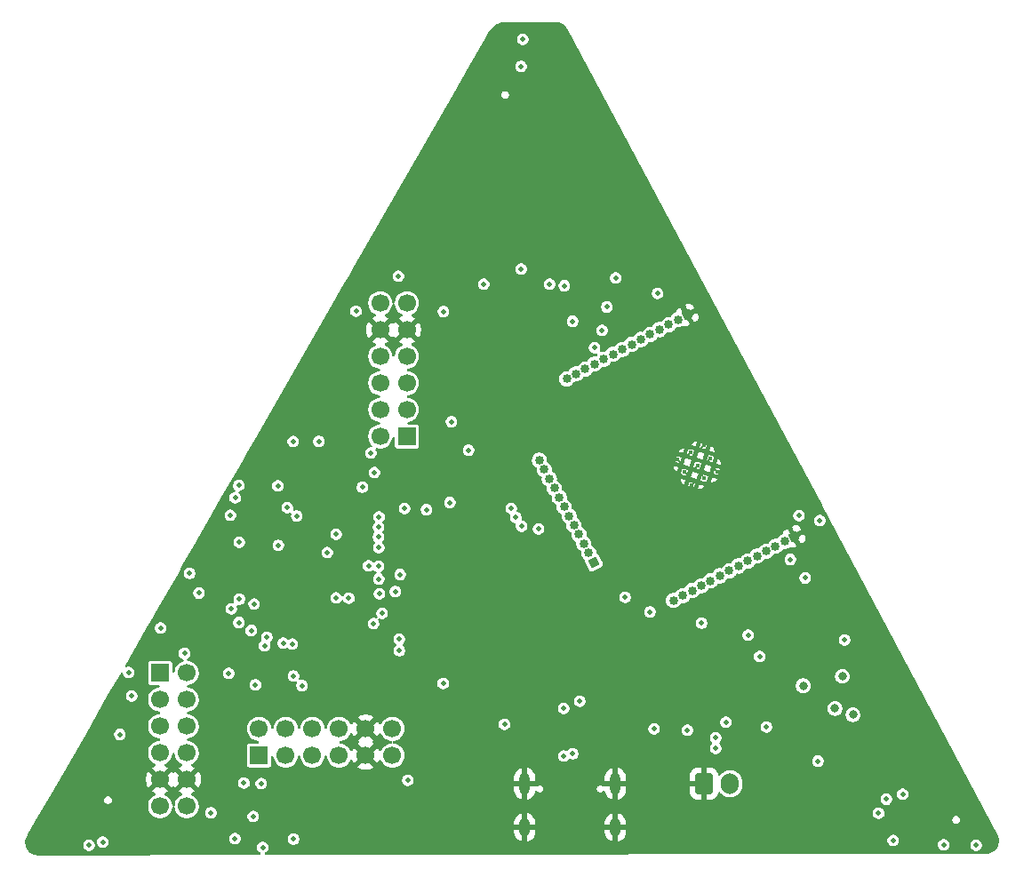
<source format=gbr>
%TF.GenerationSoftware,KiCad,Pcbnew,9.0.4*%
%TF.CreationDate,2025-10-26T17:47:32+01:00*%
%TF.ProjectId,esp32_fpga,65737033-325f-4667-9067-612e6b696361,rev?*%
%TF.SameCoordinates,Original*%
%TF.FileFunction,Copper,L2,Inr*%
%TF.FilePolarity,Positive*%
%FSLAX46Y46*%
G04 Gerber Fmt 4.6, Leading zero omitted, Abs format (unit mm)*
G04 Created by KiCad (PCBNEW 9.0.4) date 2025-10-26 17:47:32*
%MOMM*%
%LPD*%
G01*
G04 APERTURE LIST*
G04 Aperture macros list*
%AMRoundRect*
0 Rectangle with rounded corners*
0 $1 Rounding radius*
0 $2 $3 $4 $5 $6 $7 $8 $9 X,Y pos of 4 corners*
0 Add a 4 corners polygon primitive as box body*
4,1,4,$2,$3,$4,$5,$6,$7,$8,$9,$2,$3,0*
0 Add four circle primitives for the rounded corners*
1,1,$1+$1,$2,$3*
1,1,$1+$1,$4,$5*
1,1,$1+$1,$6,$7*
1,1,$1+$1,$8,$9*
0 Add four rect primitives between the rounded corners*
20,1,$1+$1,$2,$3,$4,$5,0*
20,1,$1+$1,$4,$5,$6,$7,0*
20,1,$1+$1,$6,$7,$8,$9,0*
20,1,$1+$1,$8,$9,$2,$3,0*%
%AMRotRect*
0 Rectangle, with rotation*
0 The origin of the aperture is its center*
0 $1 length*
0 $2 width*
0 $3 Rotation angle, in degrees counterclockwise*
0 Add horizontal line*
21,1,$1,$2,0,0,$3*%
G04 Aperture macros list end*
%TA.AperFunction,ComponentPad*%
%ADD10RotRect,0.850000X0.850000X118.000000*%
%TD*%
%TA.AperFunction,ComponentPad*%
%ADD11C,0.850000*%
%TD*%
%TA.AperFunction,HeatsinkPad*%
%ADD12O,1.000000X2.100000*%
%TD*%
%TA.AperFunction,HeatsinkPad*%
%ADD13O,1.000000X1.800000*%
%TD*%
%TA.AperFunction,ComponentPad*%
%ADD14C,0.400000*%
%TD*%
%TA.AperFunction,ComponentPad*%
%ADD15R,1.700000X1.700000*%
%TD*%
%TA.AperFunction,ComponentPad*%
%ADD16C,1.700000*%
%TD*%
%TA.AperFunction,ComponentPad*%
%ADD17RoundRect,0.250000X-0.600000X-0.750000X0.600000X-0.750000X0.600000X0.750000X-0.600000X0.750000X0*%
%TD*%
%TA.AperFunction,ComponentPad*%
%ADD18O,1.700000X2.000000*%
%TD*%
%TA.AperFunction,ComponentPad*%
%ADD19RotRect,0.850000X0.850000X28.000000*%
%TD*%
%TA.AperFunction,ViaPad*%
%ADD20C,0.500000*%
%TD*%
%TA.AperFunction,ViaPad*%
%ADD21C,0.800000*%
%TD*%
%TA.AperFunction,ViaPad*%
%ADD22C,0.400000*%
%TD*%
%TA.AperFunction,Conductor*%
%ADD23C,0.150000*%
%TD*%
G04 APERTURE END LIST*
D10*
%TO.N,GND*%
%TO.C,J2*%
X152470000Y-94100000D03*
D11*
%TO.N,+3.3V*%
X151587053Y-94569472D03*
%TO.N,/NRST*%
X150704105Y-95038943D03*
%TO.N,/ADC*%
X149821157Y-95508415D03*
%TO.N,/GPIO5*%
X148938209Y-95977886D03*
%TO.N,/GPIO6*%
X148055262Y-96447358D03*
%TO.N,/GPIO7*%
X147172315Y-96916829D03*
%TO.N,/CDONE*%
X146289367Y-97386301D03*
%TO.N,/CRESET*%
X145406419Y-97855773D03*
%TO.N,/GPIO17*%
X144523471Y-98325244D03*
%TO.N,/GPIO18*%
X143640524Y-98794716D03*
%TO.N,/GPIO8*%
X142757577Y-99264187D03*
%TO.N,/USB D-*%
X141874629Y-99733659D03*
%TO.N,/USB D+*%
X140991682Y-100203130D03*
%TD*%
D12*
%TO.N,GND*%
%TO.C,J3*%
X126808524Y-117655000D03*
D13*
X126808524Y-121835000D03*
D12*
X135448524Y-117655000D03*
D13*
X135448524Y-121835000D03*
%TD*%
D14*
%TO.N,GND*%
%TO.C,U1*%
X143894676Y-87002503D03*
X144551936Y-88238630D03*
X143237416Y-85766377D03*
X143315810Y-88895890D03*
X142658550Y-87659763D03*
X142001290Y-86423637D03*
X144841370Y-87291937D03*
X144184110Y-86055810D03*
X143605244Y-87949197D03*
X142947984Y-86713070D03*
X142369117Y-88606457D03*
X141711857Y-87370330D03*
%TD*%
D11*
%TO.N,/GPIO0*%
%TO.C,J8*%
X130820000Y-79090000D03*
%TO.N,/SPI2_MOSI*%
X131702947Y-78620529D03*
%TO.N,/SPI2_CLK*%
X132585895Y-78151057D03*
%TO.N,/SPI2_MISO*%
X133468842Y-77681586D03*
%TO.N,/GPIO38*%
X134351789Y-77212114D03*
%TO.N,/SPI2_CS*%
X135234737Y-76742643D03*
%TO.N,/GPIO40*%
X136117685Y-76273171D03*
%TO.N,/GPIO41*%
X137000633Y-75803699D03*
%TO.N,/GPIO42*%
X137883580Y-75334228D03*
%TO.N,/UART_RX*%
X138766527Y-74864756D03*
%TO.N,/UART_TX*%
X139649475Y-74395285D03*
%TO.N,/GPIO2*%
X140532423Y-73925813D03*
%TO.N,/GPIO1*%
X141415371Y-73456342D03*
D10*
%TO.N,GND*%
X142298318Y-72986870D03*
%TD*%
D15*
%TO.N,/PIN_P42*%
%TO.C,PMOD3*%
X101520000Y-114970000D03*
D16*
%TO.N,/PIN_P38*%
X101520000Y-112430000D03*
%TO.N,/PIN_P43*%
X104060000Y-114970000D03*
%TO.N,/PIN_P36*%
X104060000Y-112430000D03*
%TO.N,/PIN_P32*%
X106600000Y-114970000D03*
%TO.N,/PIN_P31*%
X106600000Y-112430000D03*
%TO.N,/PIN_P13*%
X109140000Y-114970000D03*
%TO.N,/PIN_P20*%
X109140000Y-112430000D03*
%TO.N,GND*%
X111680000Y-114970000D03*
X111680000Y-112430000D03*
%TO.N,+3.3V*%
X114220000Y-114970000D03*
X114220000Y-112430000D03*
%TD*%
D15*
%TO.N,/PIN_P4*%
%TO.C,PMOD2*%
X92088524Y-107099999D03*
D16*
%TO.N,/PIN_P3*%
X94628525Y-107099998D03*
%TO.N,/PIN_P48*%
X92088525Y-109640000D03*
%TO.N,/PIN_P45*%
X94628524Y-109640000D03*
%TO.N,/PIN_P47*%
X92088523Y-112179998D03*
%TO.N,/PIN_P44*%
X94628523Y-112180001D03*
%TO.N,/PIN_P46*%
X92088524Y-114719999D03*
%TO.N,/PIN_P2*%
X94628524Y-114720000D03*
%TO.N,GND*%
X92088524Y-117259999D03*
X94628524Y-117260000D03*
%TO.N,+3.3V*%
X92088524Y-119799999D03*
X94628525Y-119799999D03*
%TD*%
D17*
%TO.N,GND*%
%TO.C,BT1*%
X143888524Y-117667500D03*
D18*
%TO.N,/ADC*%
X146388524Y-117667500D03*
%TD*%
D19*
%TO.N,/GPIO3*%
%TO.C,J5*%
X133390000Y-96560000D03*
D11*
%TO.N,/SCL*%
X132920528Y-95677053D03*
%TO.N,/GPIO9*%
X132451057Y-94794105D03*
%TO.N,/SPI_CS*%
X131981585Y-93911157D03*
%TO.N,/SPI_MOSI*%
X131512114Y-93028209D03*
%TO.N,/SPI_CLK*%
X131042642Y-92145262D03*
%TO.N,/SPI_MISO*%
X130573171Y-91262315D03*
%TO.N,/GPIO14*%
X130103699Y-90379367D03*
%TO.N,/GPIO21*%
X129634227Y-89496419D03*
%TO.N,/GPIO47*%
X129164756Y-88613471D03*
%TO.N,/GPIO48*%
X128695284Y-87730524D03*
%TO.N,/SDA*%
X128225813Y-86847577D03*
%TD*%
D15*
%TO.N,/PIN_P19*%
%TO.C,PMOD1*%
X115598524Y-84580000D03*
D16*
%TO.N,/PIN_P18*%
X113058524Y-84580000D03*
%TO.N,/PIN_P12*%
X115598524Y-82040000D03*
%TO.N,/PIN_P21*%
X113058524Y-82040000D03*
%TO.N,/PIN_P11*%
X115598524Y-79500000D03*
%TO.N,/PIN_P10*%
X113058524Y-79500000D03*
%TO.N,/PIN_P9*%
X115598524Y-76960000D03*
%TO.N,/PIN_P6*%
X113058524Y-76960000D03*
%TO.N,GND*%
X115598524Y-74420000D03*
X113058524Y-74420000D03*
%TO.N,+3.3V*%
X115598524Y-71880000D03*
X113058524Y-71880000D03*
%TD*%
D20*
%TO.N,GND*%
X123990000Y-75750000D03*
%TO.N,+3.3V*%
X152110000Y-96290000D03*
D21*
%TO.N,GND*%
X121870000Y-122660000D03*
D22*
X145170000Y-87910000D03*
X143855480Y-85437747D03*
X142619354Y-86095007D03*
X141383226Y-86752267D03*
X142040487Y-87988394D03*
X142697747Y-89224521D03*
X143933874Y-88567261D03*
X144512740Y-86673873D03*
X143276614Y-87331133D03*
X88390000Y-116740000D03*
X106000000Y-99220000D03*
X102160000Y-99230000D03*
X106070000Y-97240000D03*
X102250000Y-97240000D03*
X102310000Y-100930000D03*
X106100000Y-101150000D03*
D20*
X124370000Y-68450000D03*
D21*
X118500000Y-57530000D03*
X135420000Y-57700000D03*
X135680000Y-67640000D03*
X118880000Y-67350000D03*
D20*
%TO.N,/SPI2_CLK*%
X131400000Y-73600000D03*
%TO.N,/SPI2_MOSI*%
X129200000Y-70080000D03*
%TO.N,/SPI2_CS*%
X130600000Y-70210000D03*
%TO.N,/SPI2_MISO*%
X134190000Y-74460000D03*
X133460000Y-76120000D03*
%TO.N,+3.3V*%
X126490000Y-68620000D03*
X122920000Y-70070000D03*
%TO.N,GND*%
X119870000Y-70460000D03*
X144630000Y-73110000D03*
X154400000Y-91320000D03*
%TO.N,+3.3V*%
X152940000Y-92110000D03*
%TO.N,/~{PSRAM_CS}*%
X115380000Y-91430000D03*
%TO.N,/PIN_P21*%
X111350000Y-89420000D03*
X108850000Y-93890000D03*
%TO.N,/CDONE*%
X119700000Y-90870000D03*
%TO.N,/CRESET*%
X117450000Y-91550000D03*
%TO.N,/PIN_P19*%
X114490000Y-99350000D03*
%TO.N,/PIN_P18*%
X112915000Y-98155000D03*
%TO.N,/PIN_P13*%
X112890000Y-96960000D03*
%TO.N,/PIN_P20*%
X112990000Y-99560000D03*
%TO.N,/SPI_MOSI*%
X128130000Y-93370000D03*
X112920000Y-95180000D03*
%TO.N,/SPI_CS*%
X126520000Y-93130000D03*
X112880000Y-94150000D03*
%TO.N,/SPI_CLK*%
X112900000Y-93220000D03*
X125980000Y-92300000D03*
%TO.N,/SPI_MISO*%
X125540000Y-91420000D03*
X112950000Y-92260000D03*
%TO.N,/PIN_P18*%
X112510000Y-88020000D03*
X112150000Y-86160000D03*
%TO.N,Net-(D1-BK)*%
X100960000Y-120780000D03*
X98890000Y-100990000D03*
%TO.N,Net-(D1-GK)*%
X101730000Y-117640000D03*
X101047524Y-100550000D03*
%TO.N,Net-(D1-RK)*%
X100080000Y-117590000D03*
X99650000Y-100080000D03*
%TO.N,/PIN_P2*%
X98770000Y-92090000D03*
%TO.N,/PIN_P3*%
X99240000Y-90410000D03*
%TO.N,/PIN_P4*%
X99580000Y-89230000D03*
%TO.N,/PIN_P47*%
X89090000Y-107070000D03*
X89380000Y-109290000D03*
%TO.N,/PIN_P46*%
X92130000Y-102830000D03*
%TO.N,/PIN_P44*%
X94410000Y-105250000D03*
%TO.N,/PIN_P47*%
X94910000Y-97630000D03*
%TO.N,/PIN_P44*%
X95790000Y-99500000D03*
%TO.N,+1V2*%
X104680512Y-104359488D03*
%TO.N,/PIN_P9*%
X119080000Y-72670000D03*
%TO.N,/PIN_P10*%
X114780000Y-69300000D03*
%TO.N,/~{PSRAM_CS}*%
X99590000Y-102300000D03*
%TO.N,GND*%
X104110000Y-106460000D03*
D21*
X168140000Y-118210000D03*
D20*
X124210273Y-49552617D03*
D21*
X152970000Y-115540000D03*
X140350000Y-106940000D03*
D20*
X103140000Y-84900000D03*
D21*
X159020000Y-107490000D03*
D20*
X169995000Y-121055000D03*
X123060000Y-104860000D03*
X152780000Y-98495000D03*
X102810000Y-92430000D03*
D21*
X155600000Y-105640000D03*
D20*
X106940000Y-106450000D03*
X99550000Y-107800000D03*
X147450000Y-109590000D03*
X122660000Y-110200000D03*
X119430000Y-76410000D03*
X88700000Y-122690000D03*
X114420000Y-101130000D03*
X111180000Y-101960000D03*
X82570000Y-121090000D03*
X135890000Y-72110000D03*
X132120000Y-112230000D03*
X96950000Y-117610000D03*
X151590000Y-102415000D03*
X129350000Y-50220000D03*
X105330000Y-106580000D03*
X158670000Y-99245000D03*
X132540000Y-69740000D03*
X129920000Y-112220000D03*
X110570000Y-106970000D03*
X100100000Y-92740000D03*
D21*
X139350000Y-109500000D03*
D20*
X114620000Y-118450000D03*
D21*
X150670000Y-109070000D03*
D20*
X110070000Y-75710000D03*
X167908524Y-123491476D03*
D21*
X162180000Y-110780000D03*
X159390000Y-114010000D03*
D20*
X123870000Y-115850000D03*
X138101476Y-64703238D03*
X164675000Y-123525000D03*
X157710000Y-97181476D03*
D21*
X140760000Y-105170000D03*
D20*
X154760000Y-96550000D03*
X116870000Y-105970000D03*
X98920000Y-103440000D03*
X120880000Y-98880000D03*
%TO.N,/ADC*%
X145020000Y-114290000D03*
X145980000Y-111810000D03*
X145020000Y-113290000D03*
%TO.N,+4V*%
X149860000Y-112260000D03*
X139150000Y-112440000D03*
X142320000Y-112560000D03*
X148100000Y-103500000D03*
%TO.N,+3.3V*%
X86620000Y-123220000D03*
X153530000Y-98061476D03*
D21*
X157080000Y-107420000D03*
D20*
X99230000Y-122910000D03*
D21*
X153360000Y-108330000D03*
D20*
X114870000Y-103900000D03*
X114960000Y-97730000D03*
X169818524Y-123518524D03*
X154940000Y-92600000D03*
X99620000Y-94660000D03*
X161930000Y-123060000D03*
X119850000Y-83170000D03*
X101860000Y-123730000D03*
X107200000Y-85040000D03*
X104780000Y-85050000D03*
D21*
X158080000Y-111090000D03*
D20*
X85320000Y-123520000D03*
X139461476Y-70933238D03*
X157300000Y-103965000D03*
D21*
X156380000Y-110490000D03*
D20*
X114890000Y-104990000D03*
X115670000Y-117350000D03*
X110750000Y-72630000D03*
X96940000Y-120430000D03*
X113240000Y-101430000D03*
X112410000Y-102410000D03*
X101180000Y-108240000D03*
X134640000Y-72240000D03*
X126650000Y-46730000D03*
X135480000Y-69470000D03*
X104810000Y-122950000D03*
X119050000Y-108100000D03*
X103818524Y-104270000D03*
X110070000Y-99980000D03*
X126470000Y-49310000D03*
X166720000Y-123490000D03*
X98630000Y-107150000D03*
X102270000Y-103710000D03*
%TO.N,+1V2*%
X103348524Y-94940000D03*
%TO.N,/CDONE*%
X136395000Y-99895000D03*
X104210000Y-91350000D03*
%TO.N,/FPGA_P13*%
X111940000Y-96920000D03*
X108000000Y-95640000D03*
%TO.N,/FPGA_P21*%
X104790000Y-107390000D03*
X108850000Y-99960000D03*
%TO.N,/CRESET*%
X105110000Y-92150000D03*
X138760000Y-101290000D03*
%TO.N,/FPGA_P36*%
X100760000Y-103060000D03*
X102030000Y-104540000D03*
%TO.N,/USB D+*%
X130530000Y-110470000D03*
X130530000Y-115030000D03*
%TO.N,/USB D-*%
X131400000Y-114820000D03*
X132080000Y-109800000D03*
%TO.N,/PIN_P20*%
X160530000Y-120470000D03*
%TO.N,/PIN_P19*%
X162820000Y-118660000D03*
%TO.N,/PIN_P18*%
X161265000Y-119145000D03*
%TO.N,/PIN_P44*%
X88250000Y-112970000D03*
%TO.N,/PIN_P21*%
X105600000Y-108320000D03*
%TO.N,/PIN_P6*%
X103300000Y-89280000D03*
%TO.N,Net-(U3-PWRGD)*%
X154770000Y-115510000D03*
X124890000Y-112000000D03*
X149190000Y-105540000D03*
X143680000Y-102370000D03*
%TO.N,/SCL*%
X121470000Y-85880000D03*
%TD*%
D23*
%TO.N,GND*%
X144841370Y-87581370D02*
X145170000Y-87910000D01*
X144841370Y-87291937D02*
X144841370Y-87581370D01*
X143526850Y-85766377D02*
X143855480Y-85437747D01*
X143237416Y-85766377D02*
X143526850Y-85766377D01*
X142290724Y-86423637D02*
X142619354Y-86095007D01*
X142001290Y-86423637D02*
X142290724Y-86423637D01*
X141711857Y-87080898D02*
X141383226Y-86752267D01*
X141711857Y-87370330D02*
X141711857Y-87080898D01*
X142369117Y-88317024D02*
X142040487Y-87988394D01*
X142369117Y-88606457D02*
X142369117Y-88317024D01*
X143026378Y-88895890D02*
X142697747Y-89224521D01*
X143315810Y-88895890D02*
X143026378Y-88895890D01*
X143605244Y-88238631D02*
X143933874Y-88567261D01*
X143605244Y-87949197D02*
X143605244Y-88238631D01*
X143894676Y-87002503D02*
X144184110Y-87002503D01*
X144184110Y-87002503D02*
X144512740Y-86673873D01*
X142658550Y-87659763D02*
X142947984Y-87659763D01*
X142947984Y-87659763D02*
X143276614Y-87331133D01*
%TD*%
%TA.AperFunction,Conductor*%
%TO.N,GND*%
G36*
X93203794Y-118021716D02*
G01*
X93203794Y-118021715D01*
X93243147Y-117967552D01*
X93248036Y-117957957D01*
X93296008Y-117907159D01*
X93363828Y-117890361D01*
X93429964Y-117912895D01*
X93469006Y-117957948D01*
X93473898Y-117967549D01*
X93513252Y-118021716D01*
X94145561Y-117389408D01*
X94162599Y-117452993D01*
X94228425Y-117567007D01*
X94321517Y-117660099D01*
X94435531Y-117725925D01*
X94499114Y-117742962D01*
X93866806Y-118375269D01*
X93866806Y-118375270D01*
X93920973Y-118414624D01*
X94110304Y-118511094D01*
X94139229Y-118520492D01*
X94196905Y-118559929D01*
X94224104Y-118624287D01*
X94212191Y-118693134D01*
X94164948Y-118744610D01*
X94157209Y-118748908D01*
X94025529Y-118816003D01*
X93879030Y-118922440D01*
X93879025Y-118922444D01*
X93750970Y-119050499D01*
X93750966Y-119050504D01*
X93644531Y-119197001D01*
X93562313Y-119358359D01*
X93562312Y-119358362D01*
X93506354Y-119530588D01*
X93480997Y-119690681D01*
X93451067Y-119753815D01*
X93391756Y-119790746D01*
X93321893Y-119789748D01*
X93263661Y-119751138D01*
X93236051Y-119690680D01*
X93227643Y-119637598D01*
X93210695Y-119530590D01*
X93154735Y-119358360D01*
X93154735Y-119358359D01*
X93126264Y-119302483D01*
X93072520Y-119197005D01*
X93043459Y-119157006D01*
X92966082Y-119050504D01*
X92966078Y-119050499D01*
X92838023Y-118922444D01*
X92838018Y-118922440D01*
X92691519Y-118816003D01*
X92559838Y-118748907D01*
X92509043Y-118700933D01*
X92492248Y-118633112D01*
X92514786Y-118566977D01*
X92569501Y-118523526D01*
X92577819Y-118520491D01*
X92606741Y-118511094D01*
X92796078Y-118414621D01*
X92850240Y-118375269D01*
X92850241Y-118375269D01*
X92217932Y-117742961D01*
X92281517Y-117725924D01*
X92395531Y-117660098D01*
X92488623Y-117567006D01*
X92554449Y-117452992D01*
X92571486Y-117389407D01*
X93203794Y-118021716D01*
G37*
%TD.AperFunction*%
%TA.AperFunction,Conductor*%
G36*
X93395153Y-114730253D02*
G01*
X93453386Y-114768862D01*
X93480996Y-114829320D01*
X93506353Y-114989410D01*
X93562311Y-115161636D01*
X93562312Y-115161639D01*
X93612690Y-115260509D01*
X93644527Y-115322993D01*
X93644530Y-115322997D01*
X93750965Y-115469494D01*
X93750969Y-115469499D01*
X93879024Y-115597554D01*
X93879029Y-115597558D01*
X94006811Y-115690396D01*
X94025530Y-115703996D01*
X94127304Y-115755853D01*
X94157208Y-115771090D01*
X94208004Y-115819065D01*
X94224799Y-115886886D01*
X94202261Y-115953021D01*
X94147546Y-115996472D01*
X94139232Y-115999506D01*
X94110305Y-116008905D01*
X93920963Y-116105380D01*
X93866806Y-116144727D01*
X93866806Y-116144728D01*
X94499115Y-116777037D01*
X94435531Y-116794075D01*
X94321517Y-116859901D01*
X94228425Y-116952993D01*
X94162599Y-117067007D01*
X94145561Y-117130591D01*
X93513252Y-116498282D01*
X93513251Y-116498282D01*
X93473904Y-116552440D01*
X93469007Y-116562051D01*
X93421030Y-116612845D01*
X93353208Y-116629638D01*
X93287074Y-116607098D01*
X93248038Y-116562045D01*
X93243148Y-116552448D01*
X93203794Y-116498281D01*
X93203793Y-116498281D01*
X92571486Y-117130589D01*
X92554449Y-117067006D01*
X92488623Y-116952992D01*
X92395531Y-116859900D01*
X92281517Y-116794074D01*
X92217933Y-116777036D01*
X92850240Y-116144727D01*
X92796074Y-116105374D01*
X92606741Y-116008903D01*
X92577816Y-115999505D01*
X92520140Y-115960067D01*
X92492942Y-115895709D01*
X92504857Y-115826862D01*
X92552101Y-115775387D01*
X92559839Y-115771089D01*
X92691518Y-115703995D01*
X92838025Y-115597552D01*
X92966077Y-115469500D01*
X93072520Y-115322993D01*
X93154735Y-115161638D01*
X93210695Y-114989408D01*
X93236050Y-114829320D01*
X93265979Y-114766187D01*
X93325290Y-114729255D01*
X93395153Y-114730253D01*
G37*
%TD.AperFunction*%
%TA.AperFunction,Conductor*%
G36*
X111214075Y-112622993D02*
G01*
X111279901Y-112737007D01*
X111372993Y-112830099D01*
X111487007Y-112895925D01*
X111550591Y-112912962D01*
X110949971Y-113513581D01*
X111028711Y-113630895D01*
X111029920Y-113634729D01*
X111032844Y-113637491D01*
X111040343Y-113667778D01*
X111049727Y-113697529D01*
X111048671Y-113701408D01*
X111049638Y-113705312D01*
X111039573Y-113734844D01*
X111031383Y-113764947D01*
X111028397Y-113767640D01*
X111027100Y-113771447D01*
X110982051Y-113810483D01*
X110972440Y-113815380D01*
X110918282Y-113854727D01*
X110918282Y-113854728D01*
X111550591Y-114487037D01*
X111487007Y-114504075D01*
X111372993Y-114569901D01*
X111279901Y-114662993D01*
X111214075Y-114777007D01*
X111197037Y-114840591D01*
X110564728Y-114208282D01*
X110564727Y-114208282D01*
X110525380Y-114262439D01*
X110428905Y-114451781D01*
X110419506Y-114480708D01*
X110380068Y-114538383D01*
X110315709Y-114565581D01*
X110246862Y-114553666D01*
X110195387Y-114506421D01*
X110191090Y-114498684D01*
X110130357Y-114379491D01*
X110123996Y-114367006D01*
X110080411Y-114307016D01*
X110017558Y-114220505D01*
X110017554Y-114220500D01*
X109889499Y-114092445D01*
X109889494Y-114092441D01*
X109742997Y-113986006D01*
X109742996Y-113986005D01*
X109742994Y-113986004D01*
X109691300Y-113959664D01*
X109581639Y-113903788D01*
X109581636Y-113903787D01*
X109409410Y-113847829D01*
X109249321Y-113822473D01*
X109186186Y-113792544D01*
X109149255Y-113733232D01*
X109150253Y-113663370D01*
X109188863Y-113605137D01*
X109249321Y-113577527D01*
X109319425Y-113566422D01*
X109409409Y-113552171D01*
X109581639Y-113496211D01*
X109742994Y-113413996D01*
X109857920Y-113330498D01*
X109889495Y-113307558D01*
X109889497Y-113307555D01*
X109889501Y-113307553D01*
X110017553Y-113179501D01*
X110123996Y-113032994D01*
X110191090Y-112901314D01*
X110239065Y-112850519D01*
X110306886Y-112833724D01*
X110373021Y-112856262D01*
X110416472Y-112910977D01*
X110419506Y-112919292D01*
X110428904Y-112948217D01*
X110525375Y-113137550D01*
X110564728Y-113191716D01*
X111197037Y-112559408D01*
X111214075Y-112622993D01*
G37*
%TD.AperFunction*%
%TA.AperFunction,Conductor*%
G36*
X112795270Y-113191717D02*
G01*
X112795270Y-113191716D01*
X112834622Y-113137554D01*
X112931095Y-112948217D01*
X112940492Y-112919295D01*
X112979928Y-112861618D01*
X113044286Y-112834419D01*
X113113133Y-112846331D01*
X113164610Y-112893574D01*
X113168908Y-112901314D01*
X113236004Y-113032995D01*
X113342441Y-113179494D01*
X113342445Y-113179499D01*
X113470500Y-113307554D01*
X113470505Y-113307558D01*
X113502080Y-113330498D01*
X113617006Y-113413996D01*
X113722484Y-113467740D01*
X113778360Y-113496211D01*
X113778363Y-113496212D01*
X113831821Y-113513581D01*
X113950591Y-113552171D01*
X114023639Y-113563740D01*
X114110678Y-113577527D01*
X114173813Y-113607456D01*
X114210744Y-113666768D01*
X114209746Y-113736631D01*
X114171136Y-113794863D01*
X114110678Y-113822473D01*
X113950589Y-113847829D01*
X113778363Y-113903787D01*
X113778360Y-113903788D01*
X113617002Y-113986006D01*
X113470505Y-114092441D01*
X113470500Y-114092445D01*
X113342445Y-114220500D01*
X113342441Y-114220505D01*
X113236004Y-114367004D01*
X113168908Y-114498685D01*
X113120933Y-114549480D01*
X113053112Y-114566275D01*
X112986977Y-114543737D01*
X112943527Y-114489021D01*
X112940492Y-114480705D01*
X112931094Y-114451780D01*
X112834624Y-114262449D01*
X112795270Y-114208282D01*
X112795269Y-114208282D01*
X112162962Y-114840590D01*
X112145925Y-114777007D01*
X112080099Y-114662993D01*
X111987007Y-114569901D01*
X111872993Y-114504075D01*
X111809409Y-114487037D01*
X112441716Y-113854728D01*
X112387550Y-113815375D01*
X112377954Y-113810486D01*
X112327157Y-113762512D01*
X112310361Y-113694692D01*
X112332897Y-113628556D01*
X112377954Y-113589514D01*
X112387554Y-113584622D01*
X112441716Y-113545270D01*
X112441717Y-113545270D01*
X111809408Y-112912962D01*
X111872993Y-112895925D01*
X111987007Y-112830099D01*
X112080099Y-112737007D01*
X112145925Y-112622993D01*
X112162962Y-112559408D01*
X112795270Y-113191717D01*
G37*
%TD.AperFunction*%
%TA.AperFunction,Conductor*%
G36*
X115132599Y-74612993D02*
G01*
X115198425Y-74727007D01*
X115291517Y-74820099D01*
X115405531Y-74885925D01*
X115469114Y-74902962D01*
X114836806Y-75535269D01*
X114836806Y-75535270D01*
X114890973Y-75574624D01*
X115080304Y-75671094D01*
X115109229Y-75680492D01*
X115166905Y-75719929D01*
X115194104Y-75784287D01*
X115182191Y-75853134D01*
X115134948Y-75904610D01*
X115127209Y-75908908D01*
X114995528Y-75976004D01*
X114849029Y-76082441D01*
X114849024Y-76082445D01*
X114720969Y-76210500D01*
X114720965Y-76210505D01*
X114614530Y-76357002D01*
X114532312Y-76518360D01*
X114532311Y-76518363D01*
X114476353Y-76690589D01*
X114450997Y-76850678D01*
X114421068Y-76913813D01*
X114361756Y-76950744D01*
X114291893Y-76949746D01*
X114233661Y-76911136D01*
X114206051Y-76850678D01*
X114191701Y-76760080D01*
X114180695Y-76690591D01*
X114150908Y-76598913D01*
X114124736Y-76518363D01*
X114124735Y-76518360D01*
X114073041Y-76416907D01*
X114042520Y-76357006D01*
X114024705Y-76332485D01*
X113936082Y-76210505D01*
X113936078Y-76210500D01*
X113808023Y-76082445D01*
X113808018Y-76082441D01*
X113661519Y-75976004D01*
X113529838Y-75908908D01*
X113479043Y-75860934D01*
X113462248Y-75793113D01*
X113484786Y-75726978D01*
X113539501Y-75683527D01*
X113547819Y-75680492D01*
X113576741Y-75671095D01*
X113766078Y-75574622D01*
X113820240Y-75535270D01*
X113820241Y-75535270D01*
X113187932Y-74902962D01*
X113251517Y-74885925D01*
X113365531Y-74820099D01*
X113458623Y-74727007D01*
X113524449Y-74612993D01*
X113541486Y-74549408D01*
X114173794Y-75181717D01*
X114173794Y-75181716D01*
X114213146Y-75127554D01*
X114218038Y-75117954D01*
X114266012Y-75067157D01*
X114333832Y-75050361D01*
X114399968Y-75072897D01*
X114439010Y-75117954D01*
X114443899Y-75127550D01*
X114483252Y-75181716D01*
X115115561Y-74549408D01*
X115132599Y-74612993D01*
G37*
%TD.AperFunction*%
%TA.AperFunction,Conductor*%
G36*
X114365154Y-71890253D02*
G01*
X114423387Y-71928863D01*
X114450997Y-71989321D01*
X114476353Y-72149410D01*
X114532311Y-72321636D01*
X114532312Y-72321639D01*
X114585350Y-72425730D01*
X114598984Y-72452488D01*
X114614530Y-72482997D01*
X114720965Y-72629494D01*
X114720969Y-72629499D01*
X114849024Y-72757554D01*
X114849029Y-72757558D01*
X114925908Y-72813413D01*
X114995530Y-72863996D01*
X115097304Y-72915853D01*
X115127208Y-72931090D01*
X115178004Y-72979065D01*
X115194799Y-73046886D01*
X115172261Y-73113021D01*
X115117546Y-73156472D01*
X115109232Y-73159506D01*
X115080305Y-73168905D01*
X114890963Y-73265380D01*
X114836806Y-73304727D01*
X114836806Y-73304728D01*
X115469115Y-73937037D01*
X115405531Y-73954075D01*
X115291517Y-74019901D01*
X115198425Y-74112993D01*
X115132599Y-74227007D01*
X115115561Y-74290591D01*
X114483252Y-73658282D01*
X114483251Y-73658282D01*
X114443904Y-73712440D01*
X114439007Y-73722051D01*
X114391030Y-73772845D01*
X114323208Y-73789638D01*
X114257074Y-73767098D01*
X114218040Y-73722048D01*
X114213150Y-73712452D01*
X114173794Y-73658282D01*
X114173793Y-73658282D01*
X113541486Y-74290590D01*
X113524449Y-74227007D01*
X113458623Y-74112993D01*
X113365531Y-74019901D01*
X113251517Y-73954075D01*
X113187933Y-73937037D01*
X113820240Y-73304728D01*
X113766074Y-73265375D01*
X113576741Y-73168904D01*
X113547816Y-73159506D01*
X113490140Y-73120068D01*
X113462942Y-73055710D01*
X113474857Y-72986863D01*
X113522101Y-72935388D01*
X113529839Y-72931090D01*
X113661518Y-72863996D01*
X113808025Y-72757553D01*
X113936077Y-72629501D01*
X114042520Y-72482994D01*
X114124735Y-72321639D01*
X114180695Y-72149409D01*
X114200002Y-72027511D01*
X114206051Y-71989321D01*
X114235980Y-71926186D01*
X114295292Y-71889255D01*
X114365154Y-71890253D01*
G37*
%TD.AperFunction*%
%TA.AperFunction,Conductor*%
G36*
X126168601Y-45075067D02*
G01*
X129940876Y-45087046D01*
X129940868Y-45089466D01*
X129959658Y-45087046D01*
X130081079Y-45103344D01*
X130096212Y-45106345D01*
X130130887Y-45115495D01*
X130137202Y-45117344D01*
X130271337Y-45160518D01*
X130291621Y-45169103D01*
X130438185Y-45247160D01*
X130456637Y-45259206D01*
X130587061Y-45361971D01*
X130603091Y-45377095D01*
X130696575Y-45482507D01*
X130700816Y-45487553D01*
X130723151Y-45515624D01*
X130731986Y-45528271D01*
X130815677Y-45665536D01*
X130821018Y-45675246D01*
X130836145Y-45705923D01*
X130843097Y-45716097D01*
X145330456Y-72774844D01*
X145330906Y-72775684D01*
X145340139Y-72792928D01*
X145340137Y-72792938D01*
X145340235Y-72793107D01*
X145340330Y-72793284D01*
X145340331Y-72793284D01*
X145341186Y-72794880D01*
X145341192Y-72794891D01*
X145352672Y-72816279D01*
X145354089Y-72817938D01*
X152269612Y-85740900D01*
X155142528Y-91109488D01*
X155152344Y-91127830D01*
X155153694Y-91130426D01*
X155163302Y-91149446D01*
X155164629Y-91151858D01*
X171898128Y-122618980D01*
X171906337Y-122638151D01*
X171959451Y-122798233D01*
X171962708Y-122809939D01*
X171970198Y-122843070D01*
X171971773Y-122851331D01*
X171995453Y-123003378D01*
X171996824Y-123017329D01*
X171997959Y-123044734D01*
X171998057Y-123051275D01*
X171996224Y-123212463D01*
X171995027Y-123228295D01*
X171993305Y-123240559D01*
X171992568Y-123245179D01*
X171962034Y-123415654D01*
X171956749Y-123435507D01*
X171895262Y-123607628D01*
X171886772Y-123626335D01*
X171797711Y-123785941D01*
X171786249Y-123802990D01*
X171672056Y-123945705D01*
X171657936Y-123960628D01*
X171521752Y-124082525D01*
X171505361Y-124094911D01*
X171359028Y-124187518D01*
X171355038Y-124189940D01*
X171344323Y-124196169D01*
X171330105Y-124203257D01*
X171181525Y-124265791D01*
X171175428Y-124268170D01*
X171149628Y-124277459D01*
X171136194Y-124281454D01*
X170986448Y-124316911D01*
X170978201Y-124318570D01*
X170944695Y-124324137D01*
X170932628Y-124325539D01*
X170759179Y-124337114D01*
X170751321Y-124337388D01*
X170706874Y-124337531D01*
X170706837Y-124337520D01*
X170706684Y-124337532D01*
X102171591Y-124453068D01*
X102104518Y-124433496D01*
X102058675Y-124380770D01*
X102048615Y-124311628D01*
X102077532Y-124248023D01*
X102109380Y-124221682D01*
X102198015Y-124170509D01*
X102300509Y-124068015D01*
X102372984Y-123942485D01*
X102410500Y-123802475D01*
X102410500Y-123657525D01*
X102372984Y-123517515D01*
X102363160Y-123500500D01*
X102300511Y-123391988D01*
X102300506Y-123391982D01*
X102198017Y-123289493D01*
X102198011Y-123289488D01*
X102072488Y-123217017D01*
X102072489Y-123217017D01*
X102055493Y-123212463D01*
X101932475Y-123179500D01*
X101787525Y-123179500D01*
X101664507Y-123212463D01*
X101647511Y-123217017D01*
X101521988Y-123289488D01*
X101521982Y-123289493D01*
X101419493Y-123391982D01*
X101419488Y-123391988D01*
X101347017Y-123517511D01*
X101347016Y-123517515D01*
X101309500Y-123657525D01*
X101309500Y-123802475D01*
X101324383Y-123858017D01*
X101347017Y-123942488D01*
X101419488Y-124068011D01*
X101419490Y-124068013D01*
X101419491Y-124068015D01*
X101521985Y-124170509D01*
X101521986Y-124170510D01*
X101521988Y-124170511D01*
X101612430Y-124222728D01*
X101660646Y-124273295D01*
X101673868Y-124341903D01*
X101647900Y-124406767D01*
X101590986Y-124447295D01*
X101550639Y-124454115D01*
X80567257Y-124489488D01*
X80566786Y-124489488D01*
X80517480Y-124489384D01*
X80517096Y-124489270D01*
X80513056Y-124489295D01*
X80332266Y-124482458D01*
X80319747Y-124481348D01*
X80284417Y-124476398D01*
X80275573Y-124474830D01*
X80119609Y-124441319D01*
X80105766Y-124437494D01*
X80077246Y-124427803D01*
X80070515Y-124425295D01*
X79916877Y-124362947D01*
X79902331Y-124355908D01*
X79886621Y-124346998D01*
X79881992Y-124344239D01*
X79732034Y-124250353D01*
X79714846Y-124237386D01*
X79671302Y-124198164D01*
X79573319Y-124109905D01*
X79558632Y-124094160D01*
X79441282Y-123944107D01*
X79429541Y-123926059D01*
X79392472Y-123856535D01*
X79339918Y-123757970D01*
X79331482Y-123738178D01*
X79272285Y-123557111D01*
X79267397Y-123536146D01*
X79262297Y-123500506D01*
X79254716Y-123447525D01*
X84769500Y-123447525D01*
X84769500Y-123592475D01*
X84807016Y-123732485D01*
X84807017Y-123732488D01*
X84879488Y-123858011D01*
X84879490Y-123858013D01*
X84879491Y-123858015D01*
X84981985Y-123960509D01*
X84981986Y-123960510D01*
X84981988Y-123960511D01*
X85107511Y-124032982D01*
X85107512Y-124032982D01*
X85107515Y-124032984D01*
X85247525Y-124070500D01*
X85247528Y-124070500D01*
X85392472Y-124070500D01*
X85392475Y-124070500D01*
X85532485Y-124032984D01*
X85658015Y-123960509D01*
X85760509Y-123858015D01*
X85832984Y-123732485D01*
X85870500Y-123592475D01*
X85870500Y-123447525D01*
X85832984Y-123307515D01*
X85821723Y-123288011D01*
X85760511Y-123181988D01*
X85760506Y-123181982D01*
X85726049Y-123147525D01*
X86069500Y-123147525D01*
X86069500Y-123292475D01*
X86107016Y-123432485D01*
X86111930Y-123440996D01*
X86111931Y-123441000D01*
X86179488Y-123558011D01*
X86179490Y-123558013D01*
X86179491Y-123558015D01*
X86281985Y-123660509D01*
X86281986Y-123660510D01*
X86281988Y-123660511D01*
X86407511Y-123732982D01*
X86407512Y-123732982D01*
X86407515Y-123732984D01*
X86547525Y-123770500D01*
X86547528Y-123770500D01*
X86692472Y-123770500D01*
X86692475Y-123770500D01*
X86832485Y-123732984D01*
X86958015Y-123660509D01*
X87060509Y-123558015D01*
X87132984Y-123432485D01*
X87170500Y-123292475D01*
X87170500Y-123147525D01*
X87132984Y-123007515D01*
X87132982Y-123007511D01*
X87065944Y-122891398D01*
X87064069Y-122888152D01*
X87060509Y-122881985D01*
X87016049Y-122837525D01*
X98679500Y-122837525D01*
X98679500Y-122982475D01*
X98713634Y-123109862D01*
X98717017Y-123122488D01*
X98789488Y-123248011D01*
X98789490Y-123248013D01*
X98789491Y-123248015D01*
X98891985Y-123350509D01*
X98891986Y-123350510D01*
X98891988Y-123350511D01*
X99017511Y-123422982D01*
X99017512Y-123422982D01*
X99017515Y-123422984D01*
X99157525Y-123460500D01*
X99157528Y-123460500D01*
X99302472Y-123460500D01*
X99302475Y-123460500D01*
X99442485Y-123422984D01*
X99568015Y-123350509D01*
X99670509Y-123248015D01*
X99742984Y-123122485D01*
X99780500Y-122982475D01*
X99780500Y-122877525D01*
X104259500Y-122877525D01*
X104259500Y-123022475D01*
X104297016Y-123162485D01*
X104297017Y-123162488D01*
X104369488Y-123288011D01*
X104369490Y-123288013D01*
X104369491Y-123288015D01*
X104471985Y-123390509D01*
X104471986Y-123390510D01*
X104471988Y-123390511D01*
X104597511Y-123462982D01*
X104597512Y-123462982D01*
X104597515Y-123462984D01*
X104737525Y-123500500D01*
X104737528Y-123500500D01*
X104882472Y-123500500D01*
X104882475Y-123500500D01*
X105022485Y-123462984D01*
X105148015Y-123390509D01*
X105250509Y-123288015D01*
X105322984Y-123162485D01*
X105360500Y-123022475D01*
X105360500Y-122877525D01*
X105322984Y-122737515D01*
X105314019Y-122721988D01*
X105250511Y-122611988D01*
X105250506Y-122611982D01*
X105148017Y-122509493D01*
X105148011Y-122509488D01*
X105022488Y-122437017D01*
X105022489Y-122437017D01*
X105011006Y-122433940D01*
X104882475Y-122399500D01*
X104737525Y-122399500D01*
X104608993Y-122433940D01*
X104597511Y-122437017D01*
X104471988Y-122509488D01*
X104471982Y-122509493D01*
X104369493Y-122611982D01*
X104369488Y-122611988D01*
X104297017Y-122737511D01*
X104297016Y-122737515D01*
X104259500Y-122877525D01*
X99780500Y-122877525D01*
X99780500Y-122837525D01*
X99742984Y-122697515D01*
X99726809Y-122669500D01*
X99670511Y-122571988D01*
X99670506Y-122571982D01*
X99568017Y-122469493D01*
X99568011Y-122469488D01*
X99442488Y-122397017D01*
X99442489Y-122397017D01*
X99431006Y-122393940D01*
X99302475Y-122359500D01*
X99157525Y-122359500D01*
X99028993Y-122393940D01*
X99017511Y-122397017D01*
X98891988Y-122469488D01*
X98891982Y-122469493D01*
X98789493Y-122571982D01*
X98789488Y-122571988D01*
X98717017Y-122697511D01*
X98717016Y-122697515D01*
X98679500Y-122837525D01*
X87016049Y-122837525D01*
X86958015Y-122779491D01*
X86958013Y-122779490D01*
X86958011Y-122779488D01*
X86832488Y-122707017D01*
X86832489Y-122707017D01*
X86821006Y-122703940D01*
X86692475Y-122669500D01*
X86547525Y-122669500D01*
X86418993Y-122703940D01*
X86407511Y-122707017D01*
X86281988Y-122779488D01*
X86281982Y-122779493D01*
X86179493Y-122881982D01*
X86179488Y-122881988D01*
X86107017Y-123007511D01*
X86107016Y-123007515D01*
X86069500Y-123147525D01*
X85726049Y-123147525D01*
X85658017Y-123079493D01*
X85658011Y-123079488D01*
X85532488Y-123007017D01*
X85532489Y-123007017D01*
X85518908Y-123003378D01*
X85392475Y-122969500D01*
X85247525Y-122969500D01*
X85121092Y-123003378D01*
X85107511Y-123007017D01*
X84981988Y-123079488D01*
X84981982Y-123079493D01*
X84879493Y-123181982D01*
X84879488Y-123181988D01*
X84807017Y-123307511D01*
X84807016Y-123307515D01*
X84769500Y-123447525D01*
X79254716Y-123447525D01*
X79240414Y-123347572D01*
X79239227Y-123326091D01*
X79244842Y-123149209D01*
X79245129Y-123143882D01*
X79246487Y-123125860D01*
X79248745Y-123109879D01*
X79282608Y-122947502D01*
X79284253Y-122940612D01*
X79292118Y-122911466D01*
X79296640Y-122897886D01*
X79355760Y-122749635D01*
X79359349Y-122741504D01*
X79374961Y-122709341D01*
X79380988Y-122698378D01*
X79476349Y-122543994D01*
X79482575Y-122534855D01*
X79493850Y-122519794D01*
X79494221Y-122515700D01*
X79502015Y-122499496D01*
X80169528Y-121336504D01*
X125808524Y-121336504D01*
X125808524Y-121585000D01*
X126508524Y-121585000D01*
X126508524Y-122085000D01*
X125808524Y-122085000D01*
X125808524Y-122333495D01*
X125846951Y-122526681D01*
X125846954Y-122526693D01*
X125922331Y-122708671D01*
X125922338Y-122708684D01*
X126031772Y-122872462D01*
X126031775Y-122872466D01*
X126171057Y-123011748D01*
X126171061Y-123011751D01*
X126334839Y-123121185D01*
X126334852Y-123121192D01*
X126516832Y-123196569D01*
X126558524Y-123204862D01*
X126558524Y-122401988D01*
X126568464Y-122419205D01*
X126624319Y-122475060D01*
X126692728Y-122514556D01*
X126769028Y-122535000D01*
X126848020Y-122535000D01*
X126924320Y-122514556D01*
X126992729Y-122475060D01*
X127048584Y-122419205D01*
X127058524Y-122401988D01*
X127058524Y-123204862D01*
X127100214Y-123196569D01*
X127100216Y-123196569D01*
X127282195Y-123121192D01*
X127282208Y-123121185D01*
X127445986Y-123011751D01*
X127445990Y-123011748D01*
X127585272Y-122872466D01*
X127585275Y-122872462D01*
X127694709Y-122708684D01*
X127694716Y-122708671D01*
X127770093Y-122526693D01*
X127770096Y-122526681D01*
X127808523Y-122333495D01*
X127808524Y-122333492D01*
X127808524Y-122085000D01*
X127108524Y-122085000D01*
X127108524Y-121585000D01*
X127808524Y-121585000D01*
X127808524Y-121336508D01*
X127808523Y-121336504D01*
X134448524Y-121336504D01*
X134448524Y-121585000D01*
X135148524Y-121585000D01*
X135148524Y-122085000D01*
X134448524Y-122085000D01*
X134448524Y-122333495D01*
X134486951Y-122526681D01*
X134486954Y-122526693D01*
X134562331Y-122708671D01*
X134562338Y-122708684D01*
X134671772Y-122872462D01*
X134671775Y-122872466D01*
X134811057Y-123011748D01*
X134811061Y-123011751D01*
X134974839Y-123121185D01*
X134974852Y-123121192D01*
X135156832Y-123196569D01*
X135198524Y-123204862D01*
X135198524Y-122401988D01*
X135208464Y-122419205D01*
X135264319Y-122475060D01*
X135332728Y-122514556D01*
X135409028Y-122535000D01*
X135488020Y-122535000D01*
X135564320Y-122514556D01*
X135632729Y-122475060D01*
X135688584Y-122419205D01*
X135698524Y-122401988D01*
X135698524Y-123204862D01*
X135740214Y-123196569D01*
X135740216Y-123196569D01*
X135922195Y-123121192D01*
X135922208Y-123121185D01*
X136085986Y-123011751D01*
X136085990Y-123011748D01*
X136110213Y-122987525D01*
X161379500Y-122987525D01*
X161379500Y-123132475D01*
X161410460Y-123248017D01*
X161417017Y-123272488D01*
X161489488Y-123398011D01*
X161489490Y-123398013D01*
X161489491Y-123398015D01*
X161591985Y-123500509D01*
X161591986Y-123500510D01*
X161591988Y-123500511D01*
X161717511Y-123572982D01*
X161717512Y-123572982D01*
X161717515Y-123572984D01*
X161857525Y-123610500D01*
X161857528Y-123610500D01*
X162002472Y-123610500D01*
X162002475Y-123610500D01*
X162142485Y-123572984D01*
X162268015Y-123500509D01*
X162350999Y-123417525D01*
X166169500Y-123417525D01*
X166169500Y-123562475D01*
X166195769Y-123660511D01*
X166207017Y-123702488D01*
X166279488Y-123828011D01*
X166279490Y-123828013D01*
X166279491Y-123828015D01*
X166381985Y-123930509D01*
X166381986Y-123930510D01*
X166381988Y-123930511D01*
X166507511Y-124002982D01*
X166507512Y-124002982D01*
X166507515Y-124002984D01*
X166647525Y-124040500D01*
X166647528Y-124040500D01*
X166792472Y-124040500D01*
X166792475Y-124040500D01*
X166932485Y-124002984D01*
X167058015Y-123930509D01*
X167160509Y-123828015D01*
X167232984Y-123702485D01*
X167270500Y-123562475D01*
X167270500Y-123446049D01*
X169268024Y-123446049D01*
X169268024Y-123590999D01*
X169286650Y-123660511D01*
X169305541Y-123731012D01*
X169378012Y-123856535D01*
X169378014Y-123856537D01*
X169378015Y-123856539D01*
X169480509Y-123959033D01*
X169480510Y-123959034D01*
X169480512Y-123959035D01*
X169606035Y-124031506D01*
X169606036Y-124031506D01*
X169606039Y-124031508D01*
X169746049Y-124069024D01*
X169746052Y-124069024D01*
X169890996Y-124069024D01*
X169890999Y-124069024D01*
X170031009Y-124031508D01*
X170156539Y-123959033D01*
X170259033Y-123856539D01*
X170331508Y-123731009D01*
X170369024Y-123590999D01*
X170369024Y-123446049D01*
X170331508Y-123306039D01*
X170321952Y-123289488D01*
X170259035Y-123180512D01*
X170259030Y-123180506D01*
X170156541Y-123078017D01*
X170156535Y-123078012D01*
X170031012Y-123005541D01*
X170031013Y-123005541D01*
X170019530Y-123002464D01*
X169890999Y-122968024D01*
X169746049Y-122968024D01*
X169617517Y-123002464D01*
X169606035Y-123005541D01*
X169480512Y-123078012D01*
X169480506Y-123078017D01*
X169378017Y-123180506D01*
X169378012Y-123180512D01*
X169305541Y-123306035D01*
X169301107Y-123322579D01*
X169268024Y-123446049D01*
X167270500Y-123446049D01*
X167270500Y-123417525D01*
X167232984Y-123277515D01*
X167230080Y-123272486D01*
X167160511Y-123151988D01*
X167160506Y-123151982D01*
X167058017Y-123049493D01*
X167058011Y-123049488D01*
X166932488Y-122977017D01*
X166932489Y-122977017D01*
X166904435Y-122969500D01*
X166792475Y-122939500D01*
X166647525Y-122939500D01*
X166535565Y-122969500D01*
X166507511Y-122977017D01*
X166381988Y-123049488D01*
X166381982Y-123049493D01*
X166279493Y-123151982D01*
X166279488Y-123151988D01*
X166207017Y-123277511D01*
X166204202Y-123288017D01*
X166169500Y-123417525D01*
X162350999Y-123417525D01*
X162370509Y-123398015D01*
X162442984Y-123272485D01*
X162480500Y-123132475D01*
X162480500Y-122987525D01*
X162442984Y-122847515D01*
X162437217Y-122837527D01*
X162370511Y-122721988D01*
X162370506Y-122721982D01*
X162268017Y-122619493D01*
X162268011Y-122619488D01*
X162142488Y-122547017D01*
X162142489Y-122547017D01*
X162115439Y-122539769D01*
X162002475Y-122509500D01*
X161857525Y-122509500D01*
X161744561Y-122539769D01*
X161717511Y-122547017D01*
X161591988Y-122619488D01*
X161591982Y-122619493D01*
X161489493Y-122721982D01*
X161489488Y-122721988D01*
X161417017Y-122847511D01*
X161417016Y-122847515D01*
X161379500Y-122987525D01*
X136110213Y-122987525D01*
X136206022Y-122891717D01*
X136225272Y-122872466D01*
X136225275Y-122872462D01*
X136334709Y-122708684D01*
X136334716Y-122708671D01*
X136410093Y-122526693D01*
X136410096Y-122526681D01*
X136448523Y-122333495D01*
X136448524Y-122333492D01*
X136448524Y-122085000D01*
X135748524Y-122085000D01*
X135748524Y-121585000D01*
X136448524Y-121585000D01*
X136448524Y-121336508D01*
X136448523Y-121336504D01*
X136410096Y-121143318D01*
X136410093Y-121143306D01*
X136371679Y-121050565D01*
X167543024Y-121050565D01*
X167543024Y-121149435D01*
X167568614Y-121244938D01*
X167568615Y-121244939D01*
X167568615Y-121244940D01*
X167581861Y-121267882D01*
X167618049Y-121330562D01*
X167687962Y-121400475D01*
X167773586Y-121449910D01*
X167869089Y-121475500D01*
X167869091Y-121475500D01*
X167967956Y-121475500D01*
X167967959Y-121475500D01*
X168063462Y-121449910D01*
X168149086Y-121400475D01*
X168218999Y-121330562D01*
X168268434Y-121244938D01*
X168294024Y-121149435D01*
X168294024Y-121050565D01*
X168268434Y-120955062D01*
X168218999Y-120869438D01*
X168149086Y-120799525D01*
X168063462Y-120750090D01*
X167967959Y-120724500D01*
X167869089Y-120724500D01*
X167773586Y-120750090D01*
X167773584Y-120750091D01*
X167773583Y-120750091D01*
X167687960Y-120799526D01*
X167618050Y-120869436D01*
X167568615Y-120955059D01*
X167568615Y-120955060D01*
X167568614Y-120955062D01*
X167543024Y-121050565D01*
X136371679Y-121050565D01*
X136334716Y-120961328D01*
X136334709Y-120961315D01*
X136225275Y-120797537D01*
X136225272Y-120797533D01*
X136085990Y-120658251D01*
X136085986Y-120658248D01*
X135922208Y-120548814D01*
X135922195Y-120548807D01*
X135813920Y-120503959D01*
X135740215Y-120473429D01*
X135740207Y-120473427D01*
X135698524Y-120465135D01*
X135698524Y-121268011D01*
X135688584Y-121250795D01*
X135632729Y-121194940D01*
X135564320Y-121155444D01*
X135488020Y-121135000D01*
X135409028Y-121135000D01*
X135332728Y-121155444D01*
X135264319Y-121194940D01*
X135208464Y-121250795D01*
X135198524Y-121268011D01*
X135198524Y-120465136D01*
X135198523Y-120465135D01*
X135156840Y-120473427D01*
X135156832Y-120473429D01*
X134974852Y-120548807D01*
X134974839Y-120548814D01*
X134811061Y-120658248D01*
X134811057Y-120658251D01*
X134671775Y-120797533D01*
X134671772Y-120797537D01*
X134562338Y-120961315D01*
X134562331Y-120961328D01*
X134486954Y-121143306D01*
X134486951Y-121143318D01*
X134448524Y-121336504D01*
X127808523Y-121336504D01*
X127770096Y-121143318D01*
X127770093Y-121143306D01*
X127694716Y-120961328D01*
X127694709Y-120961315D01*
X127585275Y-120797537D01*
X127585272Y-120797533D01*
X127445990Y-120658251D01*
X127445986Y-120658248D01*
X127282208Y-120548814D01*
X127282195Y-120548807D01*
X127100215Y-120473429D01*
X127100207Y-120473427D01*
X127058524Y-120465135D01*
X127058524Y-121268011D01*
X127048584Y-121250795D01*
X126992729Y-121194940D01*
X126924320Y-121155444D01*
X126848020Y-121135000D01*
X126769028Y-121135000D01*
X126692728Y-121155444D01*
X126624319Y-121194940D01*
X126568464Y-121250795D01*
X126558524Y-121268011D01*
X126558524Y-120465136D01*
X126558523Y-120465135D01*
X126516840Y-120473427D01*
X126516832Y-120473429D01*
X126334852Y-120548807D01*
X126334839Y-120548814D01*
X126171061Y-120658248D01*
X126171057Y-120658251D01*
X126031775Y-120797533D01*
X126031772Y-120797537D01*
X125922338Y-120961315D01*
X125922331Y-120961328D01*
X125846954Y-121143306D01*
X125846951Y-121143318D01*
X125808524Y-121336504D01*
X80169528Y-121336504D01*
X81416999Y-119163065D01*
X86754500Y-119163065D01*
X86754500Y-119261935D01*
X86780090Y-119357438D01*
X86829525Y-119443062D01*
X86899438Y-119512975D01*
X86985062Y-119562410D01*
X87080565Y-119588000D01*
X87080567Y-119588000D01*
X87179433Y-119588000D01*
X87179435Y-119588000D01*
X87274938Y-119562410D01*
X87360562Y-119512975D01*
X87430475Y-119443062D01*
X87479910Y-119357438D01*
X87505500Y-119261935D01*
X87505500Y-119163065D01*
X87479910Y-119067562D01*
X87430475Y-118981938D01*
X87360562Y-118912025D01*
X87274938Y-118862590D01*
X87179435Y-118837000D01*
X87080565Y-118837000D01*
X86985062Y-118862590D01*
X86985060Y-118862591D01*
X86985059Y-118862591D01*
X86899436Y-118912026D01*
X86829526Y-118981936D01*
X86780091Y-119067559D01*
X86780091Y-119067560D01*
X86780090Y-119067562D01*
X86754500Y-119163065D01*
X81416999Y-119163065D01*
X82570268Y-117153752D01*
X90738524Y-117153752D01*
X90738524Y-117366245D01*
X90771766Y-117576126D01*
X90771766Y-117576129D01*
X90837428Y-117778216D01*
X90933899Y-117967549D01*
X90973252Y-118021715D01*
X91605561Y-117389407D01*
X91622599Y-117452992D01*
X91688425Y-117567006D01*
X91781517Y-117660098D01*
X91895531Y-117725924D01*
X91959114Y-117742961D01*
X91326806Y-118375268D01*
X91326806Y-118375269D01*
X91380973Y-118414623D01*
X91570304Y-118511093D01*
X91599229Y-118520491D01*
X91656905Y-118559928D01*
X91684104Y-118624286D01*
X91672191Y-118693133D01*
X91624948Y-118744609D01*
X91617209Y-118748907D01*
X91485528Y-118816003D01*
X91339029Y-118922440D01*
X91339024Y-118922444D01*
X91210969Y-119050499D01*
X91210965Y-119050504D01*
X91104530Y-119197001D01*
X91022312Y-119358359D01*
X91022311Y-119358362D01*
X90966353Y-119530588D01*
X90938024Y-119709447D01*
X90938024Y-119890550D01*
X90966353Y-120069409D01*
X91022311Y-120241635D01*
X91022312Y-120241638D01*
X91104530Y-120402996D01*
X91210965Y-120549493D01*
X91210969Y-120549498D01*
X91339024Y-120677553D01*
X91339029Y-120677557D01*
X91438865Y-120750091D01*
X91485530Y-120783995D01*
X91591008Y-120837739D01*
X91646884Y-120866210D01*
X91646887Y-120866211D01*
X91733000Y-120894190D01*
X91819115Y-120922170D01*
X91900443Y-120935051D01*
X91997973Y-120950499D01*
X91997978Y-120950499D01*
X92179075Y-120950499D01*
X92276605Y-120935051D01*
X92357933Y-120922170D01*
X92530163Y-120866210D01*
X92691518Y-120783995D01*
X92838025Y-120677552D01*
X92966077Y-120549500D01*
X93072520Y-120402993D01*
X93154735Y-120241638D01*
X93210695Y-120069408D01*
X93234831Y-119917017D01*
X93236051Y-119909317D01*
X93265980Y-119846182D01*
X93325292Y-119809251D01*
X93395154Y-119810249D01*
X93453387Y-119848859D01*
X93480997Y-119909316D01*
X93506354Y-120069409D01*
X93562312Y-120241635D01*
X93562313Y-120241638D01*
X93644531Y-120402996D01*
X93750966Y-120549493D01*
X93750970Y-120549498D01*
X93879025Y-120677553D01*
X93879030Y-120677557D01*
X93978866Y-120750091D01*
X94025531Y-120783995D01*
X94131009Y-120837739D01*
X94186885Y-120866210D01*
X94186888Y-120866211D01*
X94273001Y-120894190D01*
X94359116Y-120922170D01*
X94440444Y-120935051D01*
X94537974Y-120950499D01*
X94537979Y-120950499D01*
X94719076Y-120950499D01*
X94816606Y-120935051D01*
X94897934Y-120922170D01*
X95070164Y-120866210D01*
X95231519Y-120783995D01*
X95378026Y-120677552D01*
X95506078Y-120549500D01*
X95612521Y-120402993D01*
X95635688Y-120357525D01*
X96389500Y-120357525D01*
X96389500Y-120502475D01*
X96406927Y-120567511D01*
X96427017Y-120642488D01*
X96499488Y-120768011D01*
X96499490Y-120768013D01*
X96499491Y-120768015D01*
X96601985Y-120870509D01*
X96601986Y-120870510D01*
X96601988Y-120870511D01*
X96727511Y-120942982D01*
X96727512Y-120942982D01*
X96727515Y-120942984D01*
X96867525Y-120980500D01*
X96867528Y-120980500D01*
X97012472Y-120980500D01*
X97012475Y-120980500D01*
X97152485Y-120942984D01*
X97278015Y-120870509D01*
X97380509Y-120768015D01*
X97415433Y-120707525D01*
X100409500Y-120707525D01*
X100409500Y-120852475D01*
X100443805Y-120980500D01*
X100447017Y-120992488D01*
X100519488Y-121118011D01*
X100519490Y-121118013D01*
X100519491Y-121118015D01*
X100621985Y-121220509D01*
X100621986Y-121220510D01*
X100621988Y-121220511D01*
X100747511Y-121292982D01*
X100747512Y-121292982D01*
X100747515Y-121292984D01*
X100887525Y-121330500D01*
X100887528Y-121330500D01*
X101032472Y-121330500D01*
X101032475Y-121330500D01*
X101172485Y-121292984D01*
X101245558Y-121250795D01*
X101293649Y-121223030D01*
X101295725Y-121221830D01*
X101298015Y-121220509D01*
X101400509Y-121118015D01*
X101472984Y-120992485D01*
X101510500Y-120852475D01*
X101510500Y-120707525D01*
X101472984Y-120567515D01*
X101458525Y-120542472D01*
X101400511Y-120441988D01*
X101400506Y-120441982D01*
X101356049Y-120397525D01*
X159979500Y-120397525D01*
X159979500Y-120542475D01*
X160015696Y-120677557D01*
X160017017Y-120682488D01*
X160089488Y-120808011D01*
X160089490Y-120808013D01*
X160089491Y-120808015D01*
X160191985Y-120910509D01*
X160191986Y-120910510D01*
X160191988Y-120910511D01*
X160317511Y-120982982D01*
X160317512Y-120982982D01*
X160317515Y-120982984D01*
X160457525Y-121020500D01*
X160457528Y-121020500D01*
X160602472Y-121020500D01*
X160602475Y-121020500D01*
X160742485Y-120982984D01*
X160868015Y-120910509D01*
X160970509Y-120808015D01*
X161042984Y-120682485D01*
X161080500Y-120542475D01*
X161080500Y-120397525D01*
X161042984Y-120257515D01*
X161033817Y-120241638D01*
X160970511Y-120131988D01*
X160970506Y-120131982D01*
X160868017Y-120029493D01*
X160868011Y-120029488D01*
X160742488Y-119957017D01*
X160742489Y-119957017D01*
X160731006Y-119953940D01*
X160602475Y-119919500D01*
X160457525Y-119919500D01*
X160328993Y-119953940D01*
X160317511Y-119957017D01*
X160191988Y-120029488D01*
X160191982Y-120029493D01*
X160089493Y-120131982D01*
X160089488Y-120131988D01*
X160017017Y-120257511D01*
X160017016Y-120257515D01*
X159979500Y-120397525D01*
X101356049Y-120397525D01*
X101298017Y-120339493D01*
X101298011Y-120339488D01*
X101172488Y-120267017D01*
X101172489Y-120267017D01*
X101137012Y-120257511D01*
X101032475Y-120229500D01*
X100887525Y-120229500D01*
X100782988Y-120257511D01*
X100747511Y-120267017D01*
X100621988Y-120339488D01*
X100621982Y-120339493D01*
X100519493Y-120441982D01*
X100519488Y-120441988D01*
X100447017Y-120567511D01*
X100447016Y-120567515D01*
X100409500Y-120707525D01*
X97415433Y-120707525D01*
X97452984Y-120642485D01*
X97490500Y-120502475D01*
X97490500Y-120357525D01*
X97452984Y-120217515D01*
X97403601Y-120131982D01*
X97380511Y-120091988D01*
X97380506Y-120091982D01*
X97278017Y-119989493D01*
X97278011Y-119989488D01*
X97152488Y-119917017D01*
X97152489Y-119917017D01*
X97123752Y-119909317D01*
X97012475Y-119879500D01*
X96867525Y-119879500D01*
X96756248Y-119909317D01*
X96727511Y-119917017D01*
X96601988Y-119989488D01*
X96601982Y-119989493D01*
X96499493Y-120091982D01*
X96499488Y-120091988D01*
X96427017Y-120217511D01*
X96427016Y-120217515D01*
X96389500Y-120357525D01*
X95635688Y-120357525D01*
X95694736Y-120241638D01*
X95750696Y-120069408D01*
X95768497Y-119957016D01*
X95779025Y-119890550D01*
X95779025Y-119709447D01*
X95759789Y-119588000D01*
X95750696Y-119530590D01*
X95694736Y-119358360D01*
X95694736Y-119358359D01*
X95666265Y-119302483D01*
X95612521Y-119197005D01*
X95583460Y-119157006D01*
X95506083Y-119050504D01*
X95506079Y-119050499D01*
X95378024Y-118922444D01*
X95378019Y-118922440D01*
X95231522Y-118816005D01*
X95231521Y-118816004D01*
X95231519Y-118816003D01*
X95149194Y-118774056D01*
X95099841Y-118748909D01*
X95049045Y-118700934D01*
X95032250Y-118633113D01*
X95054788Y-118566978D01*
X95109503Y-118523527D01*
X95117819Y-118520493D01*
X95146739Y-118511096D01*
X95336078Y-118414622D01*
X95390240Y-118375270D01*
X95390241Y-118375270D01*
X94757932Y-117742962D01*
X94821517Y-117725925D01*
X94935531Y-117660099D01*
X95028623Y-117567007D01*
X95094449Y-117452993D01*
X95111486Y-117389408D01*
X95743794Y-118021717D01*
X95743794Y-118021716D01*
X95783146Y-117967554D01*
X95879619Y-117778217D01*
X95945281Y-117576130D01*
X95945281Y-117576127D01*
X95954563Y-117517525D01*
X99529500Y-117517525D01*
X99529500Y-117662475D01*
X99563806Y-117790506D01*
X99567017Y-117802488D01*
X99639488Y-117928011D01*
X99639490Y-117928013D01*
X99639491Y-117928015D01*
X99741985Y-118030509D01*
X99741986Y-118030510D01*
X99741988Y-118030511D01*
X99867511Y-118102982D01*
X99867512Y-118102982D01*
X99867515Y-118102984D01*
X100007525Y-118140500D01*
X100007528Y-118140500D01*
X100152472Y-118140500D01*
X100152475Y-118140500D01*
X100292485Y-118102984D01*
X100418015Y-118030509D01*
X100520509Y-117928015D01*
X100592984Y-117802485D01*
X100630500Y-117662475D01*
X100630500Y-117567525D01*
X101179500Y-117567525D01*
X101179500Y-117712475D01*
X101210857Y-117829500D01*
X101217017Y-117852488D01*
X101289488Y-117978011D01*
X101289490Y-117978013D01*
X101289491Y-117978015D01*
X101391985Y-118080509D01*
X101391986Y-118080510D01*
X101391988Y-118080511D01*
X101517511Y-118152982D01*
X101517512Y-118152982D01*
X101517515Y-118152984D01*
X101657525Y-118190500D01*
X101657528Y-118190500D01*
X101802472Y-118190500D01*
X101802475Y-118190500D01*
X101942485Y-118152984D01*
X102068015Y-118080509D01*
X102170509Y-117978015D01*
X102242984Y-117852485D01*
X102280500Y-117712475D01*
X102280500Y-117567525D01*
X102242984Y-117427515D01*
X102240072Y-117422472D01*
X102187492Y-117331400D01*
X102187491Y-117331399D01*
X102170509Y-117301985D01*
X102146049Y-117277525D01*
X115119500Y-117277525D01*
X115119500Y-117422475D01*
X115157016Y-117562485D01*
X115157017Y-117562488D01*
X115229488Y-117688011D01*
X115229490Y-117688013D01*
X115229491Y-117688015D01*
X115331985Y-117790509D01*
X115331986Y-117790510D01*
X115331988Y-117790511D01*
X115457511Y-117862982D01*
X115457512Y-117862982D01*
X115457515Y-117862984D01*
X115597525Y-117900500D01*
X115597528Y-117900500D01*
X115742472Y-117900500D01*
X115742475Y-117900500D01*
X115882485Y-117862984D01*
X116008015Y-117790509D01*
X116110509Y-117688015D01*
X116182984Y-117562485D01*
X116220500Y-117422475D01*
X116220500Y-117277525D01*
X116182984Y-117137515D01*
X116110509Y-117011985D01*
X116105028Y-117006504D01*
X125808524Y-117006504D01*
X125808524Y-117405000D01*
X126508524Y-117405000D01*
X126508524Y-117905000D01*
X125808524Y-117905000D01*
X125808524Y-118303495D01*
X125846951Y-118496681D01*
X125846954Y-118496693D01*
X125922331Y-118678671D01*
X125922338Y-118678684D01*
X126031772Y-118842462D01*
X126031775Y-118842466D01*
X126171057Y-118981748D01*
X126171061Y-118981751D01*
X126334839Y-119091185D01*
X126334852Y-119091192D01*
X126516832Y-119166569D01*
X126558524Y-119174862D01*
X126558524Y-118371988D01*
X126568464Y-118389205D01*
X126624319Y-118445060D01*
X126692728Y-118484556D01*
X126769028Y-118505000D01*
X126848020Y-118505000D01*
X126924320Y-118484556D01*
X126992729Y-118445060D01*
X127048584Y-118389205D01*
X127058524Y-118371988D01*
X127058524Y-119174862D01*
X127100214Y-119166569D01*
X127100216Y-119166569D01*
X127282195Y-119091192D01*
X127282208Y-119091185D01*
X127445986Y-118981751D01*
X127445990Y-118981748D01*
X127585272Y-118842466D01*
X127585275Y-118842462D01*
X127694709Y-118678684D01*
X127694716Y-118678671D01*
X127770093Y-118496693D01*
X127770094Y-118496688D01*
X127782869Y-118432463D01*
X127815253Y-118370551D01*
X127875968Y-118335976D01*
X127945738Y-118339715D01*
X127992168Y-118368971D01*
X128038662Y-118415465D01*
X128038664Y-118415466D01*
X128038668Y-118415469D01*
X128112879Y-118458314D01*
X128112886Y-118458318D01*
X128195671Y-118480500D01*
X128195673Y-118480500D01*
X128281375Y-118480500D01*
X128281377Y-118480500D01*
X128364162Y-118458318D01*
X128438386Y-118415465D01*
X128498989Y-118354862D01*
X128541842Y-118280638D01*
X128564024Y-118197853D01*
X128564024Y-118112147D01*
X133693024Y-118112147D01*
X133693024Y-118197853D01*
X133709446Y-118259139D01*
X133715206Y-118280637D01*
X133715209Y-118280644D01*
X133758054Y-118354855D01*
X133758058Y-118354860D01*
X133758059Y-118354862D01*
X133818662Y-118415465D01*
X133818664Y-118415466D01*
X133818668Y-118415469D01*
X133892879Y-118458314D01*
X133892886Y-118458318D01*
X133975671Y-118480500D01*
X133975673Y-118480500D01*
X134061375Y-118480500D01*
X134061377Y-118480500D01*
X134144162Y-118458318D01*
X134218386Y-118415465D01*
X134264880Y-118368970D01*
X134326201Y-118335486D01*
X134395892Y-118340470D01*
X134451826Y-118382341D01*
X134474177Y-118432461D01*
X134486951Y-118496681D01*
X134486954Y-118496693D01*
X134562331Y-118678671D01*
X134562338Y-118678684D01*
X134671772Y-118842462D01*
X134671775Y-118842466D01*
X134811057Y-118981748D01*
X134811061Y-118981751D01*
X134974839Y-119091185D01*
X134974852Y-119091192D01*
X135156832Y-119166569D01*
X135198524Y-119174862D01*
X135198524Y-118371988D01*
X135208464Y-118389205D01*
X135264319Y-118445060D01*
X135332728Y-118484556D01*
X135409028Y-118505000D01*
X135488020Y-118505000D01*
X135564320Y-118484556D01*
X135632729Y-118445060D01*
X135688584Y-118389205D01*
X135698524Y-118371988D01*
X135698524Y-119174862D01*
X135740214Y-119166569D01*
X135740216Y-119166569D01*
X135922195Y-119091192D01*
X135922208Y-119091185D01*
X136085986Y-118981751D01*
X136085990Y-118981748D01*
X136225272Y-118842466D01*
X136225275Y-118842462D01*
X136334709Y-118678684D01*
X136334716Y-118678671D01*
X136410093Y-118496693D01*
X136410096Y-118496681D01*
X136448523Y-118303495D01*
X136448524Y-118303492D01*
X136448524Y-117905000D01*
X135748524Y-117905000D01*
X135748524Y-117405000D01*
X136448524Y-117405000D01*
X136448524Y-117006508D01*
X136448523Y-117006505D01*
X136425063Y-116888563D01*
X136425061Y-116888555D01*
X136420875Y-116867513D01*
X142538524Y-116867513D01*
X142538524Y-117417500D01*
X143455512Y-117417500D01*
X143422599Y-117474507D01*
X143388524Y-117601674D01*
X143388524Y-117733326D01*
X143422599Y-117860493D01*
X143455512Y-117917500D01*
X142538525Y-117917500D01*
X142538525Y-118467486D01*
X142549018Y-118570197D01*
X142604165Y-118736619D01*
X142604167Y-118736624D01*
X142696208Y-118885845D01*
X142820178Y-119009815D01*
X142969399Y-119101856D01*
X142969404Y-119101858D01*
X143135826Y-119157005D01*
X143135833Y-119157006D01*
X143238543Y-119167499D01*
X143638523Y-119167499D01*
X143638524Y-119167498D01*
X143638524Y-118100512D01*
X143695531Y-118133425D01*
X143822698Y-118167500D01*
X143954350Y-118167500D01*
X144081517Y-118133425D01*
X144138524Y-118100512D01*
X144138524Y-119167499D01*
X144538496Y-119167499D01*
X144538510Y-119167498D01*
X144641221Y-119157005D01*
X144807643Y-119101858D01*
X144807648Y-119101856D01*
X144855201Y-119072525D01*
X160714500Y-119072525D01*
X160714500Y-119217475D01*
X160752004Y-119357439D01*
X160752017Y-119357488D01*
X160824488Y-119483011D01*
X160824490Y-119483013D01*
X160824491Y-119483015D01*
X160926985Y-119585509D01*
X160926986Y-119585510D01*
X160926988Y-119585511D01*
X161052511Y-119657982D01*
X161052512Y-119657982D01*
X161052515Y-119657984D01*
X161192525Y-119695500D01*
X161192528Y-119695500D01*
X161337472Y-119695500D01*
X161337475Y-119695500D01*
X161477485Y-119657984D01*
X161603015Y-119585509D01*
X161705509Y-119483015D01*
X161777984Y-119357485D01*
X161815500Y-119217475D01*
X161815500Y-119072525D01*
X161777984Y-118932515D01*
X161772169Y-118922444D01*
X161705511Y-118806988D01*
X161705506Y-118806982D01*
X161603017Y-118704493D01*
X161603015Y-118704491D01*
X161572346Y-118686784D01*
X161572345Y-118686783D01*
X161477488Y-118632017D01*
X161477489Y-118632017D01*
X161448640Y-118624287D01*
X161337475Y-118594500D01*
X161192525Y-118594500D01*
X161081360Y-118624287D01*
X161052511Y-118632017D01*
X160926988Y-118704488D01*
X160926982Y-118704493D01*
X160824493Y-118806982D01*
X160824488Y-118806988D01*
X160752017Y-118932511D01*
X160749495Y-118941925D01*
X160714500Y-119072525D01*
X144855201Y-119072525D01*
X144956869Y-119009815D01*
X145080839Y-118885845D01*
X145172880Y-118736624D01*
X145172882Y-118736619D01*
X145228029Y-118570197D01*
X145228030Y-118570189D01*
X145230223Y-118548731D01*
X145256619Y-118484039D01*
X145313800Y-118443888D01*
X145383611Y-118441024D01*
X145443887Y-118476358D01*
X145453900Y-118488449D01*
X145510967Y-118566997D01*
X145639024Y-118695054D01*
X145639029Y-118695058D01*
X145766811Y-118787896D01*
X145785530Y-118801496D01*
X145865930Y-118842462D01*
X145946884Y-118883711D01*
X145946887Y-118883712D01*
X146033000Y-118911691D01*
X146119115Y-118939671D01*
X146201953Y-118952791D01*
X146297973Y-118968000D01*
X146297978Y-118968000D01*
X146479075Y-118968000D01*
X146643703Y-118941925D01*
X146646420Y-118941494D01*
X146657933Y-118939671D01*
X146830163Y-118883711D01*
X146991518Y-118801496D01*
X147138025Y-118695053D01*
X147245553Y-118587525D01*
X162269500Y-118587525D01*
X162269500Y-118732475D01*
X162304365Y-118862590D01*
X162307017Y-118872488D01*
X162379488Y-118998011D01*
X162379490Y-118998013D01*
X162379491Y-118998015D01*
X162481985Y-119100509D01*
X162481986Y-119100510D01*
X162481988Y-119100511D01*
X162607511Y-119172982D01*
X162607512Y-119172982D01*
X162607515Y-119172984D01*
X162747525Y-119210500D01*
X162747528Y-119210500D01*
X162892472Y-119210500D01*
X162892475Y-119210500D01*
X163032485Y-119172984D01*
X163158015Y-119100509D01*
X163260509Y-118998015D01*
X163332984Y-118872485D01*
X163370500Y-118732475D01*
X163370500Y-118587525D01*
X163332984Y-118447515D01*
X163329236Y-118441024D01*
X163260511Y-118321988D01*
X163260506Y-118321982D01*
X163158017Y-118219493D01*
X163158011Y-118219488D01*
X163032488Y-118147017D01*
X163032489Y-118147017D01*
X163008167Y-118140500D01*
X162892475Y-118109500D01*
X162747525Y-118109500D01*
X162631833Y-118140500D01*
X162607511Y-118147017D01*
X162481988Y-118219488D01*
X162481982Y-118219493D01*
X162379493Y-118321982D01*
X162379488Y-118321988D01*
X162307017Y-118447511D01*
X162307016Y-118447515D01*
X162269500Y-118587525D01*
X147245553Y-118587525D01*
X147266077Y-118567001D01*
X147372520Y-118420494D01*
X147454735Y-118259139D01*
X147510695Y-118086909D01*
X147531119Y-117957957D01*
X147539024Y-117908051D01*
X147539024Y-117426948D01*
X147515357Y-117277527D01*
X147510695Y-117248091D01*
X147478658Y-117149491D01*
X147454736Y-117075863D01*
X147454735Y-117075860D01*
X147419396Y-117006505D01*
X147372520Y-116914506D01*
X147338378Y-116867513D01*
X147266082Y-116768005D01*
X147266078Y-116768000D01*
X147138023Y-116639945D01*
X147138018Y-116639941D01*
X146991521Y-116533506D01*
X146991520Y-116533505D01*
X146991518Y-116533504D01*
X146939824Y-116507164D01*
X146830163Y-116451288D01*
X146830160Y-116451287D01*
X146657934Y-116395329D01*
X146479075Y-116367000D01*
X146479070Y-116367000D01*
X146297978Y-116367000D01*
X146297973Y-116367000D01*
X146119113Y-116395329D01*
X145946887Y-116451287D01*
X145946884Y-116451288D01*
X145785526Y-116533506D01*
X145639029Y-116639941D01*
X145639024Y-116639945D01*
X145510969Y-116768000D01*
X145453898Y-116846552D01*
X145398568Y-116889217D01*
X145328954Y-116895196D01*
X145267159Y-116862590D01*
X145232802Y-116801751D01*
X145230222Y-116786265D01*
X145228030Y-116764803D01*
X145172882Y-116598380D01*
X145172880Y-116598375D01*
X145080839Y-116449154D01*
X144956869Y-116325184D01*
X144807648Y-116233143D01*
X144807643Y-116233141D01*
X144641221Y-116177994D01*
X144641214Y-116177993D01*
X144538510Y-116167500D01*
X144138524Y-116167500D01*
X144138524Y-117234488D01*
X144081517Y-117201575D01*
X143954350Y-117167500D01*
X143822698Y-117167500D01*
X143695531Y-117201575D01*
X143638524Y-117234488D01*
X143638524Y-116167500D01*
X143238552Y-116167500D01*
X143238536Y-116167501D01*
X143135826Y-116177994D01*
X142969404Y-116233141D01*
X142969399Y-116233143D01*
X142820178Y-116325184D01*
X142696208Y-116449154D01*
X142604167Y-116598375D01*
X142604165Y-116598380D01*
X142549018Y-116764802D01*
X142549017Y-116764809D01*
X142538524Y-116867513D01*
X136420875Y-116867513D01*
X136410093Y-116813308D01*
X136410093Y-116813306D01*
X136334716Y-116631328D01*
X136334709Y-116631315D01*
X136225275Y-116467537D01*
X136225272Y-116467533D01*
X136085990Y-116328251D01*
X136085986Y-116328248D01*
X135922208Y-116218814D01*
X135922195Y-116218807D01*
X135740215Y-116143429D01*
X135740207Y-116143427D01*
X135698524Y-116135135D01*
X135698524Y-116938011D01*
X135688584Y-116920795D01*
X135632729Y-116864940D01*
X135564320Y-116825444D01*
X135488020Y-116805000D01*
X135409028Y-116805000D01*
X135332728Y-116825444D01*
X135264319Y-116864940D01*
X135208464Y-116920795D01*
X135198524Y-116938011D01*
X135198524Y-116135136D01*
X135198523Y-116135135D01*
X135156840Y-116143427D01*
X135156832Y-116143429D01*
X134974852Y-116218807D01*
X134974839Y-116218814D01*
X134811061Y-116328248D01*
X134811057Y-116328251D01*
X134671775Y-116467533D01*
X134671772Y-116467537D01*
X134562338Y-116631315D01*
X134562331Y-116631328D01*
X134486954Y-116813306D01*
X134486951Y-116813318D01*
X134448524Y-117006504D01*
X134448524Y-117405000D01*
X135148524Y-117405000D01*
X135148524Y-117905000D01*
X134448523Y-117905000D01*
X134426367Y-117927156D01*
X134365044Y-117960640D01*
X134295352Y-117955655D01*
X134251006Y-117927155D01*
X134218387Y-117894536D01*
X134218379Y-117894530D01*
X134144168Y-117851685D01*
X134144164Y-117851683D01*
X134144162Y-117851682D01*
X134061377Y-117829500D01*
X133975671Y-117829500D01*
X133892886Y-117851682D01*
X133892879Y-117851685D01*
X133818668Y-117894530D01*
X133818660Y-117894536D01*
X133758060Y-117955136D01*
X133758054Y-117955144D01*
X133715209Y-118029355D01*
X133715206Y-118029362D01*
X133693024Y-118112147D01*
X128564024Y-118112147D01*
X128541842Y-118029362D01*
X128537427Y-118021715D01*
X128498993Y-117955144D01*
X128498987Y-117955136D01*
X128438387Y-117894536D01*
X128438379Y-117894530D01*
X128364168Y-117851685D01*
X128364164Y-117851683D01*
X128364162Y-117851682D01*
X128281377Y-117829500D01*
X128195671Y-117829500D01*
X128112886Y-117851682D01*
X128112879Y-117851685D01*
X128038668Y-117894530D01*
X128038660Y-117894536D01*
X128006040Y-117927156D01*
X127944717Y-117960641D01*
X127875025Y-117955655D01*
X127830679Y-117927155D01*
X127808524Y-117905000D01*
X127108524Y-117905000D01*
X127108524Y-117405000D01*
X127808524Y-117405000D01*
X127808524Y-117006508D01*
X127808523Y-117006504D01*
X127770096Y-116813318D01*
X127770093Y-116813306D01*
X127694716Y-116631328D01*
X127694709Y-116631315D01*
X127585275Y-116467537D01*
X127585272Y-116467533D01*
X127445990Y-116328251D01*
X127445986Y-116328248D01*
X127282208Y-116218814D01*
X127282195Y-116218807D01*
X127100215Y-116143429D01*
X127100207Y-116143427D01*
X127058524Y-116135135D01*
X127058524Y-116938011D01*
X127048584Y-116920795D01*
X126992729Y-116864940D01*
X126924320Y-116825444D01*
X126848020Y-116805000D01*
X126769028Y-116805000D01*
X126692728Y-116825444D01*
X126624319Y-116864940D01*
X126568464Y-116920795D01*
X126558524Y-116938011D01*
X126558524Y-116135136D01*
X126558523Y-116135135D01*
X126516840Y-116143427D01*
X126516832Y-116143429D01*
X126334852Y-116218807D01*
X126334839Y-116218814D01*
X126171061Y-116328248D01*
X126171057Y-116328251D01*
X126031775Y-116467533D01*
X126031772Y-116467537D01*
X125922338Y-116631315D01*
X125922331Y-116631328D01*
X125846954Y-116813306D01*
X125846951Y-116813318D01*
X125808524Y-117006504D01*
X116105028Y-117006504D01*
X116008015Y-116909491D01*
X116008013Y-116909490D01*
X116008011Y-116909488D01*
X115882488Y-116837017D01*
X115882489Y-116837017D01*
X115871006Y-116833940D01*
X115742475Y-116799500D01*
X115597525Y-116799500D01*
X115468993Y-116833940D01*
X115457511Y-116837017D01*
X115331988Y-116909488D01*
X115331982Y-116909493D01*
X115229493Y-117011982D01*
X115229488Y-117011988D01*
X115157017Y-117137511D01*
X115157016Y-117137515D01*
X115119500Y-117277525D01*
X102146049Y-117277525D01*
X102068015Y-117199491D01*
X102068013Y-117199490D01*
X102068011Y-117199488D01*
X101942488Y-117127017D01*
X101942489Y-117127017D01*
X101931006Y-117123940D01*
X101802475Y-117089500D01*
X101657525Y-117089500D01*
X101528993Y-117123940D01*
X101517511Y-117127017D01*
X101391988Y-117199488D01*
X101391982Y-117199493D01*
X101289493Y-117301982D01*
X101289488Y-117301988D01*
X101217017Y-117427511D01*
X101217016Y-117427515D01*
X101179500Y-117567525D01*
X100630500Y-117567525D01*
X100630500Y-117517525D01*
X100592984Y-117377515D01*
X100586477Y-117366245D01*
X100520511Y-117251988D01*
X100520506Y-117251982D01*
X100418017Y-117149493D01*
X100418011Y-117149488D01*
X100292488Y-117077017D01*
X100292489Y-117077017D01*
X100255131Y-117067007D01*
X100152475Y-117039500D01*
X100007525Y-117039500D01*
X99904869Y-117067007D01*
X99867511Y-117077017D01*
X99741988Y-117149488D01*
X99741982Y-117149493D01*
X99639493Y-117251982D01*
X99639488Y-117251988D01*
X99567017Y-117377511D01*
X99567016Y-117377515D01*
X99529500Y-117517525D01*
X95954563Y-117517525D01*
X95958923Y-117490000D01*
X95978524Y-117366246D01*
X95978524Y-117153753D01*
X95945281Y-116943872D01*
X95945281Y-116943869D01*
X95879619Y-116741782D01*
X95783148Y-116552449D01*
X95743794Y-116498282D01*
X95743793Y-116498282D01*
X95111486Y-117130590D01*
X95094449Y-117067007D01*
X95028623Y-116952993D01*
X94935531Y-116859901D01*
X94821517Y-116794075D01*
X94757933Y-116777037D01*
X95390240Y-116144728D01*
X95336074Y-116105375D01*
X95146741Y-116008904D01*
X95117816Y-115999506D01*
X95060140Y-115960068D01*
X95032942Y-115895710D01*
X95044857Y-115826863D01*
X95092101Y-115775388D01*
X95099839Y-115771090D01*
X95099841Y-115771089D01*
X95231518Y-115703996D01*
X95378025Y-115597553D01*
X95506077Y-115469501D01*
X95612520Y-115322994D01*
X95694735Y-115161639D01*
X95695913Y-115158015D01*
X95721481Y-115079321D01*
X95750695Y-114989409D01*
X95774280Y-114840500D01*
X95779024Y-114810551D01*
X95779024Y-114629448D01*
X95761216Y-114517016D01*
X95750695Y-114450591D01*
X95704046Y-114307017D01*
X95694736Y-114278363D01*
X95694735Y-114278360D01*
X95659028Y-114208282D01*
X95612520Y-114117006D01*
X95594677Y-114092447D01*
X95506082Y-113970505D01*
X95506078Y-113970500D01*
X95378023Y-113842445D01*
X95378018Y-113842441D01*
X95231521Y-113736006D01*
X95231520Y-113736005D01*
X95231518Y-113736004D01*
X95156007Y-113697529D01*
X95070163Y-113653788D01*
X95070160Y-113653787D01*
X94897935Y-113597829D01*
X94737847Y-113572473D01*
X94674713Y-113542543D01*
X94637782Y-113483232D01*
X94638780Y-113413369D01*
X94677390Y-113355137D01*
X94737848Y-113327527D01*
X94778789Y-113321042D01*
X94897932Y-113302172D01*
X95070162Y-113246212D01*
X95231517Y-113163997D01*
X95378024Y-113057554D01*
X95506076Y-112929502D01*
X95612519Y-112782995D01*
X95694734Y-112621640D01*
X95750694Y-112449410D01*
X95766833Y-112347515D01*
X95768111Y-112339448D01*
X100369500Y-112339448D01*
X100369500Y-112520551D01*
X100397829Y-112699410D01*
X100453787Y-112871636D01*
X100453788Y-112871639D01*
X100509664Y-112981300D01*
X100519450Y-113000506D01*
X100536006Y-113032997D01*
X100642441Y-113179494D01*
X100642445Y-113179499D01*
X100770500Y-113307554D01*
X100770505Y-113307558D01*
X100802080Y-113330498D01*
X100917006Y-113413996D01*
X101022484Y-113467740D01*
X101078360Y-113496211D01*
X101078363Y-113496212D01*
X101131821Y-113513581D01*
X101250591Y-113552171D01*
X101354716Y-113568662D01*
X101382270Y-113573027D01*
X101445405Y-113602956D01*
X101482336Y-113662268D01*
X101481338Y-113732130D01*
X101442728Y-113790363D01*
X101378765Y-113818477D01*
X101362872Y-113819500D01*
X100625143Y-113819500D01*
X100625117Y-113819502D01*
X100600012Y-113822413D01*
X100600008Y-113822415D01*
X100497235Y-113867793D01*
X100417794Y-113947234D01*
X100372415Y-114050006D01*
X100372415Y-114050008D01*
X100369500Y-114075131D01*
X100369500Y-115864856D01*
X100369502Y-115864882D01*
X100372413Y-115889987D01*
X100372415Y-115889991D01*
X100417793Y-115992764D01*
X100417794Y-115992765D01*
X100497235Y-116072206D01*
X100600009Y-116117585D01*
X100625135Y-116120500D01*
X102414864Y-116120499D01*
X102414879Y-116120497D01*
X102414882Y-116120497D01*
X102439987Y-116117586D01*
X102439988Y-116117585D01*
X102439991Y-116117585D01*
X102542765Y-116072206D01*
X102622206Y-115992765D01*
X102667585Y-115889991D01*
X102670500Y-115864865D01*
X102670499Y-115127125D01*
X102690183Y-115060089D01*
X102742987Y-115014334D01*
X102812146Y-115004390D01*
X102875702Y-115033415D01*
X102913476Y-115092193D01*
X102916972Y-115107729D01*
X102937829Y-115239410D01*
X102993787Y-115411636D01*
X102993788Y-115411639D01*
X103076006Y-115572997D01*
X103182441Y-115719494D01*
X103182445Y-115719499D01*
X103310500Y-115847554D01*
X103310505Y-115847558D01*
X103434565Y-115937692D01*
X103457006Y-115953996D01*
X103546322Y-115999505D01*
X103618360Y-116036211D01*
X103618363Y-116036212D01*
X103693116Y-116060500D01*
X103790591Y-116092171D01*
X103873429Y-116105291D01*
X103969449Y-116120500D01*
X103969454Y-116120500D01*
X104150551Y-116120500D01*
X104246010Y-116105380D01*
X104329409Y-116092171D01*
X104501639Y-116036211D01*
X104662994Y-115953996D01*
X104809501Y-115847553D01*
X104937553Y-115719501D01*
X105043996Y-115572994D01*
X105126211Y-115411639D01*
X105182171Y-115239409D01*
X105196422Y-115149425D01*
X105207527Y-115079321D01*
X105237456Y-115016186D01*
X105296768Y-114979255D01*
X105366630Y-114980253D01*
X105424863Y-115018863D01*
X105452473Y-115079321D01*
X105477829Y-115239410D01*
X105533787Y-115411636D01*
X105533788Y-115411639D01*
X105616006Y-115572997D01*
X105722441Y-115719494D01*
X105722445Y-115719499D01*
X105850500Y-115847554D01*
X105850505Y-115847558D01*
X105974565Y-115937692D01*
X105997006Y-115953996D01*
X106086322Y-115999505D01*
X106158360Y-116036211D01*
X106158363Y-116036212D01*
X106233116Y-116060500D01*
X106330591Y-116092171D01*
X106413429Y-116105291D01*
X106509449Y-116120500D01*
X106509454Y-116120500D01*
X106690551Y-116120500D01*
X106786010Y-116105380D01*
X106869409Y-116092171D01*
X107041639Y-116036211D01*
X107202994Y-115953996D01*
X107349501Y-115847553D01*
X107477553Y-115719501D01*
X107583996Y-115572994D01*
X107666211Y-115411639D01*
X107722171Y-115239409D01*
X107736422Y-115149425D01*
X107747527Y-115079321D01*
X107777456Y-115016186D01*
X107836768Y-114979255D01*
X107906630Y-114980253D01*
X107964863Y-115018863D01*
X107992473Y-115079321D01*
X108017829Y-115239410D01*
X108073787Y-115411636D01*
X108073788Y-115411639D01*
X108156006Y-115572997D01*
X108262441Y-115719494D01*
X108262445Y-115719499D01*
X108390500Y-115847554D01*
X108390505Y-115847558D01*
X108514565Y-115937692D01*
X108537006Y-115953996D01*
X108626322Y-115999505D01*
X108698360Y-116036211D01*
X108698363Y-116036212D01*
X108773116Y-116060500D01*
X108870591Y-116092171D01*
X108953429Y-116105291D01*
X109049449Y-116120500D01*
X109049454Y-116120500D01*
X109230551Y-116120500D01*
X109326010Y-116105380D01*
X109409409Y-116092171D01*
X109581639Y-116036211D01*
X109742994Y-115953996D01*
X109831095Y-115889987D01*
X109889495Y-115847558D01*
X109889497Y-115847555D01*
X109889501Y-115847553D01*
X110017553Y-115719501D01*
X110123996Y-115572994D01*
X110191090Y-115441314D01*
X110239065Y-115390519D01*
X110306886Y-115373724D01*
X110373021Y-115396262D01*
X110416472Y-115450977D01*
X110419506Y-115459292D01*
X110428904Y-115488217D01*
X110525375Y-115677550D01*
X110564728Y-115731716D01*
X111197037Y-115099408D01*
X111214075Y-115162993D01*
X111279901Y-115277007D01*
X111372993Y-115370099D01*
X111487007Y-115435925D01*
X111550590Y-115452962D01*
X110918282Y-116085269D01*
X110918282Y-116085270D01*
X110972449Y-116124624D01*
X111161782Y-116221095D01*
X111363870Y-116286757D01*
X111573754Y-116320000D01*
X111786246Y-116320000D01*
X111996127Y-116286757D01*
X111996130Y-116286757D01*
X112198217Y-116221095D01*
X112387554Y-116124622D01*
X112441716Y-116085270D01*
X112441717Y-116085270D01*
X111809408Y-115452962D01*
X111872993Y-115435925D01*
X111987007Y-115370099D01*
X112080099Y-115277007D01*
X112145925Y-115162993D01*
X112162962Y-115099408D01*
X112795270Y-115731717D01*
X112795270Y-115731716D01*
X112834622Y-115677554D01*
X112931095Y-115488217D01*
X112940492Y-115459295D01*
X112979928Y-115401618D01*
X113044286Y-115374419D01*
X113113133Y-115386331D01*
X113164610Y-115433574D01*
X113168908Y-115441314D01*
X113236004Y-115572995D01*
X113342441Y-115719494D01*
X113342445Y-115719499D01*
X113470500Y-115847554D01*
X113470505Y-115847558D01*
X113594565Y-115937692D01*
X113617006Y-115953996D01*
X113706322Y-115999505D01*
X113778360Y-116036211D01*
X113778363Y-116036212D01*
X113853116Y-116060500D01*
X113950591Y-116092171D01*
X114033429Y-116105291D01*
X114129449Y-116120500D01*
X114129454Y-116120500D01*
X114310551Y-116120500D01*
X114406010Y-116105380D01*
X114489409Y-116092171D01*
X114661639Y-116036211D01*
X114822994Y-115953996D01*
X114969501Y-115847553D01*
X115097553Y-115719501D01*
X115203996Y-115572994D01*
X115286211Y-115411639D01*
X115342171Y-115239409D01*
X115356765Y-115147259D01*
X115370500Y-115060551D01*
X115370500Y-114957525D01*
X129979500Y-114957525D01*
X129979500Y-115102475D01*
X130017016Y-115242485D01*
X130017017Y-115242488D01*
X130089488Y-115368011D01*
X130089490Y-115368013D01*
X130089491Y-115368015D01*
X130191985Y-115470509D01*
X130191986Y-115470510D01*
X130191988Y-115470511D01*
X130317511Y-115542982D01*
X130317512Y-115542982D01*
X130317515Y-115542984D01*
X130457525Y-115580500D01*
X130457528Y-115580500D01*
X130602472Y-115580500D01*
X130602475Y-115580500D01*
X130742485Y-115542984D01*
X130868015Y-115470509D01*
X130900999Y-115437525D01*
X154219500Y-115437525D01*
X154219500Y-115582475D01*
X154257016Y-115722485D01*
X154257017Y-115722488D01*
X154329488Y-115848011D01*
X154329490Y-115848013D01*
X154329491Y-115848015D01*
X154431985Y-115950509D01*
X154431986Y-115950510D01*
X154431988Y-115950511D01*
X154557511Y-116022982D01*
X154557512Y-116022982D01*
X154557515Y-116022984D01*
X154697525Y-116060500D01*
X154697528Y-116060500D01*
X154842472Y-116060500D01*
X154842475Y-116060500D01*
X154982485Y-116022984D01*
X155108015Y-115950509D01*
X155210509Y-115848015D01*
X155282984Y-115722485D01*
X155320500Y-115582475D01*
X155320500Y-115437525D01*
X155282984Y-115297515D01*
X155251212Y-115242485D01*
X155210511Y-115171988D01*
X155210506Y-115171982D01*
X155108017Y-115069493D01*
X155108011Y-115069488D01*
X154982488Y-114997017D01*
X154982489Y-114997017D01*
X154954099Y-114989410D01*
X154842475Y-114959500D01*
X154697525Y-114959500D01*
X154585901Y-114989410D01*
X154557511Y-114997017D01*
X154431988Y-115069488D01*
X154431982Y-115069493D01*
X154329493Y-115171982D01*
X154329488Y-115171988D01*
X154257017Y-115297511D01*
X154257016Y-115297515D01*
X154219500Y-115437525D01*
X130900999Y-115437525D01*
X130970509Y-115368015D01*
X130977929Y-115355162D01*
X131028493Y-115306948D01*
X131097100Y-115293723D01*
X131147317Y-115309776D01*
X131187509Y-115332981D01*
X131187510Y-115332982D01*
X131187512Y-115332982D01*
X131187515Y-115332984D01*
X131327525Y-115370500D01*
X131327528Y-115370500D01*
X131472472Y-115370500D01*
X131472475Y-115370500D01*
X131612485Y-115332984D01*
X131738015Y-115260509D01*
X131840509Y-115158015D01*
X131912984Y-115032485D01*
X131950500Y-114892475D01*
X131950500Y-114747525D01*
X131912984Y-114607515D01*
X131891267Y-114569901D01*
X131840511Y-114481988D01*
X131840506Y-114481982D01*
X131738017Y-114379493D01*
X131738011Y-114379488D01*
X131612488Y-114307017D01*
X131612489Y-114307017D01*
X131601006Y-114303940D01*
X131472475Y-114269500D01*
X131327525Y-114269500D01*
X131198993Y-114303940D01*
X131187511Y-114307017D01*
X131061988Y-114379488D01*
X131061982Y-114379493D01*
X130959493Y-114481982D01*
X130959489Y-114481988D01*
X130952068Y-114494841D01*
X130901499Y-114543055D01*
X130832892Y-114556275D01*
X130782683Y-114540224D01*
X130742488Y-114517017D01*
X130742489Y-114517017D01*
X130702944Y-114506421D01*
X130602475Y-114479500D01*
X130457525Y-114479500D01*
X130357056Y-114506421D01*
X130317511Y-114517017D01*
X130191988Y-114589488D01*
X130191982Y-114589493D01*
X130089493Y-114691982D01*
X130089488Y-114691988D01*
X130017017Y-114817511D01*
X130017016Y-114817515D01*
X129979500Y-114957525D01*
X115370500Y-114957525D01*
X115370500Y-114879448D01*
X115349605Y-114747527D01*
X115342171Y-114700591D01*
X115298530Y-114566275D01*
X115286212Y-114528363D01*
X115286211Y-114528360D01*
X115210357Y-114379491D01*
X115203996Y-114367006D01*
X115160411Y-114307016D01*
X115097558Y-114220505D01*
X115097554Y-114220500D01*
X114969499Y-114092445D01*
X114969494Y-114092441D01*
X114822997Y-113986006D01*
X114822996Y-113986005D01*
X114822994Y-113986004D01*
X114771300Y-113959664D01*
X114661639Y-113903788D01*
X114661636Y-113903787D01*
X114489410Y-113847829D01*
X114329321Y-113822473D01*
X114266186Y-113792544D01*
X114229255Y-113733232D01*
X114230253Y-113663370D01*
X114268863Y-113605137D01*
X114329321Y-113577527D01*
X114399425Y-113566422D01*
X114489409Y-113552171D01*
X114661639Y-113496211D01*
X114822994Y-113413996D01*
X114969501Y-113307553D01*
X115059529Y-113217525D01*
X144469500Y-113217525D01*
X144469500Y-113362475D01*
X144501790Y-113482982D01*
X144507017Y-113502488D01*
X144579488Y-113628011D01*
X144579493Y-113628017D01*
X144653795Y-113702319D01*
X144687280Y-113763642D01*
X144682296Y-113833334D01*
X144653795Y-113877681D01*
X144579493Y-113951982D01*
X144579488Y-113951988D01*
X144507017Y-114077511D01*
X144507016Y-114077515D01*
X144469500Y-114217525D01*
X144469500Y-114362475D01*
X144504968Y-114494841D01*
X144507017Y-114502488D01*
X144579488Y-114628011D01*
X144579490Y-114628013D01*
X144579491Y-114628015D01*
X144681985Y-114730509D01*
X144681986Y-114730510D01*
X144681988Y-114730511D01*
X144807511Y-114802982D01*
X144807512Y-114802982D01*
X144807515Y-114802984D01*
X144947525Y-114840500D01*
X144947528Y-114840500D01*
X145092472Y-114840500D01*
X145092475Y-114840500D01*
X145232485Y-114802984D01*
X145358015Y-114730509D01*
X145460509Y-114628015D01*
X145532984Y-114502485D01*
X145570500Y-114362475D01*
X145570500Y-114217525D01*
X145532984Y-114077515D01*
X145531610Y-114075136D01*
X145460511Y-113951988D01*
X145460506Y-113951982D01*
X145386205Y-113877681D01*
X145352720Y-113816358D01*
X145357704Y-113746666D01*
X145386205Y-113702319D01*
X145421756Y-113666768D01*
X145460509Y-113628015D01*
X145532984Y-113502485D01*
X145570500Y-113362475D01*
X145570500Y-113217525D01*
X145532984Y-113077515D01*
X145521462Y-113057559D01*
X145460511Y-112951988D01*
X145460506Y-112951982D01*
X145358017Y-112849493D01*
X145358011Y-112849488D01*
X145232488Y-112777017D01*
X145232489Y-112777017D01*
X145221006Y-112773940D01*
X145092475Y-112739500D01*
X144947525Y-112739500D01*
X144818993Y-112773940D01*
X144807511Y-112777017D01*
X144681988Y-112849488D01*
X144681982Y-112849493D01*
X144579493Y-112951982D01*
X144579488Y-112951988D01*
X144507017Y-113077511D01*
X144507016Y-113077515D01*
X144469500Y-113217525D01*
X115059529Y-113217525D01*
X115097553Y-113179501D01*
X115203996Y-113032994D01*
X115286211Y-112871639D01*
X115342171Y-112699409D01*
X115365756Y-112550500D01*
X115370500Y-112520551D01*
X115370500Y-112339448D01*
X115351894Y-112221982D01*
X115342171Y-112160591D01*
X115298530Y-112026275D01*
X115286212Y-111988363D01*
X115286211Y-111988362D01*
X115286211Y-111988361D01*
X115255213Y-111927525D01*
X124339500Y-111927525D01*
X124339500Y-112072475D01*
X124371059Y-112190253D01*
X124377017Y-112212488D01*
X124449488Y-112338011D01*
X124449490Y-112338013D01*
X124449491Y-112338015D01*
X124551985Y-112440509D01*
X124551986Y-112440510D01*
X124551988Y-112440511D01*
X124677511Y-112512982D01*
X124677512Y-112512982D01*
X124677515Y-112512984D01*
X124817525Y-112550500D01*
X124817528Y-112550500D01*
X124962472Y-112550500D01*
X124962475Y-112550500D01*
X125102485Y-112512984D01*
X125228015Y-112440509D01*
X125300999Y-112367525D01*
X138599500Y-112367525D01*
X138599500Y-112512475D01*
X138637016Y-112652485D01*
X138637017Y-112652488D01*
X138709488Y-112778011D01*
X138709490Y-112778013D01*
X138709491Y-112778015D01*
X138811985Y-112880509D01*
X138811986Y-112880510D01*
X138811988Y-112880511D01*
X138937511Y-112952982D01*
X138937512Y-112952982D01*
X138937515Y-112952984D01*
X139077525Y-112990500D01*
X139077528Y-112990500D01*
X139222472Y-112990500D01*
X139222475Y-112990500D01*
X139362485Y-112952984D01*
X139488015Y-112880509D01*
X139590509Y-112778015D01*
X139662984Y-112652485D01*
X139700500Y-112512475D01*
X139700500Y-112487525D01*
X141769500Y-112487525D01*
X141769500Y-112632475D01*
X141797510Y-112737007D01*
X141807017Y-112772488D01*
X141879488Y-112898011D01*
X141879490Y-112898013D01*
X141879491Y-112898015D01*
X141981985Y-113000509D01*
X141981986Y-113000510D01*
X141981988Y-113000511D01*
X142107511Y-113072982D01*
X142107512Y-113072982D01*
X142107515Y-113072984D01*
X142247525Y-113110500D01*
X142247528Y-113110500D01*
X142392472Y-113110500D01*
X142392475Y-113110500D01*
X142532485Y-113072984D01*
X142658015Y-113000509D01*
X142760509Y-112898015D01*
X142832984Y-112772485D01*
X142870500Y-112632475D01*
X142870500Y-112487525D01*
X142832984Y-112347515D01*
X142827500Y-112338017D01*
X142760511Y-112221988D01*
X142760506Y-112221982D01*
X142658017Y-112119493D01*
X142658011Y-112119488D01*
X142532488Y-112047017D01*
X142532489Y-112047017D01*
X142521006Y-112043940D01*
X142392475Y-112009500D01*
X142247525Y-112009500D01*
X142118993Y-112043940D01*
X142107511Y-112047017D01*
X141981988Y-112119488D01*
X141981982Y-112119493D01*
X141879493Y-112221982D01*
X141879488Y-112221988D01*
X141807017Y-112347511D01*
X141807016Y-112347515D01*
X141769500Y-112487525D01*
X139700500Y-112487525D01*
X139700500Y-112367525D01*
X139662984Y-112227515D01*
X139662217Y-112226187D01*
X139590511Y-112101988D01*
X139590506Y-112101982D01*
X139488017Y-111999493D01*
X139488011Y-111999488D01*
X139362488Y-111927017D01*
X139362489Y-111927017D01*
X139343698Y-111921982D01*
X139222475Y-111889500D01*
X139077525Y-111889500D01*
X138956302Y-111921982D01*
X138937511Y-111927017D01*
X138811988Y-111999488D01*
X138811982Y-111999493D01*
X138709493Y-112101982D01*
X138709488Y-112101988D01*
X138637017Y-112227511D01*
X138637016Y-112227515D01*
X138599500Y-112367525D01*
X125300999Y-112367525D01*
X125330509Y-112338015D01*
X125402984Y-112212485D01*
X125440500Y-112072475D01*
X125440500Y-111927525D01*
X125402984Y-111787515D01*
X125374122Y-111737525D01*
X145429500Y-111737525D01*
X145429500Y-111882475D01*
X145463537Y-112009500D01*
X145467017Y-112022488D01*
X145539488Y-112148011D01*
X145539490Y-112148013D01*
X145539491Y-112148015D01*
X145641985Y-112250509D01*
X145641986Y-112250510D01*
X145641988Y-112250511D01*
X145767511Y-112322982D01*
X145767512Y-112322982D01*
X145767515Y-112322984D01*
X145907525Y-112360500D01*
X145907528Y-112360500D01*
X146052472Y-112360500D01*
X146052475Y-112360500D01*
X146192485Y-112322984D01*
X146318015Y-112250509D01*
X146380999Y-112187525D01*
X149309500Y-112187525D01*
X149309500Y-112332475D01*
X149345728Y-112467679D01*
X149347017Y-112472488D01*
X149419488Y-112598011D01*
X149419490Y-112598013D01*
X149419491Y-112598015D01*
X149521985Y-112700509D01*
X149521986Y-112700510D01*
X149521988Y-112700511D01*
X149647511Y-112772982D01*
X149647512Y-112772982D01*
X149647515Y-112772984D01*
X149787525Y-112810500D01*
X149787528Y-112810500D01*
X149932472Y-112810500D01*
X149932475Y-112810500D01*
X150072485Y-112772984D01*
X150198015Y-112700509D01*
X150300509Y-112598015D01*
X150372984Y-112472485D01*
X150410500Y-112332475D01*
X150410500Y-112187525D01*
X150372984Y-112047515D01*
X150372696Y-112047017D01*
X150300511Y-111921988D01*
X150300506Y-111921982D01*
X150198017Y-111819493D01*
X150198011Y-111819488D01*
X150072488Y-111747017D01*
X150072489Y-111747017D01*
X150061006Y-111743940D01*
X149932475Y-111709500D01*
X149787525Y-111709500D01*
X149658993Y-111743940D01*
X149647511Y-111747017D01*
X149521988Y-111819488D01*
X149521982Y-111819493D01*
X149419493Y-111921982D01*
X149419488Y-111921988D01*
X149347017Y-112047511D01*
X149347016Y-112047515D01*
X149309500Y-112187525D01*
X146380999Y-112187525D01*
X146420509Y-112148015D01*
X146492984Y-112022485D01*
X146530500Y-111882475D01*
X146530500Y-111737525D01*
X146492984Y-111597515D01*
X146481141Y-111577003D01*
X146420511Y-111471988D01*
X146420506Y-111471982D01*
X146318017Y-111369493D01*
X146318011Y-111369488D01*
X146192488Y-111297017D01*
X146192489Y-111297017D01*
X146181006Y-111293940D01*
X146052475Y-111259500D01*
X145907525Y-111259500D01*
X145778993Y-111293940D01*
X145767511Y-111297017D01*
X145641988Y-111369488D01*
X145641982Y-111369493D01*
X145539493Y-111471982D01*
X145539488Y-111471988D01*
X145467017Y-111597511D01*
X145467016Y-111597515D01*
X145429500Y-111737525D01*
X125374122Y-111737525D01*
X125330509Y-111661985D01*
X125228015Y-111559491D01*
X125228013Y-111559490D01*
X125228011Y-111559488D01*
X125102488Y-111487017D01*
X125102489Y-111487017D01*
X125091006Y-111483940D01*
X124962475Y-111449500D01*
X124817525Y-111449500D01*
X124688993Y-111483940D01*
X124677511Y-111487017D01*
X124551988Y-111559488D01*
X124551982Y-111559493D01*
X124449493Y-111661982D01*
X124449488Y-111661988D01*
X124377017Y-111787511D01*
X124377016Y-111787515D01*
X124339500Y-111927525D01*
X115255213Y-111927525D01*
X115203996Y-111827006D01*
X115175301Y-111787511D01*
X115097558Y-111680505D01*
X115097554Y-111680500D01*
X114969499Y-111552445D01*
X114969494Y-111552441D01*
X114822997Y-111446006D01*
X114822996Y-111446005D01*
X114822994Y-111446004D01*
X114771300Y-111419664D01*
X114661639Y-111363788D01*
X114661636Y-111363787D01*
X114489410Y-111307829D01*
X114310551Y-111279500D01*
X114310546Y-111279500D01*
X114129454Y-111279500D01*
X114129449Y-111279500D01*
X113950589Y-111307829D01*
X113778363Y-111363787D01*
X113778360Y-111363788D01*
X113617002Y-111446006D01*
X113470505Y-111552441D01*
X113470500Y-111552445D01*
X113342445Y-111680500D01*
X113342441Y-111680505D01*
X113236004Y-111827004D01*
X113168908Y-111958685D01*
X113120933Y-112009480D01*
X113053112Y-112026275D01*
X112986977Y-112003737D01*
X112943527Y-111949021D01*
X112940492Y-111940705D01*
X112931094Y-111911780D01*
X112834624Y-111722449D01*
X112795270Y-111668282D01*
X112795269Y-111668282D01*
X112162962Y-112300590D01*
X112145925Y-112237007D01*
X112080099Y-112122993D01*
X111987007Y-112029901D01*
X111872993Y-111964075D01*
X111809409Y-111947037D01*
X112441716Y-111314728D01*
X112387550Y-111275375D01*
X112198217Y-111178904D01*
X111996129Y-111113242D01*
X111786246Y-111080000D01*
X111573754Y-111080000D01*
X111363872Y-111113242D01*
X111363869Y-111113242D01*
X111161782Y-111178904D01*
X110972439Y-111275380D01*
X110918282Y-111314727D01*
X110918282Y-111314728D01*
X111550591Y-111947037D01*
X111487007Y-111964075D01*
X111372993Y-112029901D01*
X111279901Y-112122993D01*
X111214075Y-112237007D01*
X111197037Y-112300591D01*
X110564728Y-111668282D01*
X110564727Y-111668282D01*
X110525380Y-111722439D01*
X110428905Y-111911781D01*
X110419506Y-111940708D01*
X110380068Y-111998383D01*
X110315709Y-112025581D01*
X110246862Y-112013666D01*
X110195387Y-111966421D01*
X110191090Y-111958684D01*
X110172392Y-111921988D01*
X110123996Y-111827006D01*
X110095301Y-111787511D01*
X110017558Y-111680505D01*
X110017554Y-111680500D01*
X109889499Y-111552445D01*
X109889494Y-111552441D01*
X109765432Y-111462305D01*
X109742996Y-111446005D01*
X109581639Y-111363788D01*
X109581636Y-111363787D01*
X109409410Y-111307829D01*
X109230551Y-111279500D01*
X109230546Y-111279500D01*
X109049454Y-111279500D01*
X109049449Y-111279500D01*
X108870589Y-111307829D01*
X108698363Y-111363787D01*
X108698360Y-111363788D01*
X108537002Y-111446006D01*
X108390505Y-111552441D01*
X108390500Y-111552445D01*
X108262445Y-111680500D01*
X108262441Y-111680505D01*
X108156006Y-111827002D01*
X108073788Y-111988360D01*
X108073787Y-111988363D01*
X108017829Y-112160589D01*
X107992473Y-112320678D01*
X107962544Y-112383813D01*
X107903232Y-112420744D01*
X107833369Y-112419746D01*
X107775137Y-112381136D01*
X107747527Y-112320678D01*
X107731894Y-112221982D01*
X107722171Y-112160591D01*
X107678530Y-112026275D01*
X107666212Y-111988363D01*
X107666211Y-111988360D01*
X107632392Y-111921988D01*
X107583996Y-111827006D01*
X107555301Y-111787511D01*
X107477558Y-111680505D01*
X107477554Y-111680500D01*
X107349499Y-111552445D01*
X107349494Y-111552441D01*
X107202997Y-111446006D01*
X107202996Y-111446005D01*
X107202994Y-111446004D01*
X107151300Y-111419664D01*
X107041639Y-111363788D01*
X107041636Y-111363787D01*
X106869410Y-111307829D01*
X106690551Y-111279500D01*
X106690546Y-111279500D01*
X106509454Y-111279500D01*
X106509449Y-111279500D01*
X106330589Y-111307829D01*
X106158363Y-111363787D01*
X106158360Y-111363788D01*
X105997002Y-111446006D01*
X105850505Y-111552441D01*
X105850500Y-111552445D01*
X105722445Y-111680500D01*
X105722441Y-111680505D01*
X105616006Y-111827002D01*
X105533788Y-111988360D01*
X105533787Y-111988363D01*
X105477829Y-112160589D01*
X105452473Y-112320678D01*
X105422544Y-112383813D01*
X105363232Y-112420744D01*
X105293369Y-112419746D01*
X105235137Y-112381136D01*
X105207527Y-112320678D01*
X105191894Y-112221982D01*
X105182171Y-112160591D01*
X105138530Y-112026275D01*
X105126212Y-111988363D01*
X105126211Y-111988360D01*
X105092392Y-111921988D01*
X105043996Y-111827006D01*
X105015301Y-111787511D01*
X104937558Y-111680505D01*
X104937554Y-111680500D01*
X104809499Y-111552445D01*
X104809494Y-111552441D01*
X104662997Y-111446006D01*
X104662996Y-111446005D01*
X104662994Y-111446004D01*
X104611300Y-111419664D01*
X104501639Y-111363788D01*
X104501636Y-111363787D01*
X104329410Y-111307829D01*
X104150551Y-111279500D01*
X104150546Y-111279500D01*
X103969454Y-111279500D01*
X103969449Y-111279500D01*
X103790589Y-111307829D01*
X103618363Y-111363787D01*
X103618360Y-111363788D01*
X103457002Y-111446006D01*
X103310505Y-111552441D01*
X103310500Y-111552445D01*
X103182445Y-111680500D01*
X103182441Y-111680505D01*
X103076006Y-111827002D01*
X102993788Y-111988360D01*
X102993787Y-111988363D01*
X102937829Y-112160589D01*
X102912473Y-112320678D01*
X102882544Y-112383813D01*
X102823232Y-112420744D01*
X102753369Y-112419746D01*
X102695137Y-112381136D01*
X102667527Y-112320678D01*
X102651894Y-112221982D01*
X102642171Y-112160591D01*
X102598530Y-112026275D01*
X102586212Y-111988363D01*
X102586211Y-111988360D01*
X102552392Y-111921988D01*
X102503996Y-111827006D01*
X102475301Y-111787511D01*
X102397558Y-111680505D01*
X102397554Y-111680500D01*
X102269499Y-111552445D01*
X102269494Y-111552441D01*
X102122997Y-111446006D01*
X102122996Y-111446005D01*
X102122994Y-111446004D01*
X102071300Y-111419664D01*
X101961639Y-111363788D01*
X101961636Y-111363787D01*
X101789410Y-111307829D01*
X101610551Y-111279500D01*
X101610546Y-111279500D01*
X101429454Y-111279500D01*
X101429449Y-111279500D01*
X101250589Y-111307829D01*
X101078363Y-111363787D01*
X101078360Y-111363788D01*
X100917002Y-111446006D01*
X100770505Y-111552441D01*
X100770500Y-111552445D01*
X100642445Y-111680500D01*
X100642441Y-111680505D01*
X100536006Y-111827002D01*
X100453788Y-111988360D01*
X100453787Y-111988363D01*
X100397829Y-112160589D01*
X100369500Y-112339448D01*
X95768111Y-112339448D01*
X95771954Y-112315184D01*
X95779023Y-112270552D01*
X95779023Y-112089449D01*
X95758311Y-111958684D01*
X95750694Y-111910592D01*
X95721093Y-111819488D01*
X95694735Y-111738364D01*
X95694734Y-111738361D01*
X95655816Y-111661982D01*
X95612519Y-111577007D01*
X95536219Y-111471988D01*
X95506081Y-111430506D01*
X95506077Y-111430501D01*
X95378022Y-111302446D01*
X95378017Y-111302442D01*
X95231520Y-111196007D01*
X95231519Y-111196006D01*
X95231517Y-111196005D01*
X95167876Y-111163578D01*
X95070162Y-111113789D01*
X95070159Y-111113788D01*
X94897933Y-111057830D01*
X94737841Y-111032473D01*
X94674707Y-111002543D01*
X94637776Y-110943232D01*
X94638774Y-110873369D01*
X94677384Y-110815137D01*
X94737842Y-110787527D01*
X94766116Y-110783048D01*
X94897933Y-110762171D01*
X95070163Y-110706211D01*
X95231518Y-110623996D01*
X95378025Y-110517553D01*
X95498053Y-110397525D01*
X129979500Y-110397525D01*
X129979500Y-110542475D01*
X129983927Y-110558995D01*
X130017017Y-110682488D01*
X130089488Y-110808011D01*
X130089490Y-110808013D01*
X130089491Y-110808015D01*
X130191985Y-110910509D01*
X130191986Y-110910510D01*
X130191988Y-110910511D01*
X130317511Y-110982982D01*
X130317512Y-110982982D01*
X130317515Y-110982984D01*
X130457525Y-111020500D01*
X130457528Y-111020500D01*
X130602472Y-111020500D01*
X130602475Y-111020500D01*
X130742485Y-110982984D01*
X130868015Y-110910509D01*
X130970509Y-110808015D01*
X131042984Y-110682485D01*
X131076073Y-110558995D01*
X155679499Y-110558995D01*
X155706418Y-110694322D01*
X155706421Y-110694332D01*
X155759221Y-110821804D01*
X155759228Y-110821817D01*
X155835885Y-110936541D01*
X155835888Y-110936545D01*
X155933454Y-111034111D01*
X155933458Y-111034114D01*
X156048182Y-111110771D01*
X156048195Y-111110778D01*
X156164598Y-111158993D01*
X156175672Y-111163580D01*
X156175676Y-111163580D01*
X156175677Y-111163581D01*
X156311004Y-111190500D01*
X156311007Y-111190500D01*
X156448995Y-111190500D01*
X156540041Y-111172389D01*
X156584328Y-111163580D01*
X156595397Y-111158995D01*
X157379499Y-111158995D01*
X157406418Y-111294322D01*
X157406421Y-111294332D01*
X157459221Y-111421804D01*
X157459228Y-111421817D01*
X157535885Y-111536541D01*
X157535888Y-111536545D01*
X157633454Y-111634111D01*
X157633458Y-111634114D01*
X157748182Y-111710771D01*
X157748195Y-111710778D01*
X157835685Y-111747017D01*
X157875672Y-111763580D01*
X157875676Y-111763580D01*
X157875677Y-111763581D01*
X158011004Y-111790500D01*
X158011007Y-111790500D01*
X158148995Y-111790500D01*
X158240041Y-111772389D01*
X158284328Y-111763580D01*
X158411811Y-111710775D01*
X158526542Y-111634114D01*
X158624114Y-111536542D01*
X158700775Y-111421811D01*
X158753580Y-111294328D01*
X158762389Y-111250041D01*
X158780500Y-111158995D01*
X158780500Y-111021004D01*
X158753581Y-110885677D01*
X158753580Y-110885676D01*
X158753580Y-110885672D01*
X158748484Y-110873368D01*
X158700778Y-110758195D01*
X158700771Y-110758182D01*
X158624114Y-110643458D01*
X158624111Y-110643454D01*
X158526545Y-110545888D01*
X158526541Y-110545885D01*
X158411817Y-110469228D01*
X158411804Y-110469221D01*
X158284332Y-110416421D01*
X158284322Y-110416418D01*
X158148995Y-110389500D01*
X158148993Y-110389500D01*
X158011007Y-110389500D01*
X158011005Y-110389500D01*
X157875677Y-110416418D01*
X157875667Y-110416421D01*
X157748195Y-110469221D01*
X157748182Y-110469228D01*
X157633458Y-110545885D01*
X157633454Y-110545888D01*
X157535888Y-110643454D01*
X157535885Y-110643458D01*
X157459228Y-110758182D01*
X157459221Y-110758195D01*
X157406421Y-110885667D01*
X157406418Y-110885677D01*
X157379500Y-111021004D01*
X157379500Y-111021007D01*
X157379500Y-111158993D01*
X157379500Y-111158995D01*
X157379499Y-111158995D01*
X156595397Y-111158995D01*
X156704537Y-111113788D01*
X156711804Y-111110778D01*
X156711804Y-111110777D01*
X156711811Y-111110775D01*
X156826542Y-111034114D01*
X156924114Y-110936542D01*
X157000775Y-110821811D01*
X157003540Y-110815137D01*
X157025479Y-110762170D01*
X157053580Y-110694328D01*
X157080500Y-110558993D01*
X157080500Y-110421007D01*
X157080500Y-110421004D01*
X157053581Y-110285677D01*
X157053580Y-110285676D01*
X157053580Y-110285672D01*
X157041917Y-110257515D01*
X157000778Y-110158195D01*
X157000771Y-110158182D01*
X156924114Y-110043458D01*
X156924111Y-110043454D01*
X156826545Y-109945888D01*
X156826541Y-109945885D01*
X156711817Y-109869228D01*
X156711804Y-109869221D01*
X156584332Y-109816421D01*
X156584322Y-109816418D01*
X156448995Y-109789500D01*
X156448993Y-109789500D01*
X156311007Y-109789500D01*
X156311005Y-109789500D01*
X156175677Y-109816418D01*
X156175667Y-109816421D01*
X156048195Y-109869221D01*
X156048182Y-109869228D01*
X155933458Y-109945885D01*
X155933454Y-109945888D01*
X155835888Y-110043454D01*
X155835885Y-110043458D01*
X155759228Y-110158182D01*
X155759221Y-110158195D01*
X155706421Y-110285667D01*
X155706418Y-110285677D01*
X155679500Y-110421004D01*
X155679500Y-110421007D01*
X155679500Y-110558993D01*
X155679500Y-110558995D01*
X155679499Y-110558995D01*
X131076073Y-110558995D01*
X131080500Y-110542475D01*
X131080500Y-110397525D01*
X131042984Y-110257515D01*
X131034600Y-110242994D01*
X130970511Y-110131988D01*
X130970506Y-110131982D01*
X130868017Y-110029493D01*
X130868011Y-110029488D01*
X130742488Y-109957017D01*
X130742489Y-109957017D01*
X130700955Y-109945888D01*
X130602475Y-109919500D01*
X130457525Y-109919500D01*
X130359045Y-109945888D01*
X130317511Y-109957017D01*
X130191988Y-110029488D01*
X130191982Y-110029493D01*
X130089493Y-110131982D01*
X130089488Y-110131988D01*
X130017017Y-110257511D01*
X130017016Y-110257515D01*
X129979500Y-110397525D01*
X95498053Y-110397525D01*
X95506077Y-110389501D01*
X95506079Y-110389499D01*
X95534413Y-110350500D01*
X95612520Y-110242994D01*
X95694735Y-110081639D01*
X95750695Y-109909409D01*
X95776050Y-109749324D01*
X95779024Y-109730551D01*
X95779024Y-109727525D01*
X131529500Y-109727525D01*
X131529500Y-109872475D01*
X131567016Y-110012485D01*
X131567017Y-110012488D01*
X131639488Y-110138011D01*
X131639490Y-110138013D01*
X131639491Y-110138015D01*
X131741985Y-110240509D01*
X131741986Y-110240510D01*
X131741988Y-110240511D01*
X131867511Y-110312982D01*
X131867512Y-110312982D01*
X131867515Y-110312984D01*
X132007525Y-110350500D01*
X132007528Y-110350500D01*
X132152472Y-110350500D01*
X132152475Y-110350500D01*
X132292485Y-110312984D01*
X132418015Y-110240509D01*
X132520509Y-110138015D01*
X132592984Y-110012485D01*
X132630500Y-109872475D01*
X132630500Y-109727525D01*
X132592984Y-109587515D01*
X132571009Y-109549454D01*
X132520511Y-109461988D01*
X132520506Y-109461982D01*
X132418017Y-109359493D01*
X132418011Y-109359488D01*
X132292488Y-109287017D01*
X132292489Y-109287017D01*
X132281006Y-109283940D01*
X132152475Y-109249500D01*
X132007525Y-109249500D01*
X131878993Y-109283940D01*
X131867511Y-109287017D01*
X131741988Y-109359488D01*
X131741982Y-109359493D01*
X131639493Y-109461982D01*
X131639488Y-109461988D01*
X131567017Y-109587511D01*
X131565329Y-109593810D01*
X131529500Y-109727525D01*
X95779024Y-109727525D01*
X95779024Y-109549448D01*
X95762543Y-109445397D01*
X95750695Y-109370591D01*
X95711351Y-109249500D01*
X95694736Y-109198363D01*
X95694735Y-109198360D01*
X95633158Y-109077511D01*
X95612520Y-109037006D01*
X95598920Y-109018287D01*
X95506082Y-108890505D01*
X95506078Y-108890500D01*
X95378023Y-108762445D01*
X95378018Y-108762441D01*
X95231521Y-108656006D01*
X95231520Y-108656005D01*
X95231518Y-108656004D01*
X95179824Y-108629664D01*
X95070163Y-108573788D01*
X95070160Y-108573787D01*
X94897934Y-108517829D01*
X94737839Y-108492472D01*
X94674704Y-108462543D01*
X94637773Y-108403231D01*
X94638771Y-108333368D01*
X94677381Y-108275136D01*
X94737839Y-108247526D01*
X94800902Y-108237537D01*
X94897934Y-108222169D01*
X95066114Y-108167525D01*
X100629500Y-108167525D01*
X100629500Y-108312475D01*
X100667016Y-108452485D01*
X100667017Y-108452488D01*
X100739488Y-108578011D01*
X100739490Y-108578013D01*
X100739491Y-108578015D01*
X100841985Y-108680509D01*
X100841986Y-108680510D01*
X100841988Y-108680511D01*
X100967511Y-108752982D01*
X100967512Y-108752982D01*
X100967515Y-108752984D01*
X101107525Y-108790500D01*
X101107528Y-108790500D01*
X101252472Y-108790500D01*
X101252475Y-108790500D01*
X101392485Y-108752984D01*
X101518015Y-108680509D01*
X101620509Y-108578015D01*
X101692984Y-108452485D01*
X101730500Y-108312475D01*
X101730500Y-108167525D01*
X101692984Y-108027515D01*
X101688639Y-108019990D01*
X101620511Y-107901988D01*
X101620506Y-107901982D01*
X101518017Y-107799493D01*
X101518011Y-107799488D01*
X101392488Y-107727017D01*
X101392489Y-107727017D01*
X101381006Y-107723940D01*
X101252475Y-107689500D01*
X101107525Y-107689500D01*
X100978993Y-107723940D01*
X100967511Y-107727017D01*
X100841988Y-107799488D01*
X100841982Y-107799493D01*
X100739493Y-107901982D01*
X100739488Y-107901988D01*
X100667017Y-108027511D01*
X100667016Y-108027515D01*
X100629500Y-108167525D01*
X95066114Y-108167525D01*
X95070164Y-108166209D01*
X95231519Y-108083994D01*
X95378026Y-107977551D01*
X95506078Y-107849499D01*
X95612521Y-107702992D01*
X95694736Y-107541637D01*
X95750696Y-107369407D01*
X95765290Y-107277257D01*
X95779025Y-107190549D01*
X95779025Y-107077525D01*
X98079500Y-107077525D01*
X98079500Y-107222475D01*
X98117016Y-107362485D01*
X98117017Y-107362488D01*
X98189488Y-107488011D01*
X98189490Y-107488013D01*
X98189491Y-107488015D01*
X98291985Y-107590509D01*
X98291986Y-107590510D01*
X98291988Y-107590511D01*
X98417511Y-107662982D01*
X98417512Y-107662982D01*
X98417515Y-107662984D01*
X98557525Y-107700500D01*
X98557528Y-107700500D01*
X98702472Y-107700500D01*
X98702475Y-107700500D01*
X98842485Y-107662984D01*
X98968015Y-107590509D01*
X99070509Y-107488015D01*
X99142984Y-107362485D01*
X99155031Y-107317525D01*
X104239500Y-107317525D01*
X104239500Y-107462475D01*
X104273806Y-107590506D01*
X104277017Y-107602488D01*
X104349488Y-107728011D01*
X104349490Y-107728013D01*
X104349491Y-107728015D01*
X104451985Y-107830509D01*
X104451986Y-107830510D01*
X104451988Y-107830511D01*
X104577511Y-107902982D01*
X104577512Y-107902982D01*
X104577515Y-107902984D01*
X104717525Y-107940500D01*
X104717528Y-107940500D01*
X104862471Y-107940500D01*
X104862475Y-107940500D01*
X104953024Y-107916237D01*
X105022869Y-107917900D01*
X105080732Y-107957062D01*
X105108237Y-108021290D01*
X105096651Y-108090192D01*
X105092504Y-108098007D01*
X105087018Y-108107509D01*
X105087017Y-108107510D01*
X105070936Y-108167525D01*
X105049500Y-108247525D01*
X105049500Y-108392475D01*
X105077500Y-108496971D01*
X105087017Y-108532488D01*
X105159488Y-108658011D01*
X105159490Y-108658013D01*
X105159491Y-108658015D01*
X105261985Y-108760509D01*
X105261986Y-108760510D01*
X105261988Y-108760511D01*
X105387511Y-108832982D01*
X105387512Y-108832982D01*
X105387515Y-108832984D01*
X105527525Y-108870500D01*
X105527528Y-108870500D01*
X105672472Y-108870500D01*
X105672475Y-108870500D01*
X105812485Y-108832984D01*
X105938015Y-108760509D01*
X106040509Y-108658015D01*
X106112984Y-108532485D01*
X106150500Y-108392475D01*
X106150500Y-108247525D01*
X106112984Y-108107515D01*
X106107495Y-108098007D01*
X106097907Y-108081400D01*
X106097906Y-108081399D01*
X106074453Y-108040778D01*
X106066801Y-108027525D01*
X118499500Y-108027525D01*
X118499500Y-108172475D01*
X118537016Y-108312485D01*
X118537017Y-108312488D01*
X118609488Y-108438011D01*
X118609490Y-108438013D01*
X118609491Y-108438015D01*
X118711985Y-108540509D01*
X118711986Y-108540510D01*
X118711988Y-108540511D01*
X118837511Y-108612982D01*
X118837512Y-108612982D01*
X118837515Y-108612984D01*
X118977525Y-108650500D01*
X118977528Y-108650500D01*
X119122472Y-108650500D01*
X119122475Y-108650500D01*
X119262485Y-108612984D01*
X119388015Y-108540509D01*
X119490509Y-108438015D01*
X119513037Y-108398995D01*
X152659499Y-108398995D01*
X152686418Y-108534322D01*
X152686421Y-108534332D01*
X152739221Y-108661804D01*
X152739228Y-108661817D01*
X152815885Y-108776541D01*
X152815888Y-108776545D01*
X152913454Y-108874111D01*
X152913458Y-108874114D01*
X153028182Y-108950771D01*
X153028195Y-108950778D01*
X153155667Y-109003578D01*
X153155672Y-109003580D01*
X153155676Y-109003580D01*
X153155677Y-109003581D01*
X153291004Y-109030500D01*
X153291007Y-109030500D01*
X153428995Y-109030500D01*
X153520041Y-109012389D01*
X153564328Y-109003580D01*
X153691811Y-108950775D01*
X153806542Y-108874114D01*
X153904114Y-108776542D01*
X153980775Y-108661811D01*
X154033580Y-108534328D01*
X154058762Y-108407730D01*
X154060500Y-108398995D01*
X154060500Y-108261004D01*
X154033581Y-108125677D01*
X154033580Y-108125676D01*
X154033580Y-108125672D01*
X154033578Y-108125667D01*
X153980778Y-107998195D01*
X153980771Y-107998182D01*
X153904114Y-107883458D01*
X153904111Y-107883454D01*
X153806545Y-107785888D01*
X153806541Y-107785885D01*
X153691817Y-107709228D01*
X153691804Y-107709221D01*
X153564332Y-107656421D01*
X153564322Y-107656418D01*
X153428995Y-107629500D01*
X153428993Y-107629500D01*
X153291007Y-107629500D01*
X153291005Y-107629500D01*
X153155677Y-107656418D01*
X153155667Y-107656421D01*
X153028195Y-107709221D01*
X153028182Y-107709228D01*
X152913458Y-107785885D01*
X152913454Y-107785888D01*
X152815888Y-107883454D01*
X152815885Y-107883458D01*
X152739228Y-107998182D01*
X152739221Y-107998195D01*
X152686421Y-108125667D01*
X152686418Y-108125677D01*
X152659500Y-108261004D01*
X152659500Y-108261007D01*
X152659500Y-108398993D01*
X152659500Y-108398995D01*
X152659499Y-108398995D01*
X119513037Y-108398995D01*
X119562984Y-108312485D01*
X119600500Y-108172475D01*
X119600500Y-108027525D01*
X119562984Y-107887515D01*
X119560639Y-107883454D01*
X119490511Y-107761988D01*
X119490506Y-107761982D01*
X119388017Y-107659493D01*
X119388011Y-107659488D01*
X119262488Y-107587017D01*
X119262489Y-107587017D01*
X119251006Y-107583940D01*
X119122475Y-107549500D01*
X118977525Y-107549500D01*
X118848993Y-107583940D01*
X118837511Y-107587017D01*
X118711988Y-107659488D01*
X118711982Y-107659493D01*
X118609493Y-107761982D01*
X118609488Y-107761988D01*
X118537017Y-107887511D01*
X118537016Y-107887515D01*
X118499500Y-108027525D01*
X106066801Y-108027525D01*
X106040509Y-107981985D01*
X105938015Y-107879491D01*
X105938013Y-107879490D01*
X105938011Y-107879488D01*
X105812488Y-107807017D01*
X105812489Y-107807017D01*
X105784409Y-107799493D01*
X105672475Y-107769500D01*
X105527525Y-107769500D01*
X105436978Y-107793762D01*
X105367128Y-107792099D01*
X105309266Y-107752936D01*
X105281762Y-107688708D01*
X105293349Y-107619805D01*
X105297500Y-107611984D01*
X105302982Y-107602488D01*
X105302981Y-107602488D01*
X105302984Y-107602485D01*
X105333394Y-107488995D01*
X156379499Y-107488995D01*
X156406418Y-107624322D01*
X156406421Y-107624332D01*
X156459221Y-107751804D01*
X156459228Y-107751817D01*
X156535885Y-107866541D01*
X156535888Y-107866545D01*
X156633454Y-107964111D01*
X156633458Y-107964114D01*
X156748182Y-108040771D01*
X156748195Y-108040778D01*
X156875667Y-108093578D01*
X156875672Y-108093580D01*
X156875676Y-108093580D01*
X156875677Y-108093581D01*
X157011004Y-108120500D01*
X157011007Y-108120500D01*
X157148995Y-108120500D01*
X157262072Y-108098007D01*
X157284328Y-108093580D01*
X157411811Y-108040775D01*
X157526542Y-107964114D01*
X157624114Y-107866542D01*
X157700775Y-107751811D01*
X157753580Y-107624328D01*
X157768464Y-107549500D01*
X157780500Y-107488995D01*
X157780500Y-107351004D01*
X157753581Y-107215677D01*
X157753580Y-107215676D01*
X157753580Y-107215672D01*
X157719909Y-107134382D01*
X157700778Y-107088195D01*
X157700771Y-107088182D01*
X157624114Y-106973458D01*
X157624111Y-106973454D01*
X157526545Y-106875888D01*
X157526541Y-106875885D01*
X157411817Y-106799228D01*
X157411804Y-106799221D01*
X157284332Y-106746421D01*
X157284322Y-106746418D01*
X157148995Y-106719500D01*
X157148993Y-106719500D01*
X157011007Y-106719500D01*
X157011005Y-106719500D01*
X156875677Y-106746418D01*
X156875667Y-106746421D01*
X156748195Y-106799221D01*
X156748182Y-106799228D01*
X156633458Y-106875885D01*
X156633454Y-106875888D01*
X156535888Y-106973454D01*
X156535885Y-106973458D01*
X156459228Y-107088182D01*
X156459221Y-107088195D01*
X156406421Y-107215667D01*
X156406418Y-107215677D01*
X156379500Y-107351004D01*
X156379500Y-107351007D01*
X156379500Y-107488993D01*
X156379500Y-107488995D01*
X156379499Y-107488995D01*
X105333394Y-107488995D01*
X105340500Y-107462475D01*
X105340500Y-107317525D01*
X105302984Y-107177515D01*
X105292224Y-107158879D01*
X105230511Y-107051988D01*
X105230506Y-107051982D01*
X105128017Y-106949493D01*
X105128011Y-106949488D01*
X105002488Y-106877017D01*
X105002489Y-106877017D01*
X104991006Y-106873940D01*
X104862475Y-106839500D01*
X104717525Y-106839500D01*
X104588993Y-106873940D01*
X104577511Y-106877017D01*
X104451988Y-106949488D01*
X104451982Y-106949493D01*
X104349493Y-107051982D01*
X104349488Y-107051988D01*
X104277017Y-107177511D01*
X104272583Y-107194055D01*
X104239500Y-107317525D01*
X99155031Y-107317525D01*
X99180500Y-107222475D01*
X99180500Y-107077525D01*
X99142984Y-106937515D01*
X99108055Y-106877017D01*
X99070511Y-106811988D01*
X99070506Y-106811982D01*
X98968017Y-106709493D01*
X98968011Y-106709488D01*
X98842488Y-106637017D01*
X98842489Y-106637017D01*
X98814409Y-106629493D01*
X98702475Y-106599500D01*
X98557525Y-106599500D01*
X98445591Y-106629493D01*
X98417511Y-106637017D01*
X98291988Y-106709488D01*
X98291982Y-106709493D01*
X98189493Y-106811982D01*
X98189488Y-106811988D01*
X98117017Y-106937511D01*
X98113808Y-106949488D01*
X98079500Y-107077525D01*
X95779025Y-107077525D01*
X95779025Y-107009446D01*
X95758049Y-106877016D01*
X95750696Y-106830589D01*
X95694736Y-106658359D01*
X95694736Y-106658358D01*
X95643099Y-106557017D01*
X95612521Y-106497004D01*
X95519955Y-106369597D01*
X95506083Y-106350503D01*
X95506079Y-106350498D01*
X95378024Y-106222443D01*
X95378019Y-106222439D01*
X95231522Y-106116004D01*
X95231521Y-106116003D01*
X95231519Y-106116002D01*
X95155431Y-106077233D01*
X95070164Y-106033786D01*
X95070161Y-106033785D01*
X94897935Y-105977827D01*
X94735624Y-105952119D01*
X94672489Y-105922190D01*
X94635558Y-105862878D01*
X94636556Y-105793015D01*
X94675166Y-105734783D01*
X94693019Y-105722260D01*
X94748015Y-105690509D01*
X94850509Y-105588015D01*
X94922984Y-105462485D01*
X94960500Y-105322475D01*
X94960500Y-105177525D01*
X94922984Y-105037515D01*
X94916922Y-105027016D01*
X94850511Y-104911988D01*
X94850506Y-104911982D01*
X94748017Y-104809493D01*
X94748011Y-104809488D01*
X94622488Y-104737017D01*
X94622489Y-104737017D01*
X94611006Y-104733940D01*
X94482475Y-104699500D01*
X94337525Y-104699500D01*
X94208993Y-104733940D01*
X94197511Y-104737017D01*
X94071988Y-104809488D01*
X94071982Y-104809493D01*
X93969493Y-104911982D01*
X93969488Y-104911988D01*
X93897017Y-105037511D01*
X93897016Y-105037515D01*
X93859500Y-105177525D01*
X93859500Y-105322475D01*
X93897016Y-105462485D01*
X93897017Y-105462488D01*
X93969488Y-105588011D01*
X93969490Y-105588013D01*
X93969491Y-105588015D01*
X94071985Y-105690509D01*
X94071986Y-105690510D01*
X94071988Y-105690511D01*
X94197511Y-105762982D01*
X94197512Y-105762982D01*
X94197515Y-105762984D01*
X94244105Y-105775468D01*
X94303764Y-105811832D01*
X94334293Y-105874679D01*
X94325998Y-105944055D01*
X94281513Y-105997933D01*
X94250328Y-106013173D01*
X94186888Y-106033785D01*
X94186885Y-106033786D01*
X94025527Y-106116004D01*
X93879030Y-106222439D01*
X93879025Y-106222443D01*
X93750970Y-106350498D01*
X93750966Y-106350503D01*
X93644531Y-106497000D01*
X93562313Y-106658358D01*
X93562312Y-106658361D01*
X93506354Y-106830587D01*
X93485496Y-106962275D01*
X93455566Y-107025409D01*
X93396254Y-107062340D01*
X93326392Y-107061342D01*
X93268160Y-107022732D01*
X93240046Y-106958768D01*
X93239023Y-106942876D01*
X93239023Y-106205142D01*
X93239023Y-106205135D01*
X93239021Y-106205116D01*
X93236110Y-106180011D01*
X93236109Y-106180009D01*
X93236109Y-106180008D01*
X93190730Y-106077234D01*
X93111289Y-105997793D01*
X93072149Y-105980511D01*
X93008516Y-105952414D01*
X92983389Y-105949499D01*
X91193667Y-105949499D01*
X91193641Y-105949501D01*
X91168536Y-105952412D01*
X91168532Y-105952414D01*
X91065759Y-105997792D01*
X90986318Y-106077233D01*
X90940939Y-106180005D01*
X90940939Y-106180007D01*
X90938024Y-106205130D01*
X90938024Y-107994855D01*
X90938026Y-107994881D01*
X90940937Y-108019986D01*
X90940939Y-108019990D01*
X90986317Y-108122763D01*
X90986318Y-108122764D01*
X91065759Y-108202205D01*
X91168533Y-108247584D01*
X91193659Y-108250499D01*
X91931404Y-108250498D01*
X91998441Y-108270182D01*
X92044196Y-108322986D01*
X92054140Y-108392145D01*
X92025115Y-108455701D01*
X91966337Y-108493475D01*
X91950801Y-108496971D01*
X91819114Y-108517829D01*
X91646888Y-108573787D01*
X91646885Y-108573788D01*
X91485527Y-108656006D01*
X91339030Y-108762441D01*
X91339025Y-108762445D01*
X91210970Y-108890500D01*
X91210966Y-108890505D01*
X91104531Y-109037002D01*
X91022313Y-109198360D01*
X91022312Y-109198363D01*
X90966354Y-109370589D01*
X90938025Y-109549448D01*
X90938025Y-109730551D01*
X90966354Y-109909410D01*
X91022312Y-110081636D01*
X91022313Y-110081639D01*
X91047968Y-110131988D01*
X91103262Y-110240508D01*
X91104531Y-110242997D01*
X91210966Y-110389494D01*
X91210970Y-110389499D01*
X91339025Y-110517554D01*
X91339030Y-110517558D01*
X91396064Y-110558995D01*
X91485531Y-110623996D01*
X91591009Y-110677740D01*
X91646885Y-110706211D01*
X91646888Y-110706212D01*
X91733001Y-110734191D01*
X91819116Y-110762171D01*
X91962204Y-110784833D01*
X91979195Y-110787525D01*
X92042330Y-110817454D01*
X92079261Y-110876766D01*
X92078263Y-110946628D01*
X92039653Y-111004861D01*
X91979196Y-111032471D01*
X91819112Y-111057827D01*
X91646886Y-111113785D01*
X91646883Y-111113786D01*
X91485525Y-111196004D01*
X91339028Y-111302439D01*
X91339023Y-111302443D01*
X91210968Y-111430498D01*
X91210964Y-111430503D01*
X91104529Y-111577000D01*
X91022311Y-111738358D01*
X91022310Y-111738361D01*
X90966352Y-111910587D01*
X90938023Y-112089446D01*
X90938023Y-112270549D01*
X90966352Y-112449408D01*
X91022310Y-112621634D01*
X91022311Y-112621637D01*
X91078187Y-112731298D01*
X91101992Y-112778017D01*
X91104529Y-112782995D01*
X91210964Y-112929492D01*
X91210968Y-112929497D01*
X91339023Y-113057552D01*
X91339028Y-113057556D01*
X91411900Y-113110500D01*
X91485529Y-113163994D01*
X91590589Y-113217525D01*
X91646883Y-113246209D01*
X91646886Y-113246210D01*
X91732999Y-113274189D01*
X91819114Y-113302169D01*
X91926122Y-113319117D01*
X91979204Y-113327525D01*
X92042339Y-113357454D01*
X92079270Y-113416766D01*
X92078272Y-113486628D01*
X92039662Y-113544861D01*
X91979205Y-113572471D01*
X91819113Y-113597828D01*
X91646887Y-113653786D01*
X91646884Y-113653787D01*
X91485526Y-113736005D01*
X91339029Y-113842440D01*
X91339024Y-113842444D01*
X91210969Y-113970499D01*
X91210965Y-113970504D01*
X91104530Y-114117001D01*
X91022312Y-114278359D01*
X91022311Y-114278362D01*
X90966353Y-114450588D01*
X90938024Y-114629447D01*
X90938024Y-114810550D01*
X90966353Y-114989409D01*
X91022311Y-115161635D01*
X91022312Y-115161638D01*
X91061940Y-115239410D01*
X91104028Y-115322012D01*
X91104530Y-115322996D01*
X91210965Y-115469493D01*
X91210969Y-115469498D01*
X91339024Y-115597553D01*
X91339029Y-115597557D01*
X91449131Y-115677550D01*
X91485530Y-115703995D01*
X91587304Y-115755852D01*
X91617208Y-115771089D01*
X91668004Y-115819064D01*
X91684799Y-115886885D01*
X91662261Y-115953020D01*
X91607546Y-115996471D01*
X91599232Y-115999505D01*
X91570305Y-116008904D01*
X91380963Y-116105379D01*
X91326806Y-116144726D01*
X91326806Y-116144727D01*
X91959115Y-116777036D01*
X91895531Y-116794074D01*
X91781517Y-116859900D01*
X91688425Y-116952992D01*
X91622599Y-117067006D01*
X91605561Y-117130590D01*
X90973252Y-116498281D01*
X90973251Y-116498281D01*
X90933904Y-116552438D01*
X90837428Y-116741781D01*
X90771766Y-116943868D01*
X90771766Y-116943871D01*
X90738524Y-117153752D01*
X82570268Y-117153752D01*
X85013180Y-112897525D01*
X87699500Y-112897525D01*
X87699500Y-113042475D01*
X87737016Y-113182485D01*
X87737017Y-113182488D01*
X87809488Y-113308011D01*
X87809490Y-113308013D01*
X87809491Y-113308015D01*
X87911985Y-113410509D01*
X87911986Y-113410510D01*
X87911988Y-113410511D01*
X88037511Y-113482982D01*
X88037512Y-113482982D01*
X88037515Y-113482984D01*
X88177525Y-113520500D01*
X88177528Y-113520500D01*
X88322472Y-113520500D01*
X88322475Y-113520500D01*
X88462485Y-113482984D01*
X88588015Y-113410509D01*
X88690509Y-113308015D01*
X88762984Y-113182485D01*
X88800500Y-113042475D01*
X88800500Y-112897525D01*
X88762984Y-112757515D01*
X88730071Y-112700509D01*
X88690511Y-112631988D01*
X88690506Y-112631982D01*
X88588017Y-112529493D01*
X88588011Y-112529488D01*
X88462488Y-112457017D01*
X88462489Y-112457017D01*
X88434099Y-112449410D01*
X88322475Y-112419500D01*
X88177525Y-112419500D01*
X88065901Y-112449410D01*
X88037511Y-112457017D01*
X87911988Y-112529488D01*
X87911982Y-112529493D01*
X87809493Y-112631982D01*
X87809488Y-112631988D01*
X87737017Y-112757511D01*
X87737016Y-112757515D01*
X87699500Y-112897525D01*
X85013180Y-112897525D01*
X87125360Y-109217525D01*
X88829500Y-109217525D01*
X88829500Y-109362475D01*
X88856164Y-109461985D01*
X88867017Y-109502488D01*
X88939488Y-109628011D01*
X88939490Y-109628013D01*
X88939491Y-109628015D01*
X89041985Y-109730509D01*
X89041986Y-109730510D01*
X89041988Y-109730511D01*
X89167511Y-109802982D01*
X89167512Y-109802982D01*
X89167515Y-109802984D01*
X89307525Y-109840500D01*
X89307528Y-109840500D01*
X89452472Y-109840500D01*
X89452475Y-109840500D01*
X89592485Y-109802984D01*
X89718015Y-109730509D01*
X89820509Y-109628015D01*
X89892984Y-109502485D01*
X89930500Y-109362475D01*
X89930500Y-109217525D01*
X89892984Y-109077515D01*
X89850297Y-109003580D01*
X89820511Y-108951988D01*
X89820506Y-108951982D01*
X89718017Y-108849493D01*
X89718011Y-108849488D01*
X89592488Y-108777017D01*
X89592489Y-108777017D01*
X89581006Y-108773940D01*
X89452475Y-108739500D01*
X89307525Y-108739500D01*
X89178993Y-108773940D01*
X89167511Y-108777017D01*
X89041988Y-108849488D01*
X89041982Y-108849493D01*
X88939493Y-108951982D01*
X88939488Y-108951988D01*
X88867017Y-109077511D01*
X88867016Y-109077515D01*
X88829500Y-109217525D01*
X87125360Y-109217525D01*
X88318925Y-107138006D01*
X88369368Y-107089663D01*
X88437941Y-107076266D01*
X88502871Y-107102069D01*
X88543544Y-107158879D01*
X88546243Y-107167640D01*
X88575627Y-107277303D01*
X88577017Y-107282488D01*
X88649488Y-107408011D01*
X88649490Y-107408013D01*
X88649491Y-107408015D01*
X88751985Y-107510509D01*
X88751986Y-107510510D01*
X88751988Y-107510511D01*
X88877511Y-107582982D01*
X88877512Y-107582982D01*
X88877515Y-107582984D01*
X89017525Y-107620500D01*
X89017528Y-107620500D01*
X89162472Y-107620500D01*
X89162475Y-107620500D01*
X89302485Y-107582984D01*
X89428015Y-107510509D01*
X89530509Y-107408015D01*
X89602984Y-107282485D01*
X89640500Y-107142475D01*
X89640500Y-106997525D01*
X89602984Y-106857515D01*
X89587438Y-106830589D01*
X89530511Y-106731988D01*
X89530506Y-106731982D01*
X89428017Y-106629493D01*
X89428011Y-106629488D01*
X89302488Y-106557017D01*
X89302489Y-106557017D01*
X89280399Y-106551098D01*
X89162475Y-106519500D01*
X89017525Y-106519500D01*
X88899600Y-106551098D01*
X88829750Y-106549435D01*
X88771888Y-106510272D01*
X88744384Y-106446044D01*
X88755971Y-106377142D01*
X88759962Y-106369597D01*
X89851678Y-104467525D01*
X101479500Y-104467525D01*
X101479500Y-104612475D01*
X101514335Y-104742478D01*
X101517017Y-104752488D01*
X101589488Y-104878011D01*
X101589490Y-104878013D01*
X101589491Y-104878015D01*
X101691985Y-104980509D01*
X101691986Y-104980510D01*
X101691988Y-104980511D01*
X101817511Y-105052982D01*
X101817512Y-105052982D01*
X101817515Y-105052984D01*
X101957525Y-105090500D01*
X101957528Y-105090500D01*
X102102472Y-105090500D01*
X102102475Y-105090500D01*
X102242485Y-105052984D01*
X102368015Y-104980509D01*
X102470509Y-104878015D01*
X102542984Y-104752485D01*
X102580500Y-104612475D01*
X102580500Y-104467525D01*
X102542984Y-104327515D01*
X102542982Y-104327511D01*
X102542982Y-104327510D01*
X102539872Y-104320001D01*
X102541892Y-104319164D01*
X102528123Y-104262406D01*
X102550579Y-104197525D01*
X103268024Y-104197525D01*
X103268024Y-104342475D01*
X103304334Y-104477984D01*
X103305541Y-104482488D01*
X103378012Y-104608011D01*
X103378014Y-104608013D01*
X103378015Y-104608015D01*
X103480509Y-104710509D01*
X103480510Y-104710510D01*
X103480512Y-104710511D01*
X103606035Y-104782982D01*
X103606036Y-104782982D01*
X103606039Y-104782984D01*
X103746049Y-104820500D01*
X103746052Y-104820500D01*
X103890996Y-104820500D01*
X103890999Y-104820500D01*
X104031009Y-104782984D01*
X104031011Y-104782982D01*
X104031013Y-104782982D01*
X104031014Y-104782981D01*
X104135298Y-104722772D01*
X104203196Y-104706299D01*
X104269223Y-104729151D01*
X104284978Y-104742478D01*
X104342497Y-104799997D01*
X104342498Y-104799998D01*
X104342500Y-104799999D01*
X104468023Y-104872470D01*
X104468024Y-104872470D01*
X104468027Y-104872472D01*
X104608037Y-104909988D01*
X104608040Y-104909988D01*
X104752984Y-104909988D01*
X104752987Y-104909988D01*
X104892997Y-104872472D01*
X105018527Y-104799997D01*
X105121021Y-104697503D01*
X105193496Y-104571973D01*
X105231012Y-104431963D01*
X105231012Y-104287013D01*
X105193496Y-104147003D01*
X105160053Y-104089079D01*
X105121023Y-104021476D01*
X105121018Y-104021470D01*
X105018526Y-103918978D01*
X104893000Y-103846505D01*
X104893001Y-103846505D01*
X104861301Y-103838011D01*
X104822167Y-103827525D01*
X114319500Y-103827525D01*
X114319500Y-103972475D01*
X114353200Y-104098244D01*
X114357017Y-104112488D01*
X114429488Y-104238011D01*
X114429490Y-104238013D01*
X114429491Y-104238015D01*
X114531985Y-104340509D01*
X114538096Y-104344037D01*
X114586311Y-104394603D01*
X114599535Y-104463210D01*
X114573567Y-104528075D01*
X114557722Y-104543734D01*
X114557732Y-104543744D01*
X114449493Y-104651982D01*
X114449488Y-104651988D01*
X114377017Y-104777511D01*
X114377016Y-104777515D01*
X114339500Y-104917525D01*
X114339500Y-105062475D01*
X114376881Y-105201982D01*
X114377017Y-105202488D01*
X114449488Y-105328011D01*
X114449490Y-105328013D01*
X114449491Y-105328015D01*
X114551985Y-105430509D01*
X114551986Y-105430510D01*
X114551988Y-105430511D01*
X114677511Y-105502982D01*
X114677512Y-105502982D01*
X114677515Y-105502984D01*
X114817525Y-105540500D01*
X114817528Y-105540500D01*
X114962472Y-105540500D01*
X114962475Y-105540500D01*
X115102485Y-105502984D01*
X115163902Y-105467525D01*
X148639500Y-105467525D01*
X148639500Y-105612475D01*
X148660410Y-105690510D01*
X148677017Y-105752488D01*
X148749488Y-105878011D01*
X148749490Y-105878013D01*
X148749491Y-105878015D01*
X148851985Y-105980509D01*
X148851986Y-105980510D01*
X148851988Y-105980511D01*
X148977511Y-106052982D01*
X148977512Y-106052982D01*
X148977515Y-106052984D01*
X149117525Y-106090500D01*
X149117528Y-106090500D01*
X149262472Y-106090500D01*
X149262475Y-106090500D01*
X149402485Y-106052984D01*
X149528015Y-105980509D01*
X149630509Y-105878015D01*
X149702984Y-105752485D01*
X149740500Y-105612475D01*
X149740500Y-105467525D01*
X149702984Y-105327515D01*
X149700072Y-105322472D01*
X149630511Y-105201988D01*
X149630506Y-105201982D01*
X149528017Y-105099493D01*
X149528011Y-105099488D01*
X149402488Y-105027017D01*
X149402489Y-105027017D01*
X149391006Y-105023940D01*
X149262475Y-104989500D01*
X149117525Y-104989500D01*
X148988993Y-105023940D01*
X148977511Y-105027017D01*
X148851988Y-105099488D01*
X148851982Y-105099493D01*
X148749493Y-105201982D01*
X148749488Y-105201988D01*
X148677017Y-105327511D01*
X148677016Y-105327515D01*
X148639500Y-105467525D01*
X115163902Y-105467525D01*
X115228015Y-105430509D01*
X115330509Y-105328015D01*
X115402984Y-105202485D01*
X115440500Y-105062475D01*
X115440500Y-104917525D01*
X115402984Y-104777515D01*
X115382755Y-104742478D01*
X115330511Y-104651988D01*
X115330506Y-104651982D01*
X115228017Y-104549493D01*
X115228015Y-104549491D01*
X115221901Y-104545961D01*
X115173687Y-104495393D01*
X115160465Y-104426786D01*
X115186434Y-104361922D01*
X115202278Y-104346266D01*
X115202268Y-104346256D01*
X115245513Y-104303011D01*
X115310509Y-104238015D01*
X115382984Y-104112485D01*
X115420500Y-103972475D01*
X115420500Y-103827525D01*
X115382984Y-103687515D01*
X115354123Y-103637527D01*
X115310511Y-103561988D01*
X115310506Y-103561982D01*
X115208017Y-103459493D01*
X115208011Y-103459488D01*
X115152650Y-103427525D01*
X147549500Y-103427525D01*
X147549500Y-103572475D01*
X147587016Y-103712485D01*
X147587017Y-103712488D01*
X147659488Y-103838011D01*
X147659490Y-103838013D01*
X147659491Y-103838015D01*
X147761985Y-103940509D01*
X147761986Y-103940510D01*
X147761988Y-103940511D01*
X147887511Y-104012982D01*
X147887512Y-104012982D01*
X147887515Y-104012984D01*
X148027525Y-104050500D01*
X148027528Y-104050500D01*
X148172472Y-104050500D01*
X148172475Y-104050500D01*
X148312485Y-104012984D01*
X148438015Y-103940509D01*
X148485999Y-103892525D01*
X156749500Y-103892525D01*
X156749500Y-104037475D01*
X156779788Y-104150509D01*
X156787017Y-104177488D01*
X156859488Y-104303011D01*
X156859490Y-104303013D01*
X156859491Y-104303015D01*
X156961985Y-104405509D01*
X156961986Y-104405510D01*
X156961988Y-104405511D01*
X157087511Y-104477982D01*
X157087512Y-104477982D01*
X157087515Y-104477984D01*
X157227525Y-104515500D01*
X157227528Y-104515500D01*
X157372472Y-104515500D01*
X157372475Y-104515500D01*
X157512485Y-104477984D01*
X157638015Y-104405509D01*
X157740509Y-104303015D01*
X157812984Y-104177485D01*
X157850500Y-104037475D01*
X157850500Y-103892525D01*
X157812984Y-103752515D01*
X157789874Y-103712488D01*
X157740511Y-103626988D01*
X157740506Y-103626982D01*
X157638017Y-103524493D01*
X157638011Y-103524488D01*
X157512488Y-103452017D01*
X157512489Y-103452017D01*
X157501006Y-103448940D01*
X157372475Y-103414500D01*
X157227525Y-103414500D01*
X157098993Y-103448940D01*
X157087511Y-103452017D01*
X156961988Y-103524488D01*
X156961982Y-103524493D01*
X156859493Y-103626982D01*
X156859488Y-103626988D01*
X156787017Y-103752511D01*
X156787016Y-103752515D01*
X156749500Y-103892525D01*
X148485999Y-103892525D01*
X148540509Y-103838015D01*
X148612984Y-103712485D01*
X148650500Y-103572475D01*
X148650500Y-103427525D01*
X148612984Y-103287515D01*
X148604306Y-103272485D01*
X148540511Y-103161988D01*
X148540506Y-103161982D01*
X148438017Y-103059493D01*
X148438011Y-103059488D01*
X148312488Y-102987017D01*
X148312489Y-102987017D01*
X148301006Y-102983940D01*
X148172475Y-102949500D01*
X148027525Y-102949500D01*
X147898993Y-102983940D01*
X147887511Y-102987017D01*
X147761988Y-103059488D01*
X147761982Y-103059493D01*
X147659493Y-103161982D01*
X147659488Y-103161988D01*
X147587017Y-103287511D01*
X147587016Y-103287515D01*
X147549500Y-103427525D01*
X115152650Y-103427525D01*
X115082488Y-103387017D01*
X115082489Y-103387017D01*
X115058167Y-103380500D01*
X114942475Y-103349500D01*
X114797525Y-103349500D01*
X114681833Y-103380500D01*
X114657511Y-103387017D01*
X114531988Y-103459488D01*
X114531982Y-103459493D01*
X114429493Y-103561982D01*
X114429488Y-103561988D01*
X114357017Y-103687511D01*
X114357016Y-103687515D01*
X114319500Y-103827525D01*
X104822167Y-103827525D01*
X104752987Y-103808988D01*
X104608037Y-103808988D01*
X104499723Y-103838011D01*
X104468023Y-103846505D01*
X104363738Y-103906715D01*
X104295838Y-103923188D01*
X104229811Y-103900336D01*
X104214057Y-103887009D01*
X104156541Y-103829493D01*
X104156535Y-103829488D01*
X104031012Y-103757017D01*
X104031013Y-103757017D01*
X104014196Y-103752511D01*
X103890999Y-103719500D01*
X103746049Y-103719500D01*
X103622852Y-103752511D01*
X103606035Y-103757017D01*
X103480512Y-103829488D01*
X103480506Y-103829493D01*
X103378017Y-103931982D01*
X103378012Y-103931988D01*
X103305541Y-104057511D01*
X103305540Y-104057515D01*
X103268024Y-104197525D01*
X102550579Y-104197525D01*
X102550976Y-104196379D01*
X102571510Y-104173966D01*
X102580147Y-104166598D01*
X102608015Y-104150509D01*
X102710509Y-104048015D01*
X102782984Y-103922485D01*
X102820500Y-103782475D01*
X102820500Y-103637525D01*
X102782984Y-103497515D01*
X102742576Y-103427527D01*
X102710511Y-103371988D01*
X102710506Y-103371982D01*
X102608017Y-103269493D01*
X102608011Y-103269488D01*
X102482488Y-103197017D01*
X102482489Y-103197017D01*
X102471006Y-103193940D01*
X102342475Y-103159500D01*
X102197525Y-103159500D01*
X102068993Y-103193940D01*
X102057511Y-103197017D01*
X101931988Y-103269488D01*
X101931982Y-103269493D01*
X101829493Y-103371982D01*
X101829488Y-103371988D01*
X101757017Y-103497511D01*
X101756214Y-103500509D01*
X101719500Y-103637525D01*
X101719500Y-103782475D01*
X101734383Y-103838017D01*
X101757017Y-103922489D01*
X101760128Y-103929999D01*
X101758108Y-103930835D01*
X101771875Y-103987603D01*
X101749018Y-104053628D01*
X101710019Y-104089079D01*
X101691985Y-104099491D01*
X101691982Y-104099493D01*
X101589493Y-104201982D01*
X101589488Y-104201988D01*
X101517017Y-104327511D01*
X101517016Y-104327515D01*
X101479500Y-104467525D01*
X89851678Y-104467525D01*
X90833153Y-102757525D01*
X91579500Y-102757525D01*
X91579500Y-102902475D01*
X91602290Y-102987527D01*
X91617017Y-103042488D01*
X91689488Y-103168011D01*
X91689490Y-103168013D01*
X91689491Y-103168015D01*
X91791985Y-103270509D01*
X91791986Y-103270510D01*
X91791988Y-103270511D01*
X91917511Y-103342982D01*
X91917512Y-103342982D01*
X91917515Y-103342984D01*
X92057525Y-103380500D01*
X92057528Y-103380500D01*
X92202472Y-103380500D01*
X92202475Y-103380500D01*
X92342485Y-103342984D01*
X92468015Y-103270509D01*
X92570509Y-103168015D01*
X92642984Y-103042485D01*
X92657711Y-102987525D01*
X100209500Y-102987525D01*
X100209500Y-103132475D01*
X100246213Y-103269488D01*
X100247017Y-103272488D01*
X100319488Y-103398011D01*
X100319490Y-103398013D01*
X100319491Y-103398015D01*
X100421985Y-103500509D01*
X100421986Y-103500510D01*
X100421988Y-103500511D01*
X100547511Y-103572982D01*
X100547512Y-103572982D01*
X100547515Y-103572984D01*
X100687525Y-103610500D01*
X100687528Y-103610500D01*
X100832472Y-103610500D01*
X100832475Y-103610500D01*
X100972485Y-103572984D01*
X101098015Y-103500509D01*
X101200509Y-103398015D01*
X101272984Y-103272485D01*
X101310500Y-103132475D01*
X101310500Y-102987525D01*
X101272984Y-102847515D01*
X101253047Y-102812984D01*
X101200511Y-102721988D01*
X101200506Y-102721982D01*
X101098017Y-102619493D01*
X101098011Y-102619488D01*
X100972488Y-102547017D01*
X100972489Y-102547017D01*
X100961006Y-102543940D01*
X100832475Y-102509500D01*
X100687525Y-102509500D01*
X100558993Y-102543940D01*
X100547511Y-102547017D01*
X100421988Y-102619488D01*
X100421982Y-102619493D01*
X100319493Y-102721982D01*
X100319488Y-102721988D01*
X100247017Y-102847511D01*
X100246214Y-102850509D01*
X100209500Y-102987525D01*
X92657711Y-102987525D01*
X92680500Y-102902475D01*
X92680500Y-102757525D01*
X92642984Y-102617515D01*
X92622759Y-102582485D01*
X92570511Y-102491988D01*
X92570506Y-102491982D01*
X92468017Y-102389493D01*
X92468015Y-102389491D01*
X92378008Y-102337525D01*
X92359406Y-102326785D01*
X92359405Y-102326785D01*
X92342485Y-102317016D01*
X92202475Y-102279500D01*
X92057525Y-102279500D01*
X91928993Y-102313940D01*
X91917511Y-102317017D01*
X91791988Y-102389488D01*
X91791982Y-102389493D01*
X91689493Y-102491982D01*
X91689488Y-102491988D01*
X91617017Y-102617511D01*
X91616486Y-102619493D01*
X91579500Y-102757525D01*
X90833153Y-102757525D01*
X91137353Y-102227525D01*
X99039500Y-102227525D01*
X99039500Y-102372475D01*
X99058256Y-102442472D01*
X99077017Y-102512488D01*
X99149488Y-102638011D01*
X99149490Y-102638013D01*
X99149491Y-102638015D01*
X99251985Y-102740509D01*
X99251986Y-102740510D01*
X99251988Y-102740511D01*
X99377511Y-102812982D01*
X99377512Y-102812982D01*
X99377515Y-102812984D01*
X99517525Y-102850500D01*
X99517528Y-102850500D01*
X99662472Y-102850500D01*
X99662475Y-102850500D01*
X99802485Y-102812984D01*
X99928015Y-102740509D01*
X100030509Y-102638015D01*
X100102984Y-102512485D01*
X100140500Y-102372475D01*
X100140500Y-102337525D01*
X111859500Y-102337525D01*
X111859500Y-102482475D01*
X111886298Y-102582485D01*
X111897017Y-102622488D01*
X111969488Y-102748011D01*
X111969490Y-102748013D01*
X111969491Y-102748015D01*
X112071985Y-102850509D01*
X112071986Y-102850510D01*
X112071988Y-102850511D01*
X112197511Y-102922982D01*
X112197512Y-102922982D01*
X112197515Y-102922984D01*
X112337525Y-102960500D01*
X112337528Y-102960500D01*
X112482472Y-102960500D01*
X112482475Y-102960500D01*
X112622485Y-102922984D01*
X112748015Y-102850509D01*
X112850509Y-102748015D01*
X112922984Y-102622485D01*
X112960500Y-102482475D01*
X112960500Y-102337525D01*
X112949782Y-102297525D01*
X143129500Y-102297525D01*
X143129500Y-102442475D01*
X143167016Y-102582485D01*
X143167017Y-102582488D01*
X143239488Y-102708011D01*
X143239490Y-102708013D01*
X143239491Y-102708015D01*
X143341985Y-102810509D01*
X143341986Y-102810510D01*
X143341988Y-102810511D01*
X143467511Y-102882982D01*
X143467512Y-102882982D01*
X143467515Y-102882984D01*
X143607525Y-102920500D01*
X143607528Y-102920500D01*
X143752472Y-102920500D01*
X143752475Y-102920500D01*
X143892485Y-102882984D01*
X144018015Y-102810509D01*
X144120509Y-102708015D01*
X144192984Y-102582485D01*
X144230500Y-102442475D01*
X144230500Y-102297525D01*
X144192984Y-102157515D01*
X144152569Y-102087515D01*
X144120511Y-102031988D01*
X144120506Y-102031982D01*
X144018017Y-101929493D01*
X144018011Y-101929488D01*
X143892488Y-101857017D01*
X143892489Y-101857017D01*
X143871899Y-101851500D01*
X143752475Y-101819500D01*
X143607525Y-101819500D01*
X143488101Y-101851500D01*
X143467511Y-101857017D01*
X143341988Y-101929488D01*
X143341982Y-101929493D01*
X143239493Y-102031982D01*
X143239488Y-102031988D01*
X143167017Y-102157511D01*
X143167016Y-102157515D01*
X143129500Y-102297525D01*
X112949782Y-102297525D01*
X112922984Y-102197515D01*
X112874877Y-102114191D01*
X112871435Y-102105332D01*
X112869244Y-102079614D01*
X112863158Y-102054527D01*
X112866327Y-102045369D01*
X112865505Y-102035715D01*
X112877567Y-102012893D01*
X112886010Y-101988500D01*
X112893626Y-101982509D01*
X112898155Y-101973943D01*
X112920640Y-101961265D01*
X112940931Y-101945309D01*
X112950577Y-101944387D01*
X112959018Y-101939629D01*
X112984788Y-101941120D01*
X113010484Y-101938667D01*
X113019530Y-101941381D01*
X113019665Y-101940880D01*
X113027513Y-101942982D01*
X113027515Y-101942984D01*
X113167525Y-101980500D01*
X113167528Y-101980500D01*
X113312472Y-101980500D01*
X113312475Y-101980500D01*
X113452485Y-101942984D01*
X113578015Y-101870509D01*
X113680509Y-101768015D01*
X113752984Y-101642485D01*
X113790500Y-101502475D01*
X113790500Y-101357525D01*
X113752987Y-101217525D01*
X138209500Y-101217525D01*
X138209500Y-101362475D01*
X138247016Y-101502485D01*
X138247017Y-101502488D01*
X138319488Y-101628011D01*
X138319490Y-101628013D01*
X138319491Y-101628015D01*
X138421985Y-101730509D01*
X138421986Y-101730510D01*
X138421988Y-101730511D01*
X138547511Y-101802982D01*
X138547512Y-101802982D01*
X138547515Y-101802984D01*
X138687525Y-101840500D01*
X138687528Y-101840500D01*
X138832472Y-101840500D01*
X138832475Y-101840500D01*
X138972485Y-101802984D01*
X139098015Y-101730509D01*
X139200509Y-101628015D01*
X139272984Y-101502485D01*
X139310500Y-101362475D01*
X139310500Y-101217525D01*
X139272984Y-101077515D01*
X139264594Y-101062984D01*
X139200511Y-100951988D01*
X139200506Y-100951982D01*
X139098017Y-100849493D01*
X139098011Y-100849488D01*
X138972488Y-100777017D01*
X138972489Y-100777017D01*
X138961006Y-100773940D01*
X138832475Y-100739500D01*
X138687525Y-100739500D01*
X138558993Y-100773940D01*
X138547511Y-100777017D01*
X138421988Y-100849488D01*
X138421982Y-100849493D01*
X138319493Y-100951982D01*
X138319488Y-100951988D01*
X138247017Y-101077511D01*
X138247016Y-101077515D01*
X138209500Y-101217525D01*
X113752987Y-101217525D01*
X113752984Y-101217515D01*
X113744306Y-101202485D01*
X113680511Y-101091988D01*
X113680506Y-101091982D01*
X113578017Y-100989493D01*
X113578011Y-100989488D01*
X113452488Y-100917017D01*
X113452489Y-100917017D01*
X113441006Y-100913940D01*
X113312475Y-100879500D01*
X113167525Y-100879500D01*
X113038993Y-100913940D01*
X113027511Y-100917017D01*
X112901988Y-100989488D01*
X112901982Y-100989493D01*
X112799493Y-101091982D01*
X112799488Y-101091988D01*
X112727017Y-101217511D01*
X112727016Y-101217515D01*
X112689500Y-101357525D01*
X112689500Y-101502475D01*
X112727016Y-101642485D01*
X112727017Y-101642486D01*
X112770368Y-101717572D01*
X112786841Y-101785473D01*
X112763989Y-101851500D01*
X112709068Y-101894690D01*
X112639514Y-101901332D01*
X112630468Y-101898622D01*
X112630335Y-101899120D01*
X112622486Y-101897017D01*
X112622485Y-101897016D01*
X112482475Y-101859500D01*
X112337525Y-101859500D01*
X112208993Y-101893940D01*
X112197511Y-101897017D01*
X112071988Y-101969488D01*
X112071982Y-101969493D01*
X111969493Y-102071982D01*
X111969488Y-102071988D01*
X111897017Y-102197511D01*
X111897016Y-102197515D01*
X111859500Y-102337525D01*
X100140500Y-102337525D01*
X100140500Y-102227525D01*
X100102984Y-102087515D01*
X100098422Y-102079614D01*
X100030511Y-101961988D01*
X100030506Y-101961982D01*
X99928017Y-101859493D01*
X99928011Y-101859488D01*
X99802488Y-101787017D01*
X99802489Y-101787017D01*
X99791006Y-101783940D01*
X99662475Y-101749500D01*
X99517525Y-101749500D01*
X99388993Y-101783940D01*
X99377511Y-101787017D01*
X99251988Y-101859488D01*
X99251982Y-101859493D01*
X99149493Y-101961982D01*
X99149488Y-101961988D01*
X99077017Y-102087511D01*
X99077016Y-102087515D01*
X99039500Y-102227525D01*
X91137353Y-102227525D01*
X91889243Y-100917525D01*
X98339500Y-100917525D01*
X98339500Y-101062475D01*
X98377016Y-101202485D01*
X98377017Y-101202488D01*
X98449488Y-101328011D01*
X98449490Y-101328013D01*
X98449491Y-101328015D01*
X98551985Y-101430509D01*
X98551986Y-101430510D01*
X98551988Y-101430511D01*
X98677511Y-101502982D01*
X98677512Y-101502982D01*
X98677515Y-101502984D01*
X98817525Y-101540500D01*
X98817528Y-101540500D01*
X98962472Y-101540500D01*
X98962475Y-101540500D01*
X99102485Y-101502984D01*
X99228015Y-101430509D01*
X99330509Y-101328015D01*
X99402984Y-101202485D01*
X99440500Y-101062475D01*
X99440500Y-100917525D01*
X99402984Y-100777515D01*
X99402981Y-100777511D01*
X99402630Y-100776198D01*
X99404293Y-100706348D01*
X99443455Y-100648486D01*
X99507683Y-100620981D01*
X99554497Y-100624329D01*
X99577525Y-100630500D01*
X99577527Y-100630500D01*
X99722472Y-100630500D01*
X99722475Y-100630500D01*
X99862485Y-100592984D01*
X99988015Y-100520509D01*
X100030999Y-100477525D01*
X100497024Y-100477525D01*
X100497024Y-100622475D01*
X100508582Y-100665608D01*
X100534541Y-100762488D01*
X100607012Y-100888011D01*
X100607014Y-100888013D01*
X100607015Y-100888015D01*
X100709509Y-100990509D01*
X100709510Y-100990510D01*
X100709512Y-100990511D01*
X100835035Y-101062982D01*
X100835036Y-101062982D01*
X100835039Y-101062984D01*
X100975049Y-101100500D01*
X100975052Y-101100500D01*
X101119996Y-101100500D01*
X101119999Y-101100500D01*
X101260009Y-101062984D01*
X101385539Y-100990509D01*
X101488033Y-100888015D01*
X101560508Y-100762485D01*
X101598024Y-100622475D01*
X101598024Y-100477525D01*
X101560508Y-100337515D01*
X101549247Y-100318011D01*
X101488035Y-100211988D01*
X101488030Y-100211982D01*
X101385541Y-100109493D01*
X101385535Y-100109488D01*
X101260012Y-100037017D01*
X101260013Y-100037017D01*
X101243051Y-100032472D01*
X101119999Y-99999500D01*
X100975049Y-99999500D01*
X100851997Y-100032472D01*
X100835035Y-100037017D01*
X100709512Y-100109488D01*
X100709506Y-100109493D01*
X100607017Y-100211982D01*
X100607012Y-100211988D01*
X100534541Y-100337511D01*
X100534540Y-100337515D01*
X100497024Y-100477525D01*
X100030999Y-100477525D01*
X100090509Y-100418015D01*
X100092398Y-100414744D01*
X100096640Y-100407397D01*
X100148244Y-100318015D01*
X100162984Y-100292485D01*
X100200500Y-100152475D01*
X100200500Y-100007525D01*
X100168346Y-99887525D01*
X108299500Y-99887525D01*
X108299500Y-100032475D01*
X108335004Y-100164977D01*
X108337017Y-100172488D01*
X108409488Y-100298011D01*
X108409490Y-100298013D01*
X108409491Y-100298015D01*
X108511985Y-100400509D01*
X108511986Y-100400510D01*
X108511988Y-100400511D01*
X108637511Y-100472982D01*
X108637512Y-100472982D01*
X108637515Y-100472984D01*
X108777525Y-100510500D01*
X108777528Y-100510500D01*
X108922472Y-100510500D01*
X108922475Y-100510500D01*
X109062485Y-100472984D01*
X109188015Y-100400509D01*
X109290509Y-100298015D01*
X109346840Y-100200446D01*
X109397406Y-100152233D01*
X109466013Y-100139009D01*
X109530878Y-100164977D01*
X109561613Y-100200448D01*
X109629488Y-100318011D01*
X109629490Y-100318013D01*
X109629491Y-100318015D01*
X109731985Y-100420509D01*
X109731986Y-100420510D01*
X109731988Y-100420511D01*
X109857511Y-100492982D01*
X109857512Y-100492982D01*
X109857515Y-100492984D01*
X109997525Y-100530500D01*
X109997528Y-100530500D01*
X110142472Y-100530500D01*
X110142475Y-100530500D01*
X110282485Y-100492984D01*
X110408015Y-100420509D01*
X110510509Y-100318015D01*
X110582984Y-100192485D01*
X110620500Y-100052475D01*
X110620500Y-99907525D01*
X110582984Y-99767515D01*
X110568244Y-99741985D01*
X110510511Y-99641988D01*
X110510506Y-99641982D01*
X110408017Y-99539493D01*
X110408011Y-99539488D01*
X110318009Y-99487525D01*
X112439500Y-99487525D01*
X112439500Y-99632475D01*
X112475683Y-99767511D01*
X112477017Y-99772488D01*
X112549488Y-99898011D01*
X112549490Y-99898013D01*
X112549491Y-99898015D01*
X112651985Y-100000509D01*
X112651986Y-100000510D01*
X112651988Y-100000511D01*
X112777511Y-100072982D01*
X112777512Y-100072982D01*
X112777515Y-100072984D01*
X112917525Y-100110500D01*
X112917528Y-100110500D01*
X113062472Y-100110500D01*
X113062475Y-100110500D01*
X113202485Y-100072984D01*
X113328015Y-100000509D01*
X113430509Y-99898015D01*
X113502984Y-99772485D01*
X113540500Y-99632475D01*
X113540500Y-99487525D01*
X113502984Y-99347515D01*
X113462575Y-99277525D01*
X113939500Y-99277525D01*
X113939500Y-99422475D01*
X113976404Y-99560201D01*
X113977017Y-99562488D01*
X114049488Y-99688011D01*
X114049490Y-99688013D01*
X114049491Y-99688015D01*
X114151985Y-99790509D01*
X114151986Y-99790510D01*
X114151988Y-99790511D01*
X114277511Y-99862982D01*
X114277512Y-99862982D01*
X114277515Y-99862984D01*
X114417525Y-99900500D01*
X114417528Y-99900500D01*
X114562472Y-99900500D01*
X114562475Y-99900500D01*
X114702485Y-99862984D01*
X114772562Y-99822525D01*
X135844500Y-99822525D01*
X135844500Y-99967475D01*
X135873931Y-100077312D01*
X135882017Y-100107488D01*
X135954488Y-100233011D01*
X135954490Y-100233013D01*
X135954491Y-100233015D01*
X136056985Y-100335509D01*
X136056986Y-100335510D01*
X136056988Y-100335511D01*
X136182511Y-100407982D01*
X136182512Y-100407982D01*
X136182515Y-100407984D01*
X136322525Y-100445500D01*
X136322528Y-100445500D01*
X136467472Y-100445500D01*
X136467475Y-100445500D01*
X136607485Y-100407984D01*
X136733015Y-100335509D01*
X136793937Y-100274587D01*
X140266181Y-100274587D01*
X140294061Y-100414744D01*
X140294063Y-100414750D01*
X140348751Y-100546780D01*
X140348756Y-100546789D01*
X140428149Y-100665608D01*
X140428152Y-100665612D01*
X140529199Y-100766659D01*
X140529203Y-100766662D01*
X140648022Y-100846055D01*
X140648031Y-100846060D01*
X140656319Y-100849493D01*
X140780062Y-100900749D01*
X140780066Y-100900749D01*
X140780067Y-100900750D01*
X140920224Y-100928630D01*
X140920227Y-100928630D01*
X141063139Y-100928630D01*
X141157433Y-100909872D01*
X141203302Y-100900749D01*
X141335335Y-100846059D01*
X141454161Y-100766662D01*
X141555214Y-100665609D01*
X141634611Y-100546783D01*
X141642030Y-100528869D01*
X141685867Y-100474468D01*
X141752161Y-100452401D01*
X141780781Y-100454704D01*
X141803174Y-100459159D01*
X141946086Y-100459159D01*
X142044915Y-100439500D01*
X142086249Y-100431278D01*
X142218282Y-100376588D01*
X142337108Y-100297191D01*
X142438161Y-100196138D01*
X142517558Y-100077312D01*
X142524977Y-100059401D01*
X142568816Y-100004996D01*
X142635109Y-99982929D01*
X142663729Y-99985232D01*
X142686122Y-99989687D01*
X142829034Y-99989687D01*
X142940697Y-99967475D01*
X142969197Y-99961806D01*
X143101230Y-99907116D01*
X143220056Y-99827719D01*
X143321109Y-99726666D01*
X143400506Y-99607840D01*
X143407925Y-99589926D01*
X143451762Y-99535525D01*
X143518056Y-99513458D01*
X143546676Y-99515761D01*
X143569069Y-99520216D01*
X143711981Y-99520216D01*
X143806275Y-99501458D01*
X143852144Y-99492335D01*
X143984177Y-99437645D01*
X144103003Y-99358248D01*
X144204056Y-99257195D01*
X144283453Y-99138369D01*
X144290871Y-99120457D01*
X144334708Y-99066054D01*
X144401001Y-99043986D01*
X144429623Y-99046289D01*
X144452016Y-99050744D01*
X144594928Y-99050744D01*
X144689222Y-99031986D01*
X144735091Y-99022863D01*
X144867124Y-98968173D01*
X144985950Y-98888776D01*
X145087003Y-98787723D01*
X145166400Y-98668897D01*
X145173819Y-98650983D01*
X145217656Y-98596582D01*
X145283950Y-98574515D01*
X145312573Y-98576819D01*
X145334963Y-98581273D01*
X145334964Y-98581273D01*
X145477876Y-98581273D01*
X145572170Y-98562515D01*
X145618039Y-98553392D01*
X145750072Y-98498702D01*
X145868898Y-98419305D01*
X145969951Y-98318252D01*
X146049348Y-98199426D01*
X146056767Y-98181515D01*
X146100606Y-98127110D01*
X146166899Y-98105043D01*
X146195519Y-98107346D01*
X146217912Y-98111801D01*
X146360824Y-98111801D01*
X146455118Y-98093043D01*
X146500987Y-98083920D01*
X146633020Y-98029230D01*
X146693227Y-97989001D01*
X152979500Y-97989001D01*
X152979500Y-98133951D01*
X153008715Y-98242982D01*
X153017017Y-98273964D01*
X153089488Y-98399487D01*
X153089490Y-98399489D01*
X153089491Y-98399491D01*
X153191985Y-98501985D01*
X153191986Y-98501986D01*
X153191988Y-98501987D01*
X153317511Y-98574458D01*
X153317512Y-98574458D01*
X153317515Y-98574460D01*
X153457525Y-98611976D01*
X153457528Y-98611976D01*
X153602472Y-98611976D01*
X153602475Y-98611976D01*
X153742485Y-98574460D01*
X153868015Y-98501985D01*
X153970509Y-98399491D01*
X154042984Y-98273961D01*
X154080500Y-98133951D01*
X154080500Y-97989001D01*
X154042984Y-97848991D01*
X154039229Y-97842488D01*
X153970511Y-97723464D01*
X153970506Y-97723458D01*
X153868017Y-97620969D01*
X153868011Y-97620964D01*
X153742488Y-97548493D01*
X153742489Y-97548493D01*
X153731006Y-97545416D01*
X153602475Y-97510976D01*
X153457525Y-97510976D01*
X153328993Y-97545416D01*
X153317511Y-97548493D01*
X153191988Y-97620964D01*
X153191982Y-97620969D01*
X153089493Y-97723458D01*
X153089488Y-97723464D01*
X153017017Y-97848987D01*
X153017016Y-97848991D01*
X152979500Y-97989001D01*
X146693227Y-97989001D01*
X146751846Y-97949833D01*
X146759194Y-97942485D01*
X146808487Y-97893193D01*
X146852896Y-97848783D01*
X146852899Y-97848780D01*
X146932296Y-97729954D01*
X146934986Y-97723461D01*
X146939715Y-97712043D01*
X146983554Y-97657638D01*
X147049847Y-97635571D01*
X147078467Y-97637874D01*
X147100860Y-97642329D01*
X147243772Y-97642329D01*
X147351177Y-97620964D01*
X147383935Y-97614448D01*
X147515968Y-97559758D01*
X147634794Y-97480361D01*
X147735847Y-97379308D01*
X147815244Y-97260482D01*
X147822663Y-97242568D01*
X147866500Y-97188167D01*
X147932794Y-97166100D01*
X147961414Y-97168403D01*
X147983807Y-97172858D01*
X148126719Y-97172858D01*
X148221013Y-97154100D01*
X148266882Y-97144977D01*
X148398915Y-97090287D01*
X148517741Y-97010890D01*
X148618794Y-96909837D01*
X148698191Y-96791011D01*
X148705609Y-96773099D01*
X148749446Y-96718696D01*
X148815739Y-96696628D01*
X148844361Y-96698931D01*
X148866754Y-96703386D01*
X149009666Y-96703386D01*
X149103960Y-96684628D01*
X149149829Y-96675505D01*
X149281862Y-96620815D01*
X149400688Y-96541418D01*
X149501741Y-96440365D01*
X149581138Y-96321539D01*
X149588557Y-96303625D01*
X149632394Y-96249224D01*
X149698688Y-96227157D01*
X149727311Y-96229461D01*
X149749701Y-96233915D01*
X149749702Y-96233915D01*
X149892614Y-96233915D01*
X149975004Y-96217525D01*
X151559500Y-96217525D01*
X151559500Y-96362475D01*
X151592527Y-96485731D01*
X151597017Y-96502488D01*
X151669488Y-96628011D01*
X151669490Y-96628013D01*
X151669491Y-96628015D01*
X151771985Y-96730509D01*
X151771986Y-96730510D01*
X151771988Y-96730511D01*
X151897511Y-96802982D01*
X151897512Y-96802982D01*
X151897515Y-96802984D01*
X152037525Y-96840500D01*
X152037528Y-96840500D01*
X152182472Y-96840500D01*
X152182475Y-96840500D01*
X152322485Y-96802984D01*
X152448015Y-96730509D01*
X152550509Y-96628015D01*
X152622984Y-96502485D01*
X152660500Y-96362475D01*
X152660500Y-96217525D01*
X152622984Y-96077515D01*
X152619769Y-96071947D01*
X152550511Y-95951988D01*
X152550506Y-95951982D01*
X152448017Y-95849493D01*
X152448011Y-95849488D01*
X152322488Y-95777017D01*
X152322489Y-95777017D01*
X152275562Y-95764443D01*
X152182475Y-95739500D01*
X152037525Y-95739500D01*
X151944438Y-95764443D01*
X151897511Y-95777017D01*
X151771988Y-95849488D01*
X151771982Y-95849493D01*
X151669493Y-95951982D01*
X151669488Y-95951988D01*
X151597017Y-96077511D01*
X151596214Y-96080509D01*
X151559500Y-96217525D01*
X149975004Y-96217525D01*
X149986908Y-96215157D01*
X150032777Y-96206034D01*
X150164810Y-96151344D01*
X150164816Y-96151340D01*
X150232230Y-96106296D01*
X150270822Y-96080509D01*
X150283636Y-96071947D01*
X150384689Y-95970894D01*
X150464086Y-95852068D01*
X150465154Y-95849491D01*
X150471505Y-95834157D01*
X150515344Y-95779752D01*
X150581637Y-95757685D01*
X150610257Y-95759988D01*
X150632650Y-95764443D01*
X150775562Y-95764443D01*
X150869856Y-95745685D01*
X150915725Y-95736562D01*
X151047758Y-95681872D01*
X151166584Y-95602475D01*
X151267637Y-95501422D01*
X151347034Y-95382596D01*
X151354453Y-95364682D01*
X151398290Y-95310281D01*
X151464584Y-95288214D01*
X151493207Y-95290518D01*
X151515597Y-95294972D01*
X151515598Y-95294972D01*
X151658510Y-95294972D01*
X151752804Y-95276214D01*
X151798673Y-95267091D01*
X151930706Y-95212401D01*
X152009544Y-95159723D01*
X152076219Y-95138846D01*
X152131195Y-95150611D01*
X152146583Y-95157846D01*
X152288662Y-95179889D01*
X152431193Y-95161010D01*
X152486780Y-95138704D01*
X152683523Y-95034094D01*
X152683524Y-95034093D01*
X152279613Y-94274448D01*
X152266803Y-94250357D01*
X152328386Y-94311940D01*
X152420272Y-94350000D01*
X152519728Y-94350000D01*
X152611614Y-94311940D01*
X152681940Y-94241614D01*
X152697781Y-94203369D01*
X152808103Y-94203369D01*
X153124996Y-94799357D01*
X153124997Y-94799358D01*
X153321737Y-94694750D01*
X153321750Y-94694742D01*
X153371314Y-94661139D01*
X153371316Y-94661138D01*
X153466671Y-94553531D01*
X153527846Y-94423415D01*
X153549890Y-94281337D01*
X153531010Y-94138806D01*
X153508705Y-94083220D01*
X153508697Y-94083203D01*
X153404094Y-93886475D01*
X153404093Y-93886474D01*
X152808104Y-94203368D01*
X152808103Y-94203369D01*
X152697781Y-94203369D01*
X152720000Y-94149728D01*
X152720000Y-94050272D01*
X152681940Y-93958386D01*
X152611614Y-93888060D01*
X152519728Y-93850000D01*
X152420272Y-93850000D01*
X152328386Y-93888060D01*
X152258060Y-93958386D01*
X152220000Y-94050272D01*
X152220000Y-94149728D01*
X152243625Y-94206764D01*
X151815001Y-93400640D01*
X151618269Y-93505245D01*
X151618249Y-93505257D01*
X151568685Y-93538860D01*
X151568683Y-93538861D01*
X151473328Y-93646468D01*
X151412152Y-93776584D01*
X151409563Y-93793271D01*
X151379830Y-93856498D01*
X151334484Y-93888814D01*
X151243400Y-93926543D01*
X151243393Y-93926546D01*
X151124574Y-94005939D01*
X151124570Y-94005942D01*
X151023523Y-94106989D01*
X151023520Y-94106993D01*
X150944127Y-94225812D01*
X150944119Y-94225826D01*
X150936701Y-94243736D01*
X150892858Y-94298138D01*
X150826563Y-94320200D01*
X150797952Y-94317897D01*
X150795102Y-94317330D01*
X150775560Y-94313443D01*
X150632650Y-94313443D01*
X150632648Y-94313443D01*
X150492490Y-94341322D01*
X150492484Y-94341324D01*
X150360454Y-94396012D01*
X150360445Y-94396017D01*
X150241626Y-94475410D01*
X150241622Y-94475413D01*
X150140575Y-94576460D01*
X150140569Y-94576468D01*
X150061177Y-94695286D01*
X150061176Y-94695288D01*
X150053753Y-94713209D01*
X150009910Y-94767610D01*
X149943615Y-94789672D01*
X149915003Y-94787368D01*
X149892616Y-94782915D01*
X149892612Y-94782915D01*
X149749702Y-94782915D01*
X149749700Y-94782915D01*
X149609542Y-94810794D01*
X149609536Y-94810796D01*
X149477506Y-94865484D01*
X149477497Y-94865489D01*
X149358678Y-94944882D01*
X149358674Y-94944885D01*
X149257627Y-95045932D01*
X149257624Y-95045936D01*
X149178231Y-95164755D01*
X149178223Y-95164769D01*
X149170805Y-95182679D01*
X149126962Y-95237081D01*
X149060667Y-95259143D01*
X149032056Y-95256840D01*
X149029206Y-95256273D01*
X149009664Y-95252386D01*
X148866754Y-95252386D01*
X148866752Y-95252386D01*
X148726594Y-95280265D01*
X148726588Y-95280267D01*
X148594558Y-95334955D01*
X148594549Y-95334960D01*
X148475730Y-95414353D01*
X148475726Y-95414356D01*
X148374679Y-95515403D01*
X148374676Y-95515407D01*
X148295283Y-95634226D01*
X148295277Y-95634238D01*
X148287858Y-95652149D01*
X148244016Y-95706552D01*
X148177721Y-95728615D01*
X148149107Y-95726311D01*
X148126720Y-95721858D01*
X148126717Y-95721858D01*
X147983807Y-95721858D01*
X147983805Y-95721858D01*
X147843647Y-95749737D01*
X147843641Y-95749739D01*
X147711611Y-95804427D01*
X147711602Y-95804432D01*
X147592783Y-95883825D01*
X147592779Y-95883828D01*
X147491732Y-95984875D01*
X147491729Y-95984879D01*
X147412336Y-96103698D01*
X147412328Y-96103712D01*
X147404910Y-96121622D01*
X147361067Y-96176024D01*
X147294772Y-96198086D01*
X147266160Y-96195782D01*
X147243773Y-96191329D01*
X147243770Y-96191329D01*
X147100860Y-96191329D01*
X147100858Y-96191329D01*
X146960700Y-96219208D01*
X146960694Y-96219210D01*
X146828664Y-96273898D01*
X146828655Y-96273903D01*
X146709836Y-96353296D01*
X146709832Y-96353299D01*
X146608785Y-96454346D01*
X146608779Y-96454354D01*
X146529387Y-96573172D01*
X146529386Y-96573174D01*
X146521963Y-96591095D01*
X146478120Y-96645496D01*
X146411825Y-96667558D01*
X146383213Y-96665254D01*
X146360826Y-96660801D01*
X146360822Y-96660801D01*
X146217912Y-96660801D01*
X146217910Y-96660801D01*
X146077752Y-96688680D01*
X146077746Y-96688682D01*
X145945716Y-96743370D01*
X145945707Y-96743375D01*
X145826888Y-96822768D01*
X145826884Y-96822771D01*
X145725837Y-96923818D01*
X145725831Y-96923826D01*
X145646439Y-97042644D01*
X145646438Y-97042646D01*
X145639015Y-97060567D01*
X145595172Y-97114968D01*
X145528877Y-97137030D01*
X145500265Y-97134726D01*
X145477878Y-97130273D01*
X145477874Y-97130273D01*
X145334964Y-97130273D01*
X145334962Y-97130273D01*
X145194804Y-97158152D01*
X145194798Y-97158154D01*
X145062768Y-97212842D01*
X145062759Y-97212847D01*
X144943940Y-97292240D01*
X144943936Y-97292243D01*
X144842889Y-97393290D01*
X144842886Y-97393294D01*
X144763493Y-97512113D01*
X144763485Y-97512127D01*
X144756067Y-97530037D01*
X144712224Y-97584439D01*
X144645929Y-97606501D01*
X144617318Y-97604198D01*
X144609611Y-97602665D01*
X144594926Y-97599744D01*
X144452016Y-97599744D01*
X144452014Y-97599744D01*
X144311856Y-97627623D01*
X144311850Y-97627625D01*
X144179820Y-97682313D01*
X144179811Y-97682318D01*
X144060992Y-97761711D01*
X144060988Y-97761714D01*
X143959941Y-97862761D01*
X143959938Y-97862765D01*
X143880545Y-97981584D01*
X143880539Y-97981596D01*
X143873120Y-97999507D01*
X143829278Y-98053910D01*
X143762983Y-98075973D01*
X143734369Y-98073669D01*
X143711982Y-98069216D01*
X143711979Y-98069216D01*
X143569069Y-98069216D01*
X143569067Y-98069216D01*
X143428909Y-98097095D01*
X143428903Y-98097097D01*
X143296873Y-98151785D01*
X143296864Y-98151790D01*
X143178045Y-98231183D01*
X143178041Y-98231186D01*
X143076994Y-98332233D01*
X143076991Y-98332237D01*
X142997598Y-98451056D01*
X142997590Y-98451070D01*
X142990172Y-98468980D01*
X142946329Y-98523382D01*
X142880034Y-98545444D01*
X142851422Y-98543140D01*
X142829035Y-98538687D01*
X142829032Y-98538687D01*
X142686122Y-98538687D01*
X142686120Y-98538687D01*
X142545962Y-98566566D01*
X142545956Y-98566568D01*
X142413926Y-98621256D01*
X142413917Y-98621261D01*
X142295098Y-98700654D01*
X142295094Y-98700657D01*
X142194047Y-98801704D01*
X142194041Y-98801712D01*
X142114649Y-98920530D01*
X142114648Y-98920532D01*
X142107225Y-98938453D01*
X142063382Y-98992854D01*
X141997087Y-99014916D01*
X141968475Y-99012612D01*
X141946088Y-99008159D01*
X141946084Y-99008159D01*
X141803174Y-99008159D01*
X141803172Y-99008159D01*
X141663014Y-99036038D01*
X141663008Y-99036040D01*
X141530978Y-99090728D01*
X141530969Y-99090733D01*
X141412150Y-99170126D01*
X141412146Y-99170129D01*
X141311099Y-99271176D01*
X141311096Y-99271180D01*
X141231703Y-99389999D01*
X141231695Y-99390013D01*
X141224277Y-99407923D01*
X141180434Y-99462325D01*
X141114139Y-99484387D01*
X141085527Y-99482083D01*
X141063140Y-99477630D01*
X141063137Y-99477630D01*
X140920227Y-99477630D01*
X140920225Y-99477630D01*
X140780067Y-99505509D01*
X140780061Y-99505511D01*
X140648031Y-99560199D01*
X140648022Y-99560204D01*
X140529203Y-99639597D01*
X140529199Y-99639600D01*
X140428152Y-99740647D01*
X140428149Y-99740651D01*
X140348756Y-99859470D01*
X140348751Y-99859479D01*
X140294063Y-99991509D01*
X140294061Y-99991515D01*
X140266182Y-100131672D01*
X140266182Y-100131675D01*
X140266182Y-100274585D01*
X140266182Y-100274587D01*
X140266181Y-100274587D01*
X136793937Y-100274587D01*
X136835509Y-100233015D01*
X136907984Y-100107485D01*
X136945500Y-99967475D01*
X136945500Y-99822525D01*
X136907984Y-99682515D01*
X136883205Y-99639597D01*
X136835511Y-99556988D01*
X136835506Y-99556982D01*
X136733017Y-99454493D01*
X136733011Y-99454488D01*
X136607488Y-99382017D01*
X136607489Y-99382017D01*
X136596006Y-99378940D01*
X136467475Y-99344500D01*
X136322525Y-99344500D01*
X136193993Y-99378940D01*
X136182511Y-99382017D01*
X136056988Y-99454488D01*
X136056982Y-99454493D01*
X135954493Y-99556982D01*
X135954488Y-99556988D01*
X135882017Y-99682511D01*
X135882016Y-99682515D01*
X135844500Y-99822525D01*
X114772562Y-99822525D01*
X114828015Y-99790509D01*
X114930509Y-99688015D01*
X115002984Y-99562485D01*
X115040500Y-99422475D01*
X115040500Y-99277525D01*
X115002984Y-99137515D01*
X114993137Y-99120460D01*
X114930511Y-99011988D01*
X114930506Y-99011982D01*
X114828017Y-98909493D01*
X114828011Y-98909488D01*
X114702488Y-98837017D01*
X114702489Y-98837017D01*
X114691006Y-98833940D01*
X114562475Y-98799500D01*
X114417525Y-98799500D01*
X114288993Y-98833940D01*
X114277511Y-98837017D01*
X114151988Y-98909488D01*
X114151982Y-98909493D01*
X114049493Y-99011982D01*
X114049488Y-99011988D01*
X113977017Y-99137511D01*
X113977016Y-99137515D01*
X113939500Y-99277525D01*
X113462575Y-99277525D01*
X113430509Y-99221985D01*
X113328015Y-99119491D01*
X113328013Y-99119490D01*
X113328011Y-99119488D01*
X113202488Y-99047017D01*
X113202489Y-99047017D01*
X113161522Y-99036040D01*
X113062475Y-99009500D01*
X112917525Y-99009500D01*
X112818478Y-99036040D01*
X112777511Y-99047017D01*
X112651988Y-99119488D01*
X112651982Y-99119493D01*
X112549493Y-99221982D01*
X112549488Y-99221988D01*
X112477017Y-99347511D01*
X112477016Y-99347515D01*
X112439500Y-99487525D01*
X110318009Y-99487525D01*
X110282488Y-99467017D01*
X110282489Y-99467017D01*
X110264978Y-99462325D01*
X110142475Y-99429500D01*
X109997525Y-99429500D01*
X109875022Y-99462325D01*
X109857511Y-99467017D01*
X109731988Y-99539488D01*
X109731982Y-99539493D01*
X109629493Y-99641982D01*
X109629491Y-99641985D01*
X109573160Y-99739552D01*
X109522592Y-99787767D01*
X109453985Y-99800989D01*
X109389120Y-99775021D01*
X109358386Y-99739551D01*
X109342759Y-99712485D01*
X109290509Y-99621985D01*
X109188015Y-99519491D01*
X109188013Y-99519490D01*
X109188011Y-99519488D01*
X109062488Y-99447017D01*
X109062489Y-99447017D01*
X109027497Y-99437641D01*
X108922475Y-99409500D01*
X108777525Y-99409500D01*
X108672503Y-99437641D01*
X108637511Y-99447017D01*
X108511988Y-99519488D01*
X108511982Y-99519493D01*
X108409493Y-99621982D01*
X108409488Y-99621988D01*
X108337017Y-99747511D01*
X108337016Y-99747515D01*
X108299500Y-99887525D01*
X100168346Y-99887525D01*
X100162984Y-99867515D01*
X100158344Y-99859479D01*
X100090511Y-99741988D01*
X100090506Y-99741982D01*
X99988017Y-99639493D01*
X99988011Y-99639488D01*
X99862488Y-99567017D01*
X99862489Y-99567017D01*
X99845575Y-99562485D01*
X99722475Y-99529500D01*
X99577525Y-99529500D01*
X99454425Y-99562485D01*
X99437511Y-99567017D01*
X99311988Y-99639488D01*
X99311982Y-99639493D01*
X99209493Y-99741982D01*
X99209488Y-99741988D01*
X99137017Y-99867511D01*
X99137016Y-99867515D01*
X99099500Y-100007525D01*
X99099500Y-100152475D01*
X99137016Y-100292485D01*
X99137369Y-100293801D01*
X99135706Y-100363651D01*
X99096544Y-100421514D01*
X99032315Y-100449018D01*
X98985501Y-100445670D01*
X98984867Y-100445500D01*
X98962475Y-100439500D01*
X98817525Y-100439500D01*
X98688993Y-100473940D01*
X98677511Y-100477017D01*
X98551988Y-100549488D01*
X98551982Y-100549493D01*
X98449493Y-100651982D01*
X98449488Y-100651988D01*
X98377017Y-100777511D01*
X98377016Y-100777515D01*
X98339500Y-100917525D01*
X91889243Y-100917525D01*
X92744446Y-99427525D01*
X95239500Y-99427525D01*
X95239500Y-99572475D01*
X95270460Y-99688017D01*
X95277017Y-99712488D01*
X95349488Y-99838011D01*
X95349490Y-99838013D01*
X95349491Y-99838015D01*
X95451985Y-99940509D01*
X95451986Y-99940510D01*
X95451988Y-99940511D01*
X95577511Y-100012982D01*
X95577512Y-100012982D01*
X95577515Y-100012984D01*
X95717525Y-100050500D01*
X95717528Y-100050500D01*
X95862472Y-100050500D01*
X95862475Y-100050500D01*
X96002485Y-100012984D01*
X96128015Y-99940509D01*
X96230509Y-99838015D01*
X96302984Y-99712485D01*
X96340500Y-99572475D01*
X96340500Y-99427525D01*
X96302984Y-99287515D01*
X96297217Y-99277527D01*
X96230511Y-99161988D01*
X96230506Y-99161982D01*
X96128017Y-99059493D01*
X96128011Y-99059488D01*
X96002488Y-98987017D01*
X96002489Y-98987017D01*
X95991006Y-98983940D01*
X95862475Y-98949500D01*
X95717525Y-98949500D01*
X95588993Y-98983940D01*
X95577511Y-98987017D01*
X95451988Y-99059488D01*
X95451982Y-99059493D01*
X95349493Y-99161982D01*
X95349488Y-99161988D01*
X95277017Y-99287511D01*
X95277016Y-99287515D01*
X95239500Y-99427525D01*
X92744446Y-99427525D01*
X93817754Y-97557525D01*
X94359500Y-97557525D01*
X94359500Y-97702475D01*
X94390184Y-97816988D01*
X94397017Y-97842488D01*
X94469488Y-97968011D01*
X94469490Y-97968013D01*
X94469491Y-97968015D01*
X94571985Y-98070509D01*
X94571986Y-98070510D01*
X94571988Y-98070511D01*
X94697511Y-98142982D01*
X94697512Y-98142982D01*
X94697515Y-98142984D01*
X94837525Y-98180500D01*
X94837528Y-98180500D01*
X94982472Y-98180500D01*
X94982475Y-98180500D01*
X95122485Y-98142984D01*
X95248015Y-98070509D01*
X95350509Y-97968015D01*
X95422984Y-97842485D01*
X95460500Y-97702475D01*
X95460500Y-97557525D01*
X95422984Y-97417515D01*
X95416176Y-97405724D01*
X95350511Y-97291988D01*
X95350506Y-97291982D01*
X95248017Y-97189493D01*
X95248011Y-97189488D01*
X95122488Y-97117017D01*
X95122489Y-97117017D01*
X95111006Y-97113940D01*
X94982475Y-97079500D01*
X94837525Y-97079500D01*
X94708993Y-97113940D01*
X94697511Y-97117017D01*
X94571988Y-97189488D01*
X94571982Y-97189493D01*
X94469493Y-97291982D01*
X94469488Y-97291988D01*
X94397017Y-97417511D01*
X94397016Y-97417515D01*
X94359500Y-97557525D01*
X93817754Y-97557525D01*
X94225267Y-96847525D01*
X111389500Y-96847525D01*
X111389500Y-96992475D01*
X111426423Y-97130273D01*
X111427017Y-97132488D01*
X111499488Y-97258011D01*
X111499490Y-97258013D01*
X111499491Y-97258015D01*
X111601985Y-97360509D01*
X111601986Y-97360510D01*
X111601988Y-97360511D01*
X111727511Y-97432982D01*
X111727512Y-97432982D01*
X111727515Y-97432984D01*
X111867525Y-97470500D01*
X111867528Y-97470500D01*
X112012472Y-97470500D01*
X112012475Y-97470500D01*
X112152485Y-97432984D01*
X112278015Y-97360509D01*
X112307319Y-97331204D01*
X112307513Y-97331098D01*
X112307621Y-97330902D01*
X112307625Y-97330898D01*
X112338223Y-97314329D01*
X112368639Y-97297720D01*
X112368864Y-97297736D01*
X112369062Y-97297629D01*
X112403644Y-97300223D01*
X112438331Y-97302704D01*
X112438587Y-97302844D01*
X112438736Y-97302856D01*
X112439459Y-97303322D01*
X112469654Y-97319878D01*
X112476565Y-97325089D01*
X112551985Y-97400509D01*
X112656984Y-97461130D01*
X112663055Y-97465708D01*
X112679540Y-97487890D01*
X112698616Y-97507896D01*
X112700089Y-97515539D01*
X112704732Y-97521787D01*
X112706607Y-97549360D01*
X112711839Y-97576503D01*
X112708945Y-97583729D01*
X112709474Y-97591495D01*
X112696144Y-97615705D01*
X112685871Y-97641368D01*
X112678499Y-97647755D01*
X112675776Y-97652702D01*
X112667816Y-97657012D01*
X112650402Y-97672102D01*
X112576988Y-97714489D01*
X112576982Y-97714493D01*
X112474493Y-97816982D01*
X112474488Y-97816988D01*
X112402017Y-97942511D01*
X112402016Y-97942515D01*
X112364500Y-98082525D01*
X112364500Y-98227475D01*
X112402016Y-98367485D01*
X112402017Y-98367488D01*
X112474488Y-98493011D01*
X112474490Y-98493013D01*
X112474491Y-98493015D01*
X112576985Y-98595509D01*
X112576986Y-98595510D01*
X112576988Y-98595511D01*
X112702511Y-98667982D01*
X112702512Y-98667982D01*
X112702515Y-98667984D01*
X112842525Y-98705500D01*
X112842528Y-98705500D01*
X112987472Y-98705500D01*
X112987475Y-98705500D01*
X113127485Y-98667984D01*
X113253015Y-98595509D01*
X113355509Y-98493015D01*
X113427984Y-98367485D01*
X113465500Y-98227475D01*
X113465500Y-98082525D01*
X113427984Y-97942515D01*
X113427968Y-97942488D01*
X113355511Y-97816988D01*
X113355506Y-97816982D01*
X113284011Y-97745487D01*
X113253015Y-97714491D01*
X113154347Y-97657525D01*
X114409500Y-97657525D01*
X114409500Y-97802475D01*
X114447016Y-97942485D01*
X114447017Y-97942488D01*
X114519488Y-98068011D01*
X114519490Y-98068013D01*
X114519491Y-98068015D01*
X114621985Y-98170509D01*
X114621986Y-98170510D01*
X114621988Y-98170511D01*
X114747511Y-98242982D01*
X114747512Y-98242982D01*
X114747515Y-98242984D01*
X114887525Y-98280500D01*
X114887528Y-98280500D01*
X115032472Y-98280500D01*
X115032475Y-98280500D01*
X115172485Y-98242984D01*
X115298015Y-98170509D01*
X115400509Y-98068015D01*
X115472984Y-97942485D01*
X115510500Y-97802475D01*
X115510500Y-97657525D01*
X115472984Y-97517515D01*
X115469873Y-97512127D01*
X115400511Y-97391988D01*
X115400506Y-97391982D01*
X115298017Y-97289493D01*
X115298011Y-97289488D01*
X115172488Y-97217017D01*
X115172489Y-97217017D01*
X115156908Y-97212842D01*
X115032475Y-97179500D01*
X114887525Y-97179500D01*
X114763092Y-97212842D01*
X114747511Y-97217017D01*
X114621988Y-97289488D01*
X114621982Y-97289493D01*
X114519493Y-97391982D01*
X114519488Y-97391988D01*
X114447017Y-97517511D01*
X114447016Y-97517515D01*
X114409500Y-97657525D01*
X113154347Y-97657525D01*
X113150805Y-97655480D01*
X113147175Y-97653027D01*
X113127590Y-97629344D01*
X113106383Y-97607103D01*
X113105527Y-97602665D01*
X113102648Y-97599183D01*
X113098975Y-97568667D01*
X113093161Y-97538496D01*
X113094840Y-97534301D01*
X113094300Y-97529814D01*
X113107709Y-97502155D01*
X113119129Y-97473631D01*
X113123284Y-97470029D01*
X113124781Y-97466944D01*
X113131773Y-97462674D01*
X113154599Y-97442896D01*
X113162092Y-97438570D01*
X113228015Y-97400509D01*
X113330509Y-97298015D01*
X113402984Y-97172485D01*
X113440500Y-97032475D01*
X113440500Y-96887525D01*
X113402984Y-96747515D01*
X113386345Y-96718696D01*
X113330511Y-96621988D01*
X113330506Y-96621982D01*
X113228017Y-96519493D01*
X113228011Y-96519488D01*
X113102488Y-96447017D01*
X113102489Y-96447017D01*
X113077663Y-96440365D01*
X112962475Y-96409500D01*
X112817525Y-96409500D01*
X112702337Y-96440365D01*
X112677511Y-96447017D01*
X112551988Y-96519488D01*
X112551985Y-96519491D01*
X112522678Y-96548797D01*
X112461354Y-96582280D01*
X112391662Y-96577294D01*
X112347318Y-96548794D01*
X112278017Y-96479493D01*
X112278011Y-96479488D01*
X112152488Y-96407017D01*
X112152489Y-96407017D01*
X112141006Y-96403940D01*
X112012475Y-96369500D01*
X111867525Y-96369500D01*
X111738993Y-96403940D01*
X111727511Y-96407017D01*
X111601988Y-96479488D01*
X111601982Y-96479493D01*
X111499493Y-96581982D01*
X111499488Y-96581988D01*
X111427017Y-96707511D01*
X111427016Y-96707515D01*
X111389500Y-96847525D01*
X94225267Y-96847525D01*
X94959938Y-95567525D01*
X107449500Y-95567525D01*
X107449500Y-95712475D01*
X107486904Y-95852068D01*
X107487017Y-95852488D01*
X107559488Y-95978011D01*
X107559490Y-95978013D01*
X107559491Y-95978015D01*
X107661985Y-96080509D01*
X107661986Y-96080510D01*
X107661988Y-96080511D01*
X107787511Y-96152982D01*
X107787512Y-96152982D01*
X107787515Y-96152984D01*
X107927525Y-96190500D01*
X107927528Y-96190500D01*
X108072472Y-96190500D01*
X108072475Y-96190500D01*
X108212485Y-96152984D01*
X108338015Y-96080509D01*
X108440509Y-95978015D01*
X108512984Y-95852485D01*
X108550500Y-95712475D01*
X108550500Y-95567525D01*
X108512984Y-95427515D01*
X108505385Y-95414354D01*
X108440511Y-95301988D01*
X108440506Y-95301982D01*
X108338017Y-95199493D01*
X108338011Y-95199488D01*
X108212488Y-95127017D01*
X108212489Y-95127017D01*
X108201006Y-95123940D01*
X108072475Y-95089500D01*
X107927525Y-95089500D01*
X107798993Y-95123940D01*
X107787511Y-95127017D01*
X107661988Y-95199488D01*
X107661982Y-95199493D01*
X107559493Y-95301982D01*
X107559488Y-95301988D01*
X107487017Y-95427511D01*
X107487016Y-95427515D01*
X107449500Y-95567525D01*
X94959938Y-95567525D01*
X95522421Y-94587525D01*
X99069500Y-94587525D01*
X99069500Y-94732475D01*
X99107016Y-94872485D01*
X99107017Y-94872488D01*
X99179488Y-94998011D01*
X99179490Y-94998013D01*
X99179491Y-94998015D01*
X99281985Y-95100509D01*
X99281986Y-95100510D01*
X99281988Y-95100511D01*
X99407511Y-95172982D01*
X99407512Y-95172982D01*
X99407515Y-95172984D01*
X99547525Y-95210500D01*
X99547528Y-95210500D01*
X99692472Y-95210500D01*
X99692475Y-95210500D01*
X99832485Y-95172984D01*
X99958015Y-95100509D01*
X100060509Y-94998015D01*
X100132984Y-94872485D01*
X100134313Y-94867525D01*
X102798024Y-94867525D01*
X102798024Y-95012475D01*
X102835038Y-95150611D01*
X102835541Y-95152488D01*
X102908012Y-95278011D01*
X102908014Y-95278013D01*
X102908015Y-95278015D01*
X103010509Y-95380509D01*
X103010510Y-95380510D01*
X103010512Y-95380511D01*
X103136035Y-95452982D01*
X103136036Y-95452982D01*
X103136039Y-95452984D01*
X103276049Y-95490500D01*
X103276052Y-95490500D01*
X103420996Y-95490500D01*
X103420999Y-95490500D01*
X103561009Y-95452984D01*
X103562694Y-95452011D01*
X103562695Y-95452011D01*
X103627914Y-95414356D01*
X103686539Y-95380509D01*
X103789033Y-95278015D01*
X103861508Y-95152485D01*
X103899024Y-95012475D01*
X103899024Y-94867525D01*
X103861508Y-94727515D01*
X103858697Y-94722647D01*
X103789035Y-94601988D01*
X103789030Y-94601982D01*
X103686541Y-94499493D01*
X103686535Y-94499488D01*
X103561012Y-94427017D01*
X103561013Y-94427017D01*
X103547570Y-94423415D01*
X103420999Y-94389500D01*
X103276049Y-94389500D01*
X103149478Y-94423415D01*
X103136035Y-94427017D01*
X103010512Y-94499488D01*
X103010506Y-94499493D01*
X102908017Y-94601982D01*
X102908012Y-94601988D01*
X102835541Y-94727511D01*
X102835540Y-94727515D01*
X102798024Y-94867525D01*
X100134313Y-94867525D01*
X100170500Y-94732475D01*
X100170500Y-94587525D01*
X100132984Y-94447515D01*
X100121149Y-94427017D01*
X100060511Y-94321988D01*
X100060506Y-94321982D01*
X99958017Y-94219493D01*
X99958011Y-94219488D01*
X99832488Y-94147017D01*
X99832489Y-94147017D01*
X99801845Y-94138806D01*
X99692475Y-94109500D01*
X99547525Y-94109500D01*
X99438155Y-94138806D01*
X99407511Y-94147017D01*
X99281988Y-94219488D01*
X99281982Y-94219493D01*
X99179493Y-94321982D01*
X99179488Y-94321988D01*
X99107017Y-94447511D01*
X99107016Y-94447515D01*
X99069500Y-94587525D01*
X95522421Y-94587525D01*
X95964372Y-93817525D01*
X108299500Y-93817525D01*
X108299500Y-93962475D01*
X108331854Y-94083220D01*
X108337017Y-94102488D01*
X108409488Y-94228011D01*
X108409490Y-94228013D01*
X108409491Y-94228015D01*
X108511985Y-94330509D01*
X108511986Y-94330510D01*
X108511988Y-94330511D01*
X108637511Y-94402982D01*
X108637512Y-94402982D01*
X108637515Y-94402984D01*
X108777525Y-94440500D01*
X108777528Y-94440500D01*
X108922472Y-94440500D01*
X108922475Y-94440500D01*
X109062485Y-94402984D01*
X109188015Y-94330509D01*
X109290509Y-94228015D01*
X109362984Y-94102485D01*
X109369672Y-94077525D01*
X112329500Y-94077525D01*
X112329500Y-94222475D01*
X112361346Y-94341324D01*
X112367017Y-94362488D01*
X112439488Y-94488011D01*
X112439493Y-94488017D01*
X112547732Y-94596256D01*
X112545507Y-94598480D01*
X112577957Y-94642953D01*
X112582087Y-94712701D01*
X112548935Y-94772541D01*
X112479488Y-94841988D01*
X112407017Y-94967511D01*
X112407016Y-94967515D01*
X112369500Y-95107525D01*
X112369500Y-95252475D01*
X112403808Y-95380511D01*
X112407017Y-95392488D01*
X112479488Y-95518011D01*
X112479490Y-95518013D01*
X112479491Y-95518015D01*
X112581985Y-95620509D01*
X112581986Y-95620510D01*
X112581988Y-95620511D01*
X112707511Y-95692982D01*
X112707512Y-95692982D01*
X112707515Y-95692984D01*
X112847525Y-95730500D01*
X112847528Y-95730500D01*
X112992472Y-95730500D01*
X112992475Y-95730500D01*
X113132485Y-95692984D01*
X113258015Y-95620509D01*
X113360509Y-95518015D01*
X113432984Y-95392485D01*
X113470500Y-95252475D01*
X113470500Y-95107525D01*
X113432984Y-94967515D01*
X113419917Y-94944883D01*
X113360511Y-94841988D01*
X113360506Y-94841982D01*
X113252268Y-94733744D01*
X113254490Y-94731521D01*
X113222037Y-94687032D01*
X113217915Y-94617284D01*
X113251062Y-94557461D01*
X113320509Y-94488015D01*
X113392984Y-94362485D01*
X113430500Y-94222475D01*
X113430500Y-94077525D01*
X113392984Y-93937515D01*
X113386649Y-93926543D01*
X113320511Y-93811988D01*
X113320506Y-93811982D01*
X113291205Y-93782681D01*
X113257720Y-93721358D01*
X113262704Y-93651666D01*
X113291205Y-93607319D01*
X113311206Y-93587318D01*
X113340509Y-93558015D01*
X113412984Y-93432485D01*
X113450500Y-93292475D01*
X113450500Y-93147525D01*
X113412984Y-93007515D01*
X113383676Y-92956753D01*
X113340511Y-92881988D01*
X113340506Y-92881982D01*
X113311205Y-92852681D01*
X113277720Y-92791358D01*
X113282704Y-92721666D01*
X113311205Y-92677319D01*
X113350513Y-92638011D01*
X113390509Y-92598015D01*
X113462984Y-92472485D01*
X113500500Y-92332475D01*
X113500500Y-92187525D01*
X113462984Y-92047515D01*
X113461722Y-92045330D01*
X113390511Y-91921988D01*
X113390506Y-91921982D01*
X113288017Y-91819493D01*
X113288011Y-91819488D01*
X113162488Y-91747017D01*
X113162489Y-91747017D01*
X113127027Y-91737515D01*
X113022475Y-91709500D01*
X112877525Y-91709500D01*
X112772973Y-91737515D01*
X112737511Y-91747017D01*
X112611988Y-91819488D01*
X112611982Y-91819493D01*
X112509493Y-91921982D01*
X112509488Y-91921988D01*
X112437017Y-92047511D01*
X112432872Y-92062982D01*
X112399500Y-92187525D01*
X112399500Y-92332475D01*
X112437016Y-92472485D01*
X112437017Y-92472488D01*
X112509488Y-92598011D01*
X112509493Y-92598017D01*
X112538795Y-92627319D01*
X112572280Y-92688642D01*
X112567296Y-92758334D01*
X112538795Y-92802681D01*
X112459493Y-92881982D01*
X112459488Y-92881988D01*
X112387017Y-93007511D01*
X112387016Y-93007515D01*
X112349500Y-93147525D01*
X112349500Y-93292475D01*
X112378483Y-93400640D01*
X112387017Y-93432488D01*
X112459488Y-93558011D01*
X112459493Y-93558017D01*
X112488794Y-93587318D01*
X112522279Y-93648641D01*
X112517295Y-93718333D01*
X112488796Y-93762679D01*
X112439491Y-93811985D01*
X112439488Y-93811988D01*
X112367017Y-93937511D01*
X112367016Y-93937515D01*
X112329500Y-94077525D01*
X109369672Y-94077525D01*
X109400500Y-93962475D01*
X109400500Y-93817525D01*
X109362984Y-93677515D01*
X109359302Y-93671138D01*
X109290511Y-93551988D01*
X109290506Y-93551982D01*
X109188017Y-93449493D01*
X109188011Y-93449488D01*
X109062488Y-93377017D01*
X109062489Y-93377017D01*
X109051006Y-93373940D01*
X108922475Y-93339500D01*
X108777525Y-93339500D01*
X108648993Y-93373940D01*
X108637511Y-93377017D01*
X108511988Y-93449488D01*
X108511982Y-93449493D01*
X108409493Y-93551982D01*
X108409488Y-93551988D01*
X108337017Y-93677511D01*
X108336216Y-93680500D01*
X108299500Y-93817525D01*
X95964372Y-93817525D01*
X96997503Y-92017525D01*
X98219500Y-92017525D01*
X98219500Y-92162475D01*
X98257016Y-92302485D01*
X98257017Y-92302488D01*
X98329488Y-92428011D01*
X98329490Y-92428013D01*
X98329491Y-92428015D01*
X98431985Y-92530509D01*
X98431986Y-92530510D01*
X98431988Y-92530511D01*
X98557511Y-92602982D01*
X98557512Y-92602982D01*
X98557515Y-92602984D01*
X98697525Y-92640500D01*
X98697528Y-92640500D01*
X98842472Y-92640500D01*
X98842475Y-92640500D01*
X98982485Y-92602984D01*
X99108015Y-92530509D01*
X99210509Y-92428015D01*
X99282984Y-92302485D01*
X99320500Y-92162475D01*
X99320500Y-92017525D01*
X99282984Y-91877515D01*
X99278940Y-91870511D01*
X99210511Y-91751988D01*
X99210506Y-91751982D01*
X99108017Y-91649493D01*
X99108011Y-91649488D01*
X98982488Y-91577017D01*
X98982489Y-91577017D01*
X98971006Y-91573940D01*
X98842475Y-91539500D01*
X98697525Y-91539500D01*
X98568993Y-91573940D01*
X98557511Y-91577017D01*
X98431988Y-91649488D01*
X98431982Y-91649493D01*
X98329493Y-91751982D01*
X98329488Y-91751988D01*
X98257017Y-91877511D01*
X98254202Y-91888017D01*
X98219500Y-92017525D01*
X96997503Y-92017525D01*
X97422235Y-91277525D01*
X103659500Y-91277525D01*
X103659500Y-91422475D01*
X103690857Y-91539500D01*
X103697017Y-91562488D01*
X103769488Y-91688011D01*
X103769490Y-91688013D01*
X103769491Y-91688015D01*
X103871985Y-91790509D01*
X103871986Y-91790510D01*
X103871988Y-91790511D01*
X103997511Y-91862982D01*
X103997512Y-91862982D01*
X103997515Y-91862984D01*
X104137525Y-91900500D01*
X104137528Y-91900500D01*
X104282472Y-91900500D01*
X104282475Y-91900500D01*
X104422485Y-91862984D01*
X104422489Y-91862981D01*
X104424574Y-91862423D01*
X104494424Y-91864086D01*
X104552286Y-91903248D01*
X104579791Y-91967476D01*
X104576443Y-92014290D01*
X104559500Y-92077523D01*
X104559500Y-92077525D01*
X104559500Y-92222475D01*
X104580939Y-92302485D01*
X104597017Y-92362488D01*
X104669488Y-92488011D01*
X104669490Y-92488013D01*
X104669491Y-92488015D01*
X104771985Y-92590509D01*
X104771986Y-92590510D01*
X104771988Y-92590511D01*
X104897511Y-92662982D01*
X104897512Y-92662982D01*
X104897515Y-92662984D01*
X105037525Y-92700500D01*
X105037528Y-92700500D01*
X105182472Y-92700500D01*
X105182475Y-92700500D01*
X105322485Y-92662984D01*
X105448015Y-92590509D01*
X105550509Y-92488015D01*
X105622984Y-92362485D01*
X105660500Y-92222475D01*
X105660500Y-92077525D01*
X105622984Y-91937515D01*
X105620747Y-91933641D01*
X105550511Y-91811988D01*
X105550506Y-91811982D01*
X105448017Y-91709493D01*
X105448011Y-91709488D01*
X105322488Y-91637017D01*
X105322489Y-91637017D01*
X105305575Y-91632485D01*
X105182475Y-91599500D01*
X105037525Y-91599500D01*
X104895424Y-91637576D01*
X104862959Y-91636803D01*
X104830514Y-91637379D01*
X104828244Y-91635976D01*
X104825574Y-91635913D01*
X104798682Y-91617711D01*
X104771074Y-91600654D01*
X104769922Y-91598245D01*
X104767712Y-91596750D01*
X104754933Y-91566908D01*
X104740926Y-91537624D01*
X104741081Y-91534561D01*
X104740208Y-91532522D01*
X104740299Y-91502335D01*
X104741357Y-91493915D01*
X104760500Y-91422475D01*
X104760500Y-91357525D01*
X114829500Y-91357525D01*
X114829500Y-91502475D01*
X114865551Y-91637016D01*
X114867017Y-91642488D01*
X114939488Y-91768011D01*
X114939490Y-91768013D01*
X114939491Y-91768015D01*
X115041985Y-91870509D01*
X115041986Y-91870510D01*
X115041988Y-91870511D01*
X115167511Y-91942982D01*
X115167512Y-91942982D01*
X115167515Y-91942984D01*
X115307525Y-91980500D01*
X115307528Y-91980500D01*
X115452472Y-91980500D01*
X115452475Y-91980500D01*
X115592485Y-91942984D01*
X115718015Y-91870509D01*
X115820509Y-91768015D01*
X115892984Y-91642485D01*
X115930500Y-91502475D01*
X115930500Y-91477525D01*
X116899500Y-91477525D01*
X116899500Y-91622475D01*
X116935817Y-91758011D01*
X116937017Y-91762488D01*
X117009488Y-91888011D01*
X117009490Y-91888013D01*
X117009491Y-91888015D01*
X117111985Y-91990509D01*
X117111986Y-91990510D01*
X117111988Y-91990511D01*
X117237511Y-92062982D01*
X117237512Y-92062982D01*
X117237515Y-92062984D01*
X117377525Y-92100500D01*
X117377528Y-92100500D01*
X117522472Y-92100500D01*
X117522475Y-92100500D01*
X117662485Y-92062984D01*
X117788015Y-91990509D01*
X117890509Y-91888015D01*
X117962984Y-91762485D01*
X118000500Y-91622475D01*
X118000500Y-91477525D01*
X117962984Y-91337515D01*
X117947390Y-91310506D01*
X117890511Y-91211988D01*
X117890506Y-91211982D01*
X117788017Y-91109493D01*
X117788011Y-91109488D01*
X117662488Y-91037017D01*
X117662489Y-91037017D01*
X117651006Y-91033940D01*
X117522475Y-90999500D01*
X117377525Y-90999500D01*
X117248993Y-91033940D01*
X117237511Y-91037017D01*
X117111988Y-91109488D01*
X117111982Y-91109493D01*
X117009493Y-91211982D01*
X117009488Y-91211988D01*
X116937017Y-91337511D01*
X116937016Y-91337515D01*
X116899500Y-91477525D01*
X115930500Y-91477525D01*
X115930500Y-91357525D01*
X115892984Y-91217515D01*
X115889791Y-91211985D01*
X115820511Y-91091988D01*
X115820506Y-91091982D01*
X115718017Y-90989493D01*
X115718011Y-90989488D01*
X115592488Y-90917017D01*
X115592489Y-90917017D01*
X115588808Y-90916030D01*
X115452475Y-90879500D01*
X115307525Y-90879500D01*
X115195591Y-90909493D01*
X115167511Y-90917017D01*
X115041988Y-90989488D01*
X115041982Y-90989493D01*
X114939493Y-91091982D01*
X114939488Y-91091988D01*
X114867017Y-91217511D01*
X114867016Y-91217515D01*
X114829500Y-91357525D01*
X104760500Y-91357525D01*
X104760500Y-91277525D01*
X104722984Y-91137515D01*
X104717392Y-91127830D01*
X104650511Y-91011988D01*
X104650506Y-91011982D01*
X104548017Y-90909493D01*
X104548011Y-90909488D01*
X104422488Y-90837017D01*
X104422489Y-90837017D01*
X104411006Y-90833940D01*
X104282475Y-90799500D01*
X104137525Y-90799500D01*
X104008993Y-90833940D01*
X103997511Y-90837017D01*
X103871988Y-90909488D01*
X103871982Y-90909493D01*
X103769493Y-91011982D01*
X103769488Y-91011988D01*
X103697017Y-91137511D01*
X103697016Y-91137515D01*
X103659500Y-91277525D01*
X97422235Y-91277525D01*
X97961759Y-90337525D01*
X98689500Y-90337525D01*
X98689500Y-90482475D01*
X98727016Y-90622485D01*
X98727017Y-90622488D01*
X98799488Y-90748011D01*
X98799490Y-90748013D01*
X98799491Y-90748015D01*
X98901985Y-90850509D01*
X98901986Y-90850510D01*
X98901988Y-90850511D01*
X99027511Y-90922982D01*
X99027512Y-90922982D01*
X99027515Y-90922984D01*
X99167525Y-90960500D01*
X99167528Y-90960500D01*
X99312472Y-90960500D01*
X99312475Y-90960500D01*
X99452485Y-90922984D01*
X99578015Y-90850509D01*
X99630999Y-90797525D01*
X119149500Y-90797525D01*
X119149500Y-90942475D01*
X119174833Y-91037017D01*
X119187017Y-91082488D01*
X119259488Y-91208011D01*
X119259490Y-91208013D01*
X119259491Y-91208015D01*
X119361985Y-91310509D01*
X119361986Y-91310510D01*
X119361988Y-91310511D01*
X119487511Y-91382982D01*
X119487512Y-91382982D01*
X119487515Y-91382984D01*
X119627525Y-91420500D01*
X119627528Y-91420500D01*
X119772472Y-91420500D01*
X119772475Y-91420500D01*
X119912485Y-91382984D01*
X119973902Y-91347525D01*
X124989500Y-91347525D01*
X124989500Y-91492475D01*
X125024210Y-91622013D01*
X125027017Y-91632488D01*
X125099488Y-91758011D01*
X125099490Y-91758013D01*
X125099491Y-91758015D01*
X125201985Y-91860509D01*
X125201986Y-91860510D01*
X125201988Y-91860511D01*
X125327511Y-91932982D01*
X125327512Y-91932982D01*
X125327515Y-91932984D01*
X125376530Y-91946117D01*
X125436189Y-91982483D01*
X125466718Y-92045330D01*
X125464210Y-92097985D01*
X125432396Y-92216717D01*
X125429500Y-92227525D01*
X125429500Y-92372475D01*
X125460702Y-92488921D01*
X125467017Y-92512488D01*
X125539488Y-92638011D01*
X125539490Y-92638013D01*
X125539491Y-92638015D01*
X125641985Y-92740509D01*
X125641986Y-92740510D01*
X125641988Y-92740511D01*
X125704750Y-92776746D01*
X125767515Y-92812984D01*
X125897331Y-92847768D01*
X125956990Y-92884132D01*
X125987519Y-92946979D01*
X125985011Y-92999634D01*
X125969500Y-93057523D01*
X125969500Y-93057525D01*
X125969500Y-93202475D01*
X126006216Y-93339500D01*
X126007017Y-93342488D01*
X126079488Y-93468011D01*
X126079490Y-93468013D01*
X126079491Y-93468015D01*
X126181985Y-93570509D01*
X126181986Y-93570510D01*
X126181988Y-93570511D01*
X126307511Y-93642982D01*
X126307512Y-93642982D01*
X126307515Y-93642984D01*
X126447525Y-93680500D01*
X126447528Y-93680500D01*
X126592472Y-93680500D01*
X126592475Y-93680500D01*
X126732485Y-93642984D01*
X126858015Y-93570509D01*
X126960509Y-93468015D01*
X127032984Y-93342485D01*
X127045031Y-93297525D01*
X127579500Y-93297525D01*
X127579500Y-93442475D01*
X127613806Y-93570506D01*
X127617017Y-93582488D01*
X127689488Y-93708011D01*
X127689490Y-93708013D01*
X127689491Y-93708015D01*
X127791985Y-93810509D01*
X127791986Y-93810510D01*
X127791988Y-93810511D01*
X127917511Y-93882982D01*
X127917512Y-93882982D01*
X127917515Y-93882984D01*
X128057525Y-93920500D01*
X128057528Y-93920500D01*
X128202472Y-93920500D01*
X128202475Y-93920500D01*
X128342485Y-93882984D01*
X128468015Y-93810509D01*
X128570509Y-93708015D01*
X128642984Y-93582485D01*
X128680500Y-93442475D01*
X128680500Y-93297525D01*
X128642984Y-93157515D01*
X128639031Y-93150669D01*
X128570511Y-93031988D01*
X128570506Y-93031982D01*
X128468017Y-92929493D01*
X128468011Y-92929488D01*
X128342488Y-92857017D01*
X128342489Y-92857017D01*
X128318167Y-92850500D01*
X128202475Y-92819500D01*
X128057525Y-92819500D01*
X127941833Y-92850500D01*
X127917511Y-92857017D01*
X127791988Y-92929488D01*
X127791982Y-92929493D01*
X127689493Y-93031982D01*
X127689488Y-93031988D01*
X127617017Y-93157511D01*
X127617016Y-93157515D01*
X127579500Y-93297525D01*
X127045031Y-93297525D01*
X127070500Y-93202475D01*
X127070500Y-93057525D01*
X127032984Y-92917515D01*
X127026186Y-92905741D01*
X126960511Y-92791988D01*
X126960506Y-92791982D01*
X126858017Y-92689493D01*
X126858011Y-92689488D01*
X126732488Y-92617017D01*
X126732489Y-92617017D01*
X126697882Y-92607744D01*
X126602667Y-92582231D01*
X126543009Y-92545867D01*
X126512480Y-92483020D01*
X126514987Y-92430366D01*
X126530500Y-92372475D01*
X126530500Y-92227525D01*
X126492984Y-92087515D01*
X126492696Y-92087017D01*
X126420511Y-91961988D01*
X126420506Y-91961982D01*
X126318017Y-91859493D01*
X126318011Y-91859488D01*
X126192488Y-91787017D01*
X126192485Y-91787016D01*
X126143468Y-91773881D01*
X126083809Y-91737515D01*
X126053280Y-91674668D01*
X126055788Y-91622017D01*
X126090500Y-91492475D01*
X126090500Y-91347525D01*
X126052984Y-91207515D01*
X126043368Y-91190860D01*
X125980511Y-91081988D01*
X125980506Y-91081982D01*
X125878017Y-90979493D01*
X125878011Y-90979488D01*
X125752488Y-90907017D01*
X125752489Y-90907017D01*
X125741006Y-90903940D01*
X125612475Y-90869500D01*
X125467525Y-90869500D01*
X125338993Y-90903940D01*
X125327511Y-90907017D01*
X125201988Y-90979488D01*
X125201982Y-90979493D01*
X125099493Y-91081982D01*
X125099488Y-91081988D01*
X125027017Y-91207511D01*
X125027016Y-91207515D01*
X124989500Y-91347525D01*
X119973902Y-91347525D01*
X120038015Y-91310509D01*
X120140509Y-91208015D01*
X120212984Y-91082485D01*
X120250500Y-90942475D01*
X120250500Y-90797525D01*
X120212984Y-90657515D01*
X120192759Y-90622485D01*
X120140511Y-90531988D01*
X120140506Y-90531982D01*
X120038017Y-90429493D01*
X120038011Y-90429488D01*
X119912488Y-90357017D01*
X119912489Y-90357017D01*
X119901006Y-90353940D01*
X119772475Y-90319500D01*
X119627525Y-90319500D01*
X119498993Y-90353940D01*
X119487511Y-90357017D01*
X119361988Y-90429488D01*
X119361982Y-90429493D01*
X119259493Y-90531982D01*
X119259488Y-90531988D01*
X119187017Y-90657511D01*
X119187016Y-90657515D01*
X119149500Y-90797525D01*
X99630999Y-90797525D01*
X99680509Y-90748015D01*
X99752984Y-90622485D01*
X99790500Y-90482475D01*
X99790500Y-90337525D01*
X99752984Y-90197515D01*
X99735800Y-90167752D01*
X99680511Y-90071988D01*
X99680506Y-90071982D01*
X99596565Y-89988041D01*
X99563080Y-89926718D01*
X99568064Y-89857026D01*
X99609936Y-89801093D01*
X99652153Y-89780585D01*
X99652470Y-89780500D01*
X99652475Y-89780500D01*
X99792485Y-89742984D01*
X99918015Y-89670509D01*
X100020509Y-89568015D01*
X100092984Y-89442485D01*
X100130500Y-89302475D01*
X100130500Y-89207525D01*
X102749500Y-89207525D01*
X102749500Y-89352475D01*
X102787016Y-89492485D01*
X102787017Y-89492488D01*
X102859488Y-89618011D01*
X102859490Y-89618013D01*
X102859491Y-89618015D01*
X102961985Y-89720509D01*
X102961986Y-89720510D01*
X102961988Y-89720511D01*
X103087511Y-89792982D01*
X103087512Y-89792982D01*
X103087515Y-89792984D01*
X103227525Y-89830500D01*
X103227528Y-89830500D01*
X103372472Y-89830500D01*
X103372475Y-89830500D01*
X103512485Y-89792984D01*
X103638015Y-89720509D01*
X103740509Y-89618015D01*
X103812984Y-89492485D01*
X103850500Y-89352475D01*
X103850500Y-89347525D01*
X110799500Y-89347525D01*
X110799500Y-89492475D01*
X110833371Y-89618881D01*
X110837017Y-89632488D01*
X110909488Y-89758011D01*
X110909490Y-89758013D01*
X110909491Y-89758015D01*
X111011985Y-89860509D01*
X111011986Y-89860510D01*
X111011988Y-89860511D01*
X111137511Y-89932982D01*
X111137512Y-89932982D01*
X111137515Y-89932984D01*
X111277525Y-89970500D01*
X111277528Y-89970500D01*
X111422472Y-89970500D01*
X111422475Y-89970500D01*
X111562485Y-89932984D01*
X111688015Y-89860509D01*
X111790509Y-89758015D01*
X111862984Y-89632485D01*
X111900500Y-89492475D01*
X111900500Y-89347525D01*
X111862984Y-89207515D01*
X111852578Y-89189492D01*
X111790511Y-89081988D01*
X111790506Y-89081982D01*
X111688017Y-88979493D01*
X111688011Y-88979488D01*
X111562488Y-88907017D01*
X111562489Y-88907017D01*
X111539141Y-88900761D01*
X111422475Y-88869500D01*
X111277525Y-88869500D01*
X111160859Y-88900761D01*
X111137511Y-88907017D01*
X111011988Y-88979488D01*
X111011982Y-88979493D01*
X110909493Y-89081982D01*
X110909488Y-89081988D01*
X110837017Y-89207511D01*
X110837016Y-89207515D01*
X110799500Y-89347525D01*
X103850500Y-89347525D01*
X103850500Y-89207525D01*
X103812984Y-89067515D01*
X103793599Y-89033940D01*
X103740511Y-88941988D01*
X103740506Y-88941982D01*
X103638017Y-88839493D01*
X103638011Y-88839488D01*
X103512488Y-88767017D01*
X103512489Y-88767017D01*
X103497882Y-88763103D01*
X103372475Y-88729500D01*
X103227525Y-88729500D01*
X103102118Y-88763103D01*
X103087511Y-88767017D01*
X102961988Y-88839488D01*
X102961982Y-88839493D01*
X102859493Y-88941982D01*
X102859488Y-88941988D01*
X102787017Y-89067511D01*
X102787016Y-89067515D01*
X102749500Y-89207525D01*
X100130500Y-89207525D01*
X100130500Y-89157525D01*
X100092984Y-89017515D01*
X100058115Y-88957121D01*
X100020511Y-88891988D01*
X100020506Y-88891982D01*
X99918017Y-88789493D01*
X99918011Y-88789488D01*
X99792488Y-88717017D01*
X99792489Y-88717017D01*
X99781006Y-88713940D01*
X99652475Y-88679500D01*
X99507525Y-88679500D01*
X99378993Y-88713940D01*
X99367511Y-88717017D01*
X99241988Y-88789488D01*
X99241982Y-88789493D01*
X99139493Y-88891982D01*
X99139488Y-88891988D01*
X99067017Y-89017511D01*
X99067016Y-89017515D01*
X99029500Y-89157525D01*
X99029500Y-89302475D01*
X99062321Y-89424963D01*
X99067017Y-89442488D01*
X99139488Y-89568011D01*
X99139493Y-89568017D01*
X99223434Y-89651958D01*
X99256919Y-89713281D01*
X99251935Y-89782973D01*
X99210063Y-89838906D01*
X99167847Y-89859414D01*
X99167526Y-89859500D01*
X99167525Y-89859500D01*
X99056103Y-89889355D01*
X99027511Y-89897017D01*
X98901988Y-89969488D01*
X98901982Y-89969493D01*
X98799493Y-90071982D01*
X98799488Y-90071988D01*
X98727017Y-90197511D01*
X98727016Y-90197515D01*
X98689500Y-90337525D01*
X97961759Y-90337525D01*
X99333527Y-87947525D01*
X111959500Y-87947525D01*
X111959500Y-88092475D01*
X111997016Y-88232485D01*
X111997017Y-88232488D01*
X112069488Y-88358011D01*
X112069490Y-88358013D01*
X112069491Y-88358015D01*
X112171985Y-88460509D01*
X112171986Y-88460510D01*
X112171988Y-88460511D01*
X112297511Y-88532982D01*
X112297512Y-88532982D01*
X112297515Y-88532984D01*
X112437525Y-88570500D01*
X112437528Y-88570500D01*
X112582472Y-88570500D01*
X112582475Y-88570500D01*
X112722485Y-88532984D01*
X112848015Y-88460509D01*
X112950509Y-88358015D01*
X113022984Y-88232485D01*
X113060500Y-88092475D01*
X113060500Y-87947525D01*
X113022984Y-87807515D01*
X112995414Y-87759763D01*
X112950511Y-87681988D01*
X112950506Y-87681982D01*
X112848017Y-87579493D01*
X112848011Y-87579488D01*
X112722488Y-87507017D01*
X112722489Y-87507017D01*
X112707930Y-87503116D01*
X112582475Y-87469500D01*
X112437525Y-87469500D01*
X112312070Y-87503116D01*
X112297511Y-87507017D01*
X112171988Y-87579488D01*
X112171982Y-87579493D01*
X112069493Y-87681982D01*
X112069488Y-87681988D01*
X111997017Y-87807511D01*
X111997016Y-87807515D01*
X111959500Y-87947525D01*
X99333527Y-87947525D01*
X100005869Y-86776119D01*
X127500313Y-86776119D01*
X127500313Y-86919032D01*
X127528192Y-87059191D01*
X127528194Y-87059197D01*
X127582882Y-87191227D01*
X127582887Y-87191236D01*
X127662280Y-87310055D01*
X127662283Y-87310059D01*
X127763330Y-87411106D01*
X127763334Y-87411109D01*
X127882153Y-87490502D01*
X127882155Y-87490503D01*
X127882160Y-87490506D01*
X127900071Y-87497925D01*
X127954474Y-87541762D01*
X127976541Y-87608056D01*
X127974238Y-87636675D01*
X127969784Y-87659068D01*
X127969784Y-87659069D01*
X127969784Y-87801979D01*
X127969784Y-87801981D01*
X127969783Y-87801981D01*
X127997663Y-87942138D01*
X127997665Y-87942144D01*
X128052353Y-88074174D01*
X128052358Y-88074183D01*
X128131751Y-88193002D01*
X128131754Y-88193006D01*
X128232804Y-88294056D01*
X128326588Y-88356720D01*
X128351631Y-88373453D01*
X128369544Y-88380872D01*
X128423946Y-88424709D01*
X128446013Y-88491003D01*
X128443710Y-88519622D01*
X128439256Y-88542015D01*
X128439256Y-88542016D01*
X128439256Y-88684926D01*
X128439256Y-88684928D01*
X128439255Y-88684928D01*
X128467135Y-88825085D01*
X128467137Y-88825091D01*
X128521825Y-88957121D01*
X128521830Y-88957130D01*
X128601223Y-89075949D01*
X128601226Y-89075953D01*
X128702273Y-89177000D01*
X128702277Y-89177003D01*
X128821096Y-89256396D01*
X128821105Y-89256401D01*
X128839016Y-89263820D01*
X128893419Y-89307661D01*
X128915484Y-89373955D01*
X128913181Y-89402570D01*
X128908727Y-89424963D01*
X128908727Y-89424964D01*
X128908727Y-89567874D01*
X128908727Y-89567876D01*
X128908726Y-89567876D01*
X128936606Y-89708033D01*
X128936608Y-89708039D01*
X128991296Y-89840069D01*
X128991301Y-89840078D01*
X129070694Y-89958897D01*
X129070697Y-89958901D01*
X129171744Y-90059948D01*
X129171748Y-90059951D01*
X129290567Y-90139344D01*
X129290574Y-90139348D01*
X129308487Y-90146767D01*
X129362890Y-90190607D01*
X129384956Y-90256901D01*
X129382653Y-90285518D01*
X129378199Y-90307911D01*
X129378199Y-90307912D01*
X129378199Y-90450822D01*
X129378199Y-90450824D01*
X129378198Y-90450824D01*
X129406078Y-90590981D01*
X129406080Y-90590987D01*
X129460768Y-90723017D01*
X129460773Y-90723026D01*
X129540166Y-90841845D01*
X129540169Y-90841849D01*
X129641216Y-90942896D01*
X129641220Y-90942899D01*
X129760039Y-91022292D01*
X129760046Y-91022296D01*
X129777959Y-91029715D01*
X129832362Y-91073555D01*
X129854428Y-91139849D01*
X129852125Y-91168466D01*
X129847671Y-91190859D01*
X129847671Y-91190860D01*
X129847671Y-91333770D01*
X129847671Y-91333772D01*
X129847670Y-91333772D01*
X129875550Y-91473929D01*
X129875552Y-91473935D01*
X129930240Y-91605965D01*
X129930245Y-91605974D01*
X130009638Y-91724793D01*
X130009641Y-91724797D01*
X130110688Y-91825844D01*
X130110692Y-91825847D01*
X130229511Y-91905240D01*
X130229513Y-91905241D01*
X130229518Y-91905244D01*
X130247429Y-91912663D01*
X130301832Y-91956500D01*
X130323899Y-92022794D01*
X130321596Y-92051413D01*
X130317142Y-92073807D01*
X130317142Y-92216717D01*
X130317142Y-92216719D01*
X130317141Y-92216719D01*
X130345021Y-92356876D01*
X130345023Y-92356882D01*
X130399711Y-92488912D01*
X130399716Y-92488921D01*
X130479109Y-92607740D01*
X130479112Y-92607744D01*
X130580162Y-92708794D01*
X130698983Y-92788187D01*
X130698989Y-92788191D01*
X130716902Y-92795610D01*
X130771304Y-92839447D01*
X130793371Y-92905741D01*
X130791068Y-92934360D01*
X130786614Y-92956753D01*
X130786614Y-92956754D01*
X130786614Y-93099664D01*
X130786614Y-93099666D01*
X130786613Y-93099666D01*
X130814493Y-93239823D01*
X130814495Y-93239829D01*
X130869183Y-93371859D01*
X130869188Y-93371868D01*
X130948581Y-93490687D01*
X130948584Y-93490691D01*
X131049631Y-93591738D01*
X131049635Y-93591741D01*
X131168454Y-93671134D01*
X131168463Y-93671139D01*
X131186374Y-93678558D01*
X131240777Y-93722399D01*
X131262842Y-93788693D01*
X131260539Y-93817308D01*
X131256085Y-93839701D01*
X131256085Y-93839702D01*
X131256085Y-93982612D01*
X131256085Y-93982614D01*
X131256084Y-93982614D01*
X131283964Y-94122771D01*
X131283966Y-94122777D01*
X131338654Y-94254807D01*
X131338659Y-94254816D01*
X131418052Y-94373635D01*
X131418055Y-94373639D01*
X131519102Y-94474686D01*
X131519106Y-94474689D01*
X131637925Y-94554082D01*
X131637932Y-94554086D01*
X131655845Y-94561505D01*
X131710248Y-94605345D01*
X131732314Y-94671639D01*
X131730011Y-94700256D01*
X131725557Y-94722649D01*
X131725557Y-94722650D01*
X131725557Y-94865560D01*
X131725557Y-94865562D01*
X131725556Y-94865562D01*
X131753436Y-95005719D01*
X131753438Y-95005725D01*
X131808126Y-95137755D01*
X131808131Y-95137764D01*
X131887524Y-95256583D01*
X131887527Y-95256587D01*
X131988574Y-95357634D01*
X131988578Y-95357637D01*
X132107397Y-95437030D01*
X132107406Y-95437035D01*
X132125317Y-95444454D01*
X132179720Y-95488295D01*
X132201785Y-95554589D01*
X132199482Y-95583204D01*
X132195028Y-95605597D01*
X132195028Y-95605598D01*
X132195028Y-95748508D01*
X132195028Y-95748510D01*
X132195027Y-95748510D01*
X132222907Y-95888667D01*
X132222909Y-95888673D01*
X132277597Y-96020703D01*
X132277602Y-96020712D01*
X132356995Y-96139531D01*
X132356998Y-96139535D01*
X132458043Y-96240580D01*
X132462753Y-96244445D01*
X132461658Y-96245779D01*
X132501195Y-96293091D01*
X132508080Y-96338856D01*
X132510592Y-96338673D01*
X132519611Y-96462184D01*
X132528831Y-96485731D01*
X132528834Y-96485738D01*
X132893985Y-97172485D01*
X132970010Y-97315466D01*
X132984380Y-97336284D01*
X133072696Y-97405724D01*
X133180134Y-97438571D01*
X133292182Y-97430389D01*
X133315735Y-97421167D01*
X134145466Y-96979990D01*
X134166284Y-96965620D01*
X134235724Y-96877304D01*
X134268571Y-96769866D01*
X134260389Y-96657818D01*
X134251167Y-96634265D01*
X134244015Y-96620815D01*
X134094095Y-96338856D01*
X133809990Y-95804534D01*
X133795620Y-95783716D01*
X133707304Y-95714276D01*
X133707301Y-95714275D01*
X133698271Y-95707175D01*
X133700034Y-95704931D01*
X133662292Y-95668534D01*
X133647208Y-95611600D01*
X133646625Y-95611658D01*
X133646270Y-95608058D01*
X133646028Y-95607143D01*
X133646028Y-95605595D01*
X133618148Y-95465438D01*
X133618147Y-95465437D01*
X133618147Y-95465433D01*
X133563457Y-95333400D01*
X133563456Y-95333399D01*
X133563453Y-95333393D01*
X133484060Y-95214574D01*
X133484057Y-95214570D01*
X133383010Y-95113523D01*
X133383006Y-95113520D01*
X133264187Y-95034127D01*
X133264175Y-95034121D01*
X133246265Y-95026702D01*
X133191862Y-94982860D01*
X133169799Y-94916565D01*
X133172102Y-94887953D01*
X133176557Y-94865560D01*
X133176557Y-94722650D01*
X133176557Y-94722649D01*
X133176557Y-94722647D01*
X133148677Y-94582490D01*
X133148676Y-94582489D01*
X133148676Y-94582485D01*
X133093986Y-94450452D01*
X133093985Y-94450451D01*
X133093982Y-94450445D01*
X133014589Y-94331626D01*
X133014586Y-94331622D01*
X132913539Y-94230575D01*
X132913535Y-94230572D01*
X132794716Y-94151179D01*
X132794706Y-94151174D01*
X132776795Y-94143755D01*
X132722391Y-94099913D01*
X132700327Y-94033619D01*
X132702630Y-94005005D01*
X132707085Y-93982612D01*
X132707085Y-93839702D01*
X132707085Y-93839701D01*
X132707085Y-93839699D01*
X132679205Y-93699542D01*
X132679204Y-93699541D01*
X132679204Y-93699537D01*
X132625759Y-93570509D01*
X132624515Y-93567506D01*
X132624510Y-93567497D01*
X132545117Y-93448678D01*
X132545114Y-93448674D01*
X132444067Y-93347627D01*
X132444063Y-93347624D01*
X132350338Y-93284999D01*
X132350335Y-93284997D01*
X132325238Y-93268228D01*
X132301273Y-93258301D01*
X132295511Y-93255166D01*
X132275227Y-93234941D01*
X132252919Y-93216964D01*
X132250794Y-93210580D01*
X132246033Y-93205833D01*
X132239902Y-93177852D01*
X132235926Y-93165904D01*
X152256474Y-93165904D01*
X152256474Y-93165905D01*
X152573368Y-93761894D01*
X152573369Y-93761895D01*
X153169357Y-93445002D01*
X153169358Y-93445001D01*
X153064750Y-93248262D01*
X153064742Y-93248249D01*
X153031139Y-93198685D01*
X153031138Y-93198683D01*
X152923531Y-93103328D01*
X152793415Y-93042153D01*
X152651336Y-93020109D01*
X152508804Y-93038990D01*
X152453225Y-93061291D01*
X152256474Y-93165904D01*
X132235926Y-93165904D01*
X132230856Y-93150669D01*
X132231686Y-93140351D01*
X132231080Y-93137583D01*
X132232139Y-93134730D01*
X132233159Y-93122057D01*
X132237614Y-93099664D01*
X132237614Y-92956754D01*
X132237614Y-92956753D01*
X132237614Y-92956751D01*
X132209734Y-92816594D01*
X132209733Y-92816593D01*
X132209733Y-92816589D01*
X132157086Y-92689488D01*
X132155044Y-92684558D01*
X132155039Y-92684549D01*
X132075646Y-92565730D01*
X132075643Y-92565726D01*
X131974596Y-92464679D01*
X131974592Y-92464676D01*
X131855773Y-92385283D01*
X131855763Y-92385278D01*
X131837852Y-92377859D01*
X131783448Y-92334017D01*
X131761384Y-92267723D01*
X131761305Y-92263068D01*
X131761327Y-92250974D01*
X131768142Y-92216717D01*
X131768142Y-92073807D01*
X131760925Y-92037527D01*
X131760925Y-92037525D01*
X152389500Y-92037525D01*
X152389500Y-92182475D01*
X152421657Y-92302485D01*
X152427017Y-92322488D01*
X152499488Y-92448011D01*
X152499490Y-92448013D01*
X152499491Y-92448015D01*
X152601985Y-92550509D01*
X152601986Y-92550510D01*
X152601988Y-92550511D01*
X152727511Y-92622982D01*
X152727512Y-92622982D01*
X152727515Y-92622984D01*
X152867525Y-92660500D01*
X152867528Y-92660500D01*
X153012472Y-92660500D01*
X153012475Y-92660500D01*
X153152485Y-92622984D01*
X153278015Y-92550509D01*
X153300999Y-92527525D01*
X154389500Y-92527525D01*
X154389500Y-92672475D01*
X154421355Y-92791358D01*
X154427017Y-92812488D01*
X154499488Y-92938011D01*
X154499490Y-92938013D01*
X154499491Y-92938015D01*
X154601985Y-93040509D01*
X154601986Y-93040510D01*
X154601988Y-93040511D01*
X154727511Y-93112982D01*
X154727512Y-93112982D01*
X154727515Y-93112984D01*
X154867525Y-93150500D01*
X154867528Y-93150500D01*
X155012472Y-93150500D01*
X155012475Y-93150500D01*
X155152485Y-93112984D01*
X155278015Y-93040509D01*
X155380509Y-92938015D01*
X155452984Y-92812485D01*
X155490500Y-92672475D01*
X155490500Y-92527525D01*
X155452984Y-92387515D01*
X155451695Y-92385283D01*
X155380511Y-92261988D01*
X155380506Y-92261982D01*
X155278017Y-92159493D01*
X155278011Y-92159488D01*
X155152488Y-92087017D01*
X155152489Y-92087017D01*
X155141006Y-92083940D01*
X155012475Y-92049500D01*
X154867525Y-92049500D01*
X154738993Y-92083940D01*
X154727511Y-92087017D01*
X154601988Y-92159488D01*
X154601982Y-92159493D01*
X154499493Y-92261
... [66318 chars truncated]
</source>
